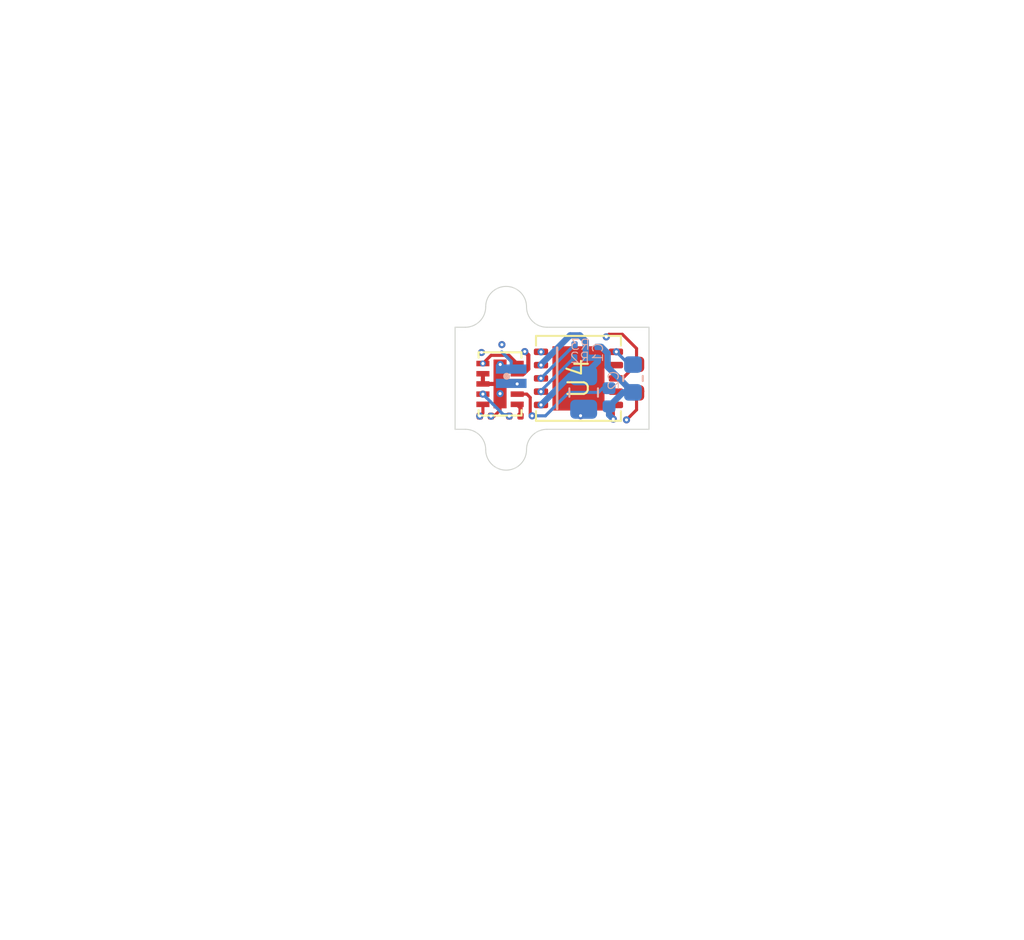
<source format=kicad_pcb>
(kicad_pcb (version 20171130) (host pcbnew "(5.1.5)-3")

  (general
    (thickness 0.8)
    (drawings 35)
    (tracks 945)
    (zones 0)
    (modules 15)
    (nets 48)
  )

  (page A4)
  (layers
    (0 F.Cu signal)
    (1 In1.Cu signal)
    (2 In2.Cu signal)
    (3 In3.Cu signal)
    (4 In4.Cu signal)
    (31 B.Cu signal)
    (32 B.Adhes user)
    (33 F.Adhes user)
    (34 B.Paste user)
    (35 F.Paste user)
    (36 B.SilkS user)
    (37 F.SilkS user)
    (38 B.Mask user)
    (39 F.Mask user)
    (40 Dwgs.User user)
    (41 Cmts.User user)
    (42 Eco1.User user)
    (43 Eco2.User user)
    (44 Edge.Cuts user)
    (45 Margin user)
    (46 B.CrtYd user)
    (47 F.CrtYd user)
    (48 B.Fab user)
    (49 F.Fab user)
  )

  (setup
    (last_trace_width 0.1524)
    (user_trace_width 0.1016)
    (user_trace_width 0.1016)
    (user_trace_width 0.1016)
    (user_trace_width 0.127)
    (user_trace_width 0.127)
    (user_trace_width 0.127)
    (user_trace_width 0.127)
    (user_trace_width 0.1524)
    (user_trace_width 0.1524)
    (user_trace_width 0.1524)
    (user_trace_width 0.1524)
    (user_trace_width 0.2032)
    (user_trace_width 0.2032)
    (user_trace_width 0.2032)
    (user_trace_width 0.2032)
    (user_trace_width 0.254)
    (user_trace_width 0.254)
    (user_trace_width 0.254)
    (user_trace_width 0.254)
    (user_trace_width 0.3048)
    (user_trace_width 0.3048)
    (user_trace_width 0.3048)
    (user_trace_width 0.3048)
    (user_trace_width 0.381)
    (user_trace_width 0.381)
    (user_trace_width 0.381)
    (user_trace_width 0.381)
    (user_trace_width 0.508)
    (user_trace_width 0.1016)
    (user_trace_width 0.1016)
    (user_trace_width 0.1016)
    (user_trace_width 0.127)
    (user_trace_width 0.127)
    (user_trace_width 0.127)
    (user_trace_width 0.127)
    (user_trace_width 0.1524)
    (user_trace_width 0.1524)
    (user_trace_width 0.1524)
    (user_trace_width 0.1524)
    (user_trace_width 0.2032)
    (user_trace_width 0.2032)
    (user_trace_width 0.2032)
    (user_trace_width 0.2032)
    (user_trace_width 0.254)
    (user_trace_width 0.254)
    (user_trace_width 0.254)
    (user_trace_width 0.254)
    (user_trace_width 0.3048)
    (user_trace_width 0.3048)
    (user_trace_width 0.3048)
    (user_trace_width 0.3048)
    (user_trace_width 0.381)
    (user_trace_width 0.381)
    (user_trace_width 0.381)
    (user_trace_width 0.381)
    (user_trace_width 0.508)
    (trace_clearance 0.1016)
    (zone_clearance 0.1524)
    (zone_45_only yes)
    (trace_min 0.1016)
    (via_size 0.35)
    (via_drill 0.15)
    (via_min_size 0.3)
    (via_min_drill 0.15)
    (user_via 0.3 0.15)
    (user_via 0.3 0.15)
    (user_via 0.3 0.15)
    (user_via 0.35 0.15)
    (user_via 0.35 0.15)
    (user_via 0.35 0.15)
    (user_via 0.3 0.15)
    (user_via 0.3 0.15)
    (user_via 0.3 0.15)
    (user_via 0.35 0.15)
    (user_via 0.35 0.15)
    (user_via 0.35 0.15)
    (uvia_size 0.3)
    (uvia_drill 0.1)
    (uvias_allowed no)
    (uvia_min_size 0.2)
    (uvia_min_drill 0.1)
    (edge_width 0.05)
    (segment_width 0.2)
    (pcb_text_width 0.3)
    (pcb_text_size 1.5 1.5)
    (mod_edge_width 0.12)
    (mod_text_size 1 1)
    (mod_text_width 0.15)
    (pad_size 0.7 0.32)
    (pad_drill 0)
    (pad_to_mask_clearance 0.0254)
    (solder_mask_min_width 0.1016)
    (aux_axis_origin 100.25 130.5)
    (visible_elements 7FFFFFFF)
    (pcbplotparams
      (layerselection 0x31cfc_ffffffff)
      (usegerberextensions false)
      (usegerberattributes false)
      (usegerberadvancedattributes false)
      (creategerberjobfile false)
      (excludeedgelayer true)
      (linewidth 0.100000)
      (plotframeref false)
      (viasonmask false)
      (mode 1)
      (useauxorigin false)
      (hpglpennumber 1)
      (hpglpenspeed 20)
      (hpglpendiameter 15.000000)
      (psnegative false)
      (psa4output false)
      (plotreference true)
      (plotvalue true)
      (plotinvisibletext false)
      (padsonsilk false)
      (subtractmaskfromsilk false)
      (outputformat 1)
      (mirror false)
      (drillshape 0)
      (scaleselection 1)
      (outputdirectory "Output/"))
  )

  (net 0 "")
  (net 1 GND)
  (net 2 +1V8)
  (net 3 +1V2)
  (net 4 +BATT)
  (net 5 +3V3)
  (net 6 /LED_ENT)
  (net 7 /SCL)
  (net 8 /SDA)
  (net 9 /SWDIO)
  (net 10 /IR_REV)
  (net 11 /MOSI)
  (net 12 /MISO)
  (net 13 /MONITOR0)
  (net 14 /RESET_N)
  (net 15 /SCK)
  (net 16 /SS_N)
  (net 17 /D0)
  (net 18 /D1)
  (net 19 /PXL_CLK)
  (net 20 /D2)
  (net 21 /D3)
  (net 22 /D5)
  (net 23 /D4)
  (net 24 /D6)
  (net 25 /D7)
  (net 26 /FV)
  (net 27 /LV)
  (net 28 /STATUS_LED)
  (net 29 "Net-(L3-Pad1)")
  (net 30 /SDCLKA)
  (net 31 /SD3)
  (net 32 /SD2)
  (net 33 /SD1)
  (net 34 /SD0)
  (net 35 /TRIGGER0)
  (net 36 /SDA_3V3)
  (net 37 /SCL_3V3)
  (net 38 "Net-(C3-Pad2)")
  (net 39 "Net-(C3-Pad1)")
  (net 40 "Net-(C5-Pad1)")
  (net 41 "Net-(D1-PadA)")
  (net 42 "Net-(D2-PadA)")
  (net 43 "Net-(C2-Pad1)")
  (net 44 /EWL1)
  (net 45 /EWL2)
  (net 46 /I_SET)
  (net 47 "Net-(U4-Pad9)")

  (net_class Default "This is the default net class."
    (clearance 0.1016)
    (trace_width 0.1524)
    (via_dia 0.35)
    (via_drill 0.15)
    (uvia_dia 0.3)
    (uvia_drill 0.1)
    (add_net +1V2)
    (add_net +1V8)
    (add_net +3V3)
    (add_net +BATT)
    (add_net /D0)
    (add_net /D1)
    (add_net /D2)
    (add_net /D3)
    (add_net /D4)
    (add_net /D5)
    (add_net /D6)
    (add_net /D7)
    (add_net /EWL1)
    (add_net /EWL2)
    (add_net /FV)
    (add_net /IR_REV)
    (add_net /I_SET)
    (add_net /LED_ENT)
    (add_net /LV)
    (add_net /MISO)
    (add_net /MONITOR0)
    (add_net /MOSI)
    (add_net /PXL_CLK)
    (add_net /RESET_N)
    (add_net /SCK)
    (add_net /SCL)
    (add_net /SCL_3V3)
    (add_net /SD0)
    (add_net /SD1)
    (add_net /SD2)
    (add_net /SD3)
    (add_net /SDA)
    (add_net /SDA_3V3)
    (add_net /SDCLKA)
    (add_net /SS_N)
    (add_net /STATUS_LED)
    (add_net /SWDIO)
    (add_net /TRIGGER0)
    (add_net GND)
    (add_net "Net-(C2-Pad1)")
    (add_net "Net-(C3-Pad1)")
    (add_net "Net-(C3-Pad2)")
    (add_net "Net-(C5-Pad1)")
    (add_net "Net-(D1-PadA)")
    (add_net "Net-(D2-PadA)")
    (add_net "Net-(L3-Pad1)")
    (add_net "Net-(U4-Pad9)")
  )

  (module .Connector:Conn_1x1_100x100_Pad (layer F.Cu) (tedit 5DFCB3DA) (tstamp 5EC84068)
    (at 150.81594 93.96034 270)
    (fp_text reference HOLE (at 0 1.27 90) (layer F.Fab) hide
      (effects (font (size 1 1) (thickness 0.15)))
    )
    (fp_text value Conn_1x1_250x750_Pad (at 0 -1.27 90) (layer F.Fab) hide
      (effects (font (size 1 1) (thickness 0.15)))
    )
    (pad "" np_thru_hole circle (at 0 0 270) (size 1 1) (drill 1) (layers *.Cu *.Mask))
  )

  (module .Connector:Conn_1x1_100x100_Pad (layer F.Cu) (tedit 5DFCB3DA) (tstamp 5EFE8405)
    (at 150.81594 86.96034 270)
    (fp_text reference HOLE (at 1.53966 -1.18406 90) (layer F.Fab) hide
      (effects (font (size 1 1) (thickness 0.15)))
    )
    (fp_text value Conn_1x1_250x750_Pad (at 0 -1.27 90) (layer F.Fab) hide
      (effects (font (size 1 1) (thickness 0.15)))
    )
    (pad "" np_thru_hole circle (at 0 0 270) (size 1 1) (drill 1) (layers *.Cu *.Mask))
  )

  (module Package_SON:SON11P65_400X400X80L40X30T315X255L (layer F.Cu) (tedit 5EC3A564) (tstamp 5D7E5FB4)
    (at 154.35994 90.46554 270)
    (descr "Small Outline No-Lead (SON with Tab), 0.65 mm pitch; 10 pin, 4.00 mm L X 4.00 mm W X 0.80 mm H body")
    (path /5EB66C4C)
    (attr smd)
    (fp_text reference U4 (at 0 0 90) (layer F.SilkS)
      (effects (font (size 1 1) (thickness 0.1)))
    )
    (fp_text value HV892 (at 0 0 90) (layer F.Fab)
      (effects (font (size 1.2 1.2) (thickness 0.12)))
    )
    (fp_line (start 1.56 2.18) (end 2.18 2.18) (layer F.CrtYd) (width 0.05))
    (fp_line (start 1.56 2.285) (end 1.56 2.18) (layer F.CrtYd) (width 0.05))
    (fp_line (start -1.56 2.285) (end 1.56 2.285) (layer F.CrtYd) (width 0.05))
    (fp_line (start -1.56 2.18) (end -1.56 2.285) (layer F.CrtYd) (width 0.05))
    (fp_line (start -2.18 2.18) (end -1.56 2.18) (layer F.CrtYd) (width 0.05))
    (fp_line (start -2.18 -2.18) (end -2.18 2.18) (layer F.CrtYd) (width 0.05))
    (fp_line (start -1.56 -2.18) (end -2.18 -2.18) (layer F.CrtYd) (width 0.05))
    (fp_line (start -1.56 -2.285) (end -1.56 -2.18) (layer F.CrtYd) (width 0.05))
    (fp_line (start 1.56 -2.285) (end -1.56 -2.285) (layer F.CrtYd) (width 0.05))
    (fp_line (start 1.56 -2.18) (end 1.56 -2.285) (layer F.CrtYd) (width 0.05))
    (fp_line (start 2.18 -2.18) (end 1.56 -2.18) (layer F.CrtYd) (width 0.05))
    (fp_line (start 2.18 2.18) (end 2.18 -2.18) (layer F.CrtYd) (width 0.05))
    (fp_line (start -2.08 -2.08) (end -1.61 -2.08) (layer F.SilkS) (width 0.1))
    (fp_line (start -2.08 2.08) (end -2.08 -2.08) (layer F.SilkS) (width 0.1))
    (fp_line (start -1.61 2.08) (end -2.08 2.08) (layer F.SilkS) (width 0.1))
    (fp_line (start 2.08 -2.08) (end 1.61 -2.08) (layer F.SilkS) (width 0.1))
    (fp_line (start 2.08 2.08) (end 2.08 -2.08) (layer F.SilkS) (width 0.1))
    (fp_line (start 1.61 2.08) (end 2.08 2.08) (layer F.SilkS) (width 0.1))
    (fp_line (start -0.35 0) (end 0.35 0) (layer F.CrtYd) (width 0.05))
    (fp_line (start 0 -0.35) (end 0 0.35) (layer F.CrtYd) (width 0.05))
    (fp_circle (center 0 0) (end 0 0.25) (layer F.CrtYd) (width 0.05))
    (fp_line (start 2.08 2.08) (end -2.08 2.08) (layer F.Fab) (width 0.12))
    (fp_line (start 2.08 -2.08) (end 2.08 2.08) (layer F.Fab) (width 0.12))
    (fp_line (start -2.08 -2.08) (end 2.08 -2.08) (layer F.Fab) (width 0.12))
    (fp_line (start -2.08 2.08) (end -2.08 -2.08) (layer F.Fab) (width 0.12))
    (fp_line (start 2 2) (end -2 2) (layer Dwgs.User) (width 0.025))
    (fp_line (start 2 -2) (end 2 2) (layer Dwgs.User) (width 0.025))
    (fp_line (start -2 -2) (end 2 -2) (layer Dwgs.User) (width 0.025))
    (fp_line (start -2 2) (end -2 -2) (layer Dwgs.User) (width 0.025))
    (fp_line (start 1.575 -1.275) (end 1.575 1.275) (layer Dwgs.User) (width 0.025))
    (fp_line (start -1.575 -1.275) (end 1.575 -1.275) (layer Dwgs.User) (width 0.025))
    (fp_line (start -1.575 1.275) (end -1.575 -1.275) (layer Dwgs.User) (width 0.025))
    (fp_line (start 1.575 1.275) (end -1.575 1.275) (layer Dwgs.User) (width 0.025))
    (fp_line (start -1.15 -2) (end -1.45 -2) (layer Dwgs.User) (width 0.025))
    (fp_line (start -1.15 -1.75) (end -1.15 -2) (layer Dwgs.User) (width 0.025))
    (fp_arc (start -1.3 -1.75) (end -1.15 -1.75) (angle 180) (layer Dwgs.User) (width 0.025))
    (fp_line (start -1.45 -2) (end -1.45 -1.75) (layer Dwgs.User) (width 0.025))
    (fp_line (start -0.5 -2) (end -0.8 -2) (layer Dwgs.User) (width 0.025))
    (fp_line (start -0.5 -1.75) (end -0.5 -2) (layer Dwgs.User) (width 0.025))
    (fp_arc (start -0.65 -1.75) (end -0.5 -1.75) (angle 180) (layer Dwgs.User) (width 0.025))
    (fp_line (start -0.8 -2) (end -0.8 -1.75) (layer Dwgs.User) (width 0.025))
    (fp_line (start 0.15 -2) (end -0.15 -2) (layer Dwgs.User) (width 0.025))
    (fp_line (start 0.15 -1.75) (end 0.15 -2) (layer Dwgs.User) (width 0.025))
    (fp_arc (start 0 -1.75) (end 0.15 -1.75) (angle 180) (layer Dwgs.User) (width 0.025))
    (fp_line (start -0.15 -2) (end -0.15 -1.75) (layer Dwgs.User) (width 0.025))
    (fp_line (start 0.8 -2) (end 0.5 -2) (layer Dwgs.User) (width 0.025))
    (fp_line (start 0.8 -1.75) (end 0.8 -2) (layer Dwgs.User) (width 0.025))
    (fp_arc (start 0.65 -1.75) (end 0.8 -1.75) (angle 180) (layer Dwgs.User) (width 0.025))
    (fp_line (start 0.5 -2) (end 0.5 -1.75) (layer Dwgs.User) (width 0.025))
    (fp_line (start 1.45 -2) (end 1.15 -2) (layer Dwgs.User) (width 0.025))
    (fp_line (start 1.45 -1.75) (end 1.45 -2) (layer Dwgs.User) (width 0.025))
    (fp_arc (start 1.3 -1.75) (end 1.45 -1.75) (angle 180) (layer Dwgs.User) (width 0.025))
    (fp_line (start 1.15 -2) (end 1.15 -1.75) (layer Dwgs.User) (width 0.025))
    (fp_line (start 1.15 2) (end 1.45 2) (layer Dwgs.User) (width 0.025))
    (fp_line (start 1.15 1.75) (end 1.15 2) (layer Dwgs.User) (width 0.025))
    (fp_arc (start 1.3 1.75) (end 1.15 1.75) (angle 180) (layer Dwgs.User) (width 0.025))
    (fp_line (start 1.45 2) (end 1.45 1.75) (layer Dwgs.User) (width 0.025))
    (fp_line (start 0.5 2) (end 0.8 2) (layer Dwgs.User) (width 0.025))
    (fp_line (start 0.5 1.75) (end 0.5 2) (layer Dwgs.User) (width 0.025))
    (fp_arc (start 0.65 1.75) (end 0.5 1.75) (angle 180) (layer Dwgs.User) (width 0.025))
    (fp_line (start 0.8 2) (end 0.8 1.75) (layer Dwgs.User) (width 0.025))
    (fp_line (start -0.15 2) (end 0.15 2) (layer Dwgs.User) (width 0.025))
    (fp_line (start -0.15 1.75) (end -0.15 2) (layer Dwgs.User) (width 0.025))
    (fp_arc (start 0 1.75) (end -0.15 1.75) (angle 180) (layer Dwgs.User) (width 0.025))
    (fp_line (start 0.15 2) (end 0.15 1.75) (layer Dwgs.User) (width 0.025))
    (fp_line (start -0.8 2) (end -0.5 2) (layer Dwgs.User) (width 0.025))
    (fp_line (start -0.8 1.75) (end -0.8 2) (layer Dwgs.User) (width 0.025))
    (fp_arc (start -0.65 1.75) (end -0.8 1.75) (angle 180) (layer Dwgs.User) (width 0.025))
    (fp_line (start -0.5 2) (end -0.5 1.75) (layer Dwgs.User) (width 0.025))
    (fp_line (start -1.45 2) (end -1.15 2) (layer Dwgs.User) (width 0.025))
    (fp_line (start -1.45 1.75) (end -1.45 2) (layer Dwgs.User) (width 0.025))
    (fp_arc (start -1.3 1.75) (end -1.45 1.75) (angle 180) (layer Dwgs.User) (width 0.025))
    (fp_line (start -1.15 2) (end -1.15 1.75) (layer Dwgs.User) (width 0.025))
    (fp_text user %R (at 0 0 90) (layer F.Fab)
      (effects (font (size 2 2) (thickness 0.2)))
    )
    (pad "" smd rect (at -0.785 -0.635) (size 0.9 1.2) (layers F.Paste))
    (pad "" smd rect (at -0.785 0.635) (size 0.9 1.2) (layers F.Paste))
    (pad "" smd rect (at 0.785 -0.635) (size 0.9 1.2) (layers F.Paste))
    (pad "" smd rect (at 0.785 0.635) (size 0.9 1.2) (layers F.Paste))
    (pad 11 smd rect (at 0 0) (size 2.55 3.15) (layers F.Cu F.Mask))
    (pad 10 smd roundrect (at -1.3 -1.835) (size 0.7 0.32) (layers F.Cu F.Paste F.Mask) (roundrect_rratio 0.25)
      (net 43 "Net-(C2-Pad1)"))
    (pad 9 smd roundrect (at -0.65 -1.835) (size 0.7 0.32) (layers F.Cu F.Paste F.Mask) (roundrect_rratio 0.25)
      (net 47 "Net-(U4-Pad9)"))
    (pad 8 smd roundrect (at 0 -1.835) (size 0.7 0.32) (layers F.Cu F.Paste F.Mask) (roundrect_rratio 0.25)
      (net 44 /EWL1))
    (pad 7 smd roundrect (at 0.65 -1.835) (size 0.7 0.32) (layers F.Cu F.Paste F.Mask) (roundrect_rratio 0.25)
      (net 45 /EWL2))
    (pad 6 smd roundrect (at 1.3 -1.835) (size 0.7 0.32) (layers F.Cu F.Paste F.Mask) (roundrect_rratio 0.25)
      (net 1 GND))
    (pad 5 smd roundrect (at 1.3 1.835) (size 0.7 0.32) (layers F.Cu F.Paste F.Mask) (roundrect_rratio 0.25)
      (net 5 +3V3))
    (pad 4 smd roundrect (at 0.65 1.835) (size 0.7 0.32) (layers F.Cu F.Paste F.Mask) (roundrect_rratio 0.25)
      (net 36 /SDA_3V3))
    (pad 3 smd roundrect (at 0 1.835) (size 0.7 0.32) (layers F.Cu F.Paste F.Mask) (roundrect_rratio 0.25)
      (net 37 /SCL_3V3))
    (pad 2 smd roundrect (at -0.65 1.835) (size 0.7 0.32) (layers F.Cu F.Paste F.Mask) (roundrect_rratio 0.25)
      (net 5 +3V3))
    (pad 1 smd roundrect (at -1.3 1.835) (size 0.7 0.32) (layers F.Cu F.Paste F.Mask) (roundrect_rratio 0.25)
      (net 1 GND))
    (model ${KICAD_AHARONI_LAB}/Modules/Package_SON.pretty/SON11P65_400X400X80L40X30T315X255.STEP
      (at (xyz 0 0 0))
      (scale (xyz 1 1 1))
      (rotate (xyz -90 0 0))
    )
  )

  (module .Resistor:R_0201_0603Metric_ERJ_L (layer B.Cu) (tedit 5D79AF55) (tstamp 5EC3EEFF)
    (at 154.44394 88.81834)
    (descr "Resistor, Chip; 0.60 mm L X 0.30 mm W X 0.26 mm H body")
    (path /5D894719)
    (attr smd)
    (fp_text reference R3 (at 0 0) (layer B.Fab)
      (effects (font (size 1 1) (thickness 0.1)) (justify mirror))
    )
    (fp_text value ERJ-1GNF1002C (at 0 0) (layer B.Fab)
      (effects (font (size 1.2 1.2) (thickness 0.12)) (justify mirror))
    )
    (fp_line (start 0 0.135) (end 0 -0.135) (layer B.CrtYd) (width 0.05))
    (fp_line (start 0.135 0) (end -0.135 0) (layer B.CrtYd) (width 0.05))
    (fp_circle (center 0 0) (end 0 -0.1013) (layer B.CrtYd) (width 0.05))
    (fp_line (start 0.53 -0.27) (end -0.53 -0.27) (layer B.CrtYd) (width 0.05))
    (fp_line (start 0.53 0.27) (end 0.53 -0.27) (layer B.CrtYd) (width 0.05))
    (fp_line (start -0.53 0.27) (end 0.53 0.27) (layer B.CrtYd) (width 0.05))
    (fp_line (start -0.53 -0.27) (end -0.53 0.27) (layer B.CrtYd) (width 0.05))
    (fp_line (start 0.32 -0.17) (end -0.32 -0.17) (layer B.Fab) (width 0.12))
    (fp_line (start 0.32 0.17) (end 0.32 -0.17) (layer B.Fab) (width 0.12))
    (fp_line (start -0.32 0.17) (end 0.32 0.17) (layer B.Fab) (width 0.12))
    (fp_line (start -0.32 -0.17) (end -0.32 0.17) (layer B.Fab) (width 0.12))
    (fp_line (start 0.3 -0.15) (end -0.3 -0.15) (layer Dwgs.User) (width 0.025))
    (fp_line (start 0.3 0.15) (end 0.3 -0.15) (layer Dwgs.User) (width 0.025))
    (fp_line (start -0.3 0.15) (end 0.3 0.15) (layer Dwgs.User) (width 0.025))
    (fp_line (start -0.3 -0.15) (end -0.3 0.15) (layer Dwgs.User) (width 0.025))
    (fp_line (start 0.3 -0.15) (end 0.15 -0.15) (layer Dwgs.User) (width 0.025))
    (fp_line (start 0.3 0.15) (end 0.3 -0.15) (layer Dwgs.User) (width 0.025))
    (fp_line (start 0.15 0.15) (end 0.3 0.15) (layer Dwgs.User) (width 0.025))
    (fp_line (start 0.15 -0.15) (end 0.15 0.15) (layer Dwgs.User) (width 0.025))
    (fp_line (start -0.3 0.15) (end -0.15 0.15) (layer Dwgs.User) (width 0.025))
    (fp_line (start -0.3 -0.15) (end -0.3 0.15) (layer Dwgs.User) (width 0.025))
    (fp_line (start -0.15 -0.15) (end -0.3 -0.15) (layer Dwgs.User) (width 0.025))
    (fp_line (start -0.15 0.15) (end -0.15 -0.15) (layer Dwgs.User) (width 0.025))
    (fp_text user %R (at 0 0) (layer B.SilkS)
      (effects (font (size 0.5 0.5) (thickness 0.05)) (justify mirror))
    )
    (pad 2 smd roundrect (at 0.275 0) (size 0.31 0.34) (layers B.Cu B.Paste B.Mask) (roundrect_rratio 0.25)
      (net 5 +3V3))
    (pad 1 smd roundrect (at -0.275 0) (size 0.31 0.34) (layers B.Cu B.Paste B.Mask) (roundrect_rratio 0.25)
      (net 37 /SCL_3V3))
    (model ${KICAD_AHARONI_LAB}/Modules/Resistor.pretty/R_0201_0603Metric_ERJ_L.STEP
      (at (xyz 0 0 0))
      (scale (xyz 1 1 1))
      (rotate (xyz -90 0 0))
    )
  )

  (module .Resistor:R_0201_0603Metric_ERJ_L (layer B.Cu) (tedit 5D79AF55) (tstamp 5EC3EEE1)
    (at 154.42294 89.45334)
    (descr "Resistor, Chip; 0.60 mm L X 0.30 mm W X 0.26 mm H body")
    (path /5D895973)
    (attr smd)
    (fp_text reference R2 (at 0 0) (layer B.Fab)
      (effects (font (size 1 1) (thickness 0.1)) (justify mirror))
    )
    (fp_text value ERJ-1GNF1002C (at 0 0) (layer B.Fab)
      (effects (font (size 1.2 1.2) (thickness 0.12)) (justify mirror))
    )
    (fp_line (start 0 0.135) (end 0 -0.135) (layer B.CrtYd) (width 0.05))
    (fp_line (start 0.135 0) (end -0.135 0) (layer B.CrtYd) (width 0.05))
    (fp_circle (center 0 0) (end 0 -0.1013) (layer B.CrtYd) (width 0.05))
    (fp_line (start 0.53 -0.27) (end -0.53 -0.27) (layer B.CrtYd) (width 0.05))
    (fp_line (start 0.53 0.27) (end 0.53 -0.27) (layer B.CrtYd) (width 0.05))
    (fp_line (start -0.53 0.27) (end 0.53 0.27) (layer B.CrtYd) (width 0.05))
    (fp_line (start -0.53 -0.27) (end -0.53 0.27) (layer B.CrtYd) (width 0.05))
    (fp_line (start 0.32 -0.17) (end -0.32 -0.17) (layer B.Fab) (width 0.12))
    (fp_line (start 0.32 0.17) (end 0.32 -0.17) (layer B.Fab) (width 0.12))
    (fp_line (start -0.32 0.17) (end 0.32 0.17) (layer B.Fab) (width 0.12))
    (fp_line (start -0.32 -0.17) (end -0.32 0.17) (layer B.Fab) (width 0.12))
    (fp_line (start 0.3 -0.15) (end -0.3 -0.15) (layer Dwgs.User) (width 0.025))
    (fp_line (start 0.3 0.15) (end 0.3 -0.15) (layer Dwgs.User) (width 0.025))
    (fp_line (start -0.3 0.15) (end 0.3 0.15) (layer Dwgs.User) (width 0.025))
    (fp_line (start -0.3 -0.15) (end -0.3 0.15) (layer Dwgs.User) (width 0.025))
    (fp_line (start 0.3 -0.15) (end 0.15 -0.15) (layer Dwgs.User) (width 0.025))
    (fp_line (start 0.3 0.15) (end 0.3 -0.15) (layer Dwgs.User) (width 0.025))
    (fp_line (start 0.15 0.15) (end 0.3 0.15) (layer Dwgs.User) (width 0.025))
    (fp_line (start 0.15 -0.15) (end 0.15 0.15) (layer Dwgs.User) (width 0.025))
    (fp_line (start -0.3 0.15) (end -0.15 0.15) (layer Dwgs.User) (width 0.025))
    (fp_line (start -0.3 -0.15) (end -0.3 0.15) (layer Dwgs.User) (width 0.025))
    (fp_line (start -0.15 -0.15) (end -0.3 -0.15) (layer Dwgs.User) (width 0.025))
    (fp_line (start -0.15 0.15) (end -0.15 -0.15) (layer Dwgs.User) (width 0.025))
    (fp_text user %R (at 0 0) (layer B.SilkS)
      (effects (font (size 0.5 0.5) (thickness 0.05)) (justify mirror))
    )
    (pad 2 smd roundrect (at 0.275 0) (size 0.31 0.34) (layers B.Cu B.Paste B.Mask) (roundrect_rratio 0.25)
      (net 5 +3V3))
    (pad 1 smd roundrect (at -0.275 0) (size 0.31 0.34) (layers B.Cu B.Paste B.Mask) (roundrect_rratio 0.25)
      (net 36 /SDA_3V3))
    (model ${KICAD_AHARONI_LAB}/Modules/Resistor.pretty/R_0201_0603Metric_ERJ_L.STEP
      (at (xyz 0 0 0))
      (scale (xyz 1 1 1))
      (rotate (xyz -90 0 0))
    )
  )

  (module .Capacitor:C_0603_1608Metric_L (layer B.Cu) (tedit 5D79AF29) (tstamp 5EC3F3E5)
    (at 157.0314 90.46988 270)
    (descr "Capacitor, Chip; 1.60 mm L X 0.80 mm W X 0.95 mm H body")
    (path /5EB6E913)
    (attr smd)
    (fp_text reference C2 (at 0 0 270) (layer B.Fab)
      (effects (font (size 1 1) (thickness 0.1)) (justify mirror))
    )
    (fp_text value "CL10B472KC8WPJC " (at 0 0 270) (layer B.Fab)
      (effects (font (size 1.2 1.2) (thickness 0.12)) (justify mirror))
    )
    (fp_line (start 0 0.29) (end 0 -0.29) (layer Dwgs.User) (width 0.05))
    (fp_line (start 0.29 0) (end -0.29 0) (layer Dwgs.User) (width 0.05))
    (fp_circle (center 0 0) (end 0.2175 0) (layer Dwgs.User) (width 0.05))
    (fp_line (start 1.19 -0.58) (end -1.19 -0.58) (layer B.CrtYd) (width 0.05))
    (fp_line (start 1.19 0.58) (end 1.19 -0.58) (layer B.CrtYd) (width 0.05))
    (fp_line (start -1.19 0.58) (end 1.19 0.58) (layer B.CrtYd) (width 0.05))
    (fp_line (start -1.19 -0.58) (end -1.19 0.58) (layer B.CrtYd) (width 0.05))
    (fp_line (start -0.125 -0.48) (end 0.125 -0.48) (layer B.SilkS) (width 0.1))
    (fp_line (start -0.125 0.48) (end 0.125 0.48) (layer B.SilkS) (width 0.1))
    (fp_line (start 0.88 -0.48) (end -0.88 -0.48) (layer B.Fab) (width 0.12))
    (fp_line (start 0.88 0.48) (end 0.88 -0.48) (layer B.Fab) (width 0.12))
    (fp_line (start -0.88 0.48) (end 0.88 0.48) (layer B.Fab) (width 0.12))
    (fp_line (start -0.88 -0.48) (end -0.88 0.48) (layer B.Fab) (width 0.12))
    (fp_line (start 0.8 -0.4) (end -0.8 -0.4) (layer Dwgs.User) (width 0.025))
    (fp_line (start 0.8 0.4) (end 0.8 -0.4) (layer Dwgs.User) (width 0.025))
    (fp_line (start -0.8 0.4) (end 0.8 0.4) (layer Dwgs.User) (width 0.025))
    (fp_line (start -0.8 -0.4) (end -0.8 0.4) (layer Dwgs.User) (width 0.025))
    (fp_line (start 0.8 -0.4) (end 0.425 -0.4) (layer Dwgs.User) (width 0.025))
    (fp_line (start 0.8 0.4) (end 0.8 -0.4) (layer Dwgs.User) (width 0.025))
    (fp_line (start 0.425 0.4) (end 0.8 0.4) (layer Dwgs.User) (width 0.025))
    (fp_line (start 0.425 -0.4) (end 0.425 0.4) (layer Dwgs.User) (width 0.025))
    (fp_line (start -0.8 0.4) (end -0.425 0.4) (layer Dwgs.User) (width 0.025))
    (fp_line (start -0.8 -0.4) (end -0.8 0.4) (layer Dwgs.User) (width 0.025))
    (fp_line (start -0.425 -0.4) (end -0.8 -0.4) (layer Dwgs.User) (width 0.025))
    (fp_line (start -0.425 0.4) (end -0.425 -0.4) (layer Dwgs.User) (width 0.025))
    (fp_text user %R (at 0.1 0.95 270) (layer B.SilkS)
      (effects (font (size 0.5 0.5) (thickness 0.05)) (justify mirror))
    )
    (pad 2 smd roundrect (at 0.68 0 270) (size 0.81 0.87) (layers B.Cu B.Paste B.Mask) (roundrect_rratio 0.25)
      (net 1 GND))
    (pad 1 smd roundrect (at -0.68 0 270) (size 0.81 0.87) (layers B.Cu B.Paste B.Mask) (roundrect_rratio 0.25)
      (net 43 "Net-(C2-Pad1)"))
    (model ${KICAD_AHARONI_LAB}/Modules/Capacitor.pretty/C_0603_1608Metric_L.STEP
      (at (xyz 0 0 0))
      (scale (xyz 1 1 1))
      (rotate (xyz -90 0 0))
    )
  )

  (module .Capacitor:C_0201_0603Metric_L (layer B.Cu) (tedit 5CF5D71B) (tstamp 5EC3EDCD)
    (at 155.31194 89.19934 90)
    (descr "Capacitor, Chip; 0.60 mm L X 0.30 mm W X 0.33 mm H body")
    (path /5EBA1BF9)
    (attr smd)
    (fp_text reference C1 (at 0 0 90) (layer B.Fab)
      (effects (font (size 1 1) (thickness 0.1)) (justify mirror))
    )
    (fp_text value GRM033R61A225ME47D (at 0 0 90) (layer B.Fab)
      (effects (font (size 1.2 1.2) (thickness 0.12)) (justify mirror))
    )
    (fp_line (start 0 0.135) (end 0 -0.135) (layer B.CrtYd) (width 0.05))
    (fp_line (start 0.135 0) (end -0.135 0) (layer B.CrtYd) (width 0.05))
    (fp_circle (center 0 0) (end 0 -0.1013) (layer B.CrtYd) (width 0.05))
    (fp_line (start 0.53 -0.27) (end -0.53 -0.27) (layer B.CrtYd) (width 0.05))
    (fp_line (start 0.53 0.27) (end 0.53 -0.27) (layer B.CrtYd) (width 0.05))
    (fp_line (start -0.53 0.27) (end 0.53 0.27) (layer B.CrtYd) (width 0.05))
    (fp_line (start -0.53 -0.27) (end -0.53 0.27) (layer B.CrtYd) (width 0.05))
    (fp_line (start 0.32 -0.17) (end -0.32 -0.17) (layer B.Fab) (width 0.12))
    (fp_line (start 0.32 0.17) (end 0.32 -0.17) (layer B.Fab) (width 0.12))
    (fp_line (start -0.32 0.17) (end 0.32 0.17) (layer B.Fab) (width 0.12))
    (fp_line (start -0.32 -0.17) (end -0.32 0.17) (layer B.Fab) (width 0.12))
    (fp_line (start 0.3 -0.15) (end -0.3 -0.15) (layer Dwgs.User) (width 0.025))
    (fp_line (start 0.3 0.15) (end 0.3 -0.15) (layer Dwgs.User) (width 0.025))
    (fp_line (start -0.3 0.15) (end 0.3 0.15) (layer Dwgs.User) (width 0.025))
    (fp_line (start -0.3 -0.15) (end -0.3 0.15) (layer Dwgs.User) (width 0.025))
    (fp_line (start 0.3 -0.15) (end 0.15 -0.15) (layer Dwgs.User) (width 0.025))
    (fp_line (start 0.3 0.15) (end 0.3 -0.15) (layer Dwgs.User) (width 0.025))
    (fp_line (start 0.15 0.15) (end 0.3 0.15) (layer Dwgs.User) (width 0.025))
    (fp_line (start 0.15 -0.15) (end 0.15 0.15) (layer Dwgs.User) (width 0.025))
    (fp_line (start -0.3 0.15) (end -0.15 0.15) (layer Dwgs.User) (width 0.025))
    (fp_line (start -0.3 -0.15) (end -0.3 0.15) (layer Dwgs.User) (width 0.025))
    (fp_line (start -0.15 -0.15) (end -0.3 -0.15) (layer Dwgs.User) (width 0.025))
    (fp_line (start -0.15 0.15) (end -0.15 -0.15) (layer Dwgs.User) (width 0.025))
    (fp_text user %R (at 0 0 90) (layer B.SilkS)
      (effects (font (size 0.5 0.5) (thickness 0.05)) (justify mirror))
    )
    (pad 2 smd roundrect (at 0.275 0 90) (size 0.31 0.34) (layers B.Cu B.Paste B.Mask) (roundrect_rratio 0.25)
      (net 1 GND))
    (pad 1 smd roundrect (at -0.275 0 90) (size 0.31 0.34) (layers B.Cu B.Paste B.Mask) (roundrect_rratio 0.25)
      (net 5 +3V3))
    (model ${KICAD_AHARONI_LAB}/Modules/Capacitor.pretty/C_0201_0603Metric_L.STEP
      (at (xyz 0 0 0))
      (scale (xyz 1 1 1))
      (rotate (xyz -90 0 0))
    )
  )

  (module .Capacitor:C_0805_2012Metric_L (layer B.Cu) (tedit 5D79AF37) (tstamp 5D7C39BC)
    (at 154.61534 91.15854 270)
    (descr "Capacitor, Chip; 2.00 mm L X 1.25 mm W X 1.40 mm H body")
    (path /5D7EE600)
    (attr smd)
    (fp_text reference C50 (at 0 0 90) (layer B.Fab)
      (effects (font (size 0.1778 0.1778) (thickness 0.0254)) (justify mirror))
    )
    (fp_text value "GRM21BR61A476ME15L " (at 0 0 90) (layer B.Fab) hide
      (effects (font (size 1.2 1.2) (thickness 0.12)) (justify mirror))
    )
    (fp_line (start 0 0.35) (end 0 -0.35) (layer Dwgs.User) (width 0.05))
    (fp_line (start 0.35 0) (end -0.35 0) (layer Dwgs.User) (width 0.05))
    (fp_circle (center 0 0) (end 0.25 0) (layer Dwgs.User) (width 0.05))
    (fp_line (start 1.39 -0.8) (end -1.39 -0.8) (layer B.CrtYd) (width 0.05))
    (fp_line (start 1.39 0.8) (end 1.39 -0.8) (layer B.CrtYd) (width 0.05))
    (fp_line (start -1.39 0.8) (end 1.39 0.8) (layer B.CrtYd) (width 0.05))
    (fp_line (start -1.39 -0.8) (end -1.39 0.8) (layer B.CrtYd) (width 0.05))
    (fp_line (start -0.205 -0.7) (end 0.205 -0.7) (layer B.SilkS) (width 0.1))
    (fp_line (start -0.205 0.7) (end 0.205 0.7) (layer B.SilkS) (width 0.1))
    (fp_line (start 1.08 -0.7) (end -1.08 -0.7) (layer B.Fab) (width 0.12))
    (fp_line (start 1.08 0.7) (end 1.08 -0.7) (layer B.Fab) (width 0.12))
    (fp_line (start -1.08 0.7) (end 1.08 0.7) (layer B.Fab) (width 0.12))
    (fp_line (start -1.08 -0.7) (end -1.08 0.7) (layer B.Fab) (width 0.12))
    (fp_line (start 1 -0.625) (end -1 -0.625) (layer Dwgs.User) (width 0.025))
    (fp_line (start 1 0.625) (end 1 -0.625) (layer Dwgs.User) (width 0.025))
    (fp_line (start -1 0.625) (end 1 0.625) (layer Dwgs.User) (width 0.025))
    (fp_line (start -1 -0.625) (end -1 0.625) (layer Dwgs.User) (width 0.025))
    (fp_line (start 1 -0.625) (end 0.55 -0.625) (layer Dwgs.User) (width 0.025))
    (fp_line (start 1 0.625) (end 1 -0.625) (layer Dwgs.User) (width 0.025))
    (fp_line (start 0.55 0.625) (end 1 0.625) (layer Dwgs.User) (width 0.025))
    (fp_line (start 0.55 -0.625) (end 0.55 0.625) (layer Dwgs.User) (width 0.025))
    (fp_line (start -1 0.625) (end -0.55 0.625) (layer Dwgs.User) (width 0.025))
    (fp_line (start -1 -0.625) (end -1 0.625) (layer Dwgs.User) (width 0.025))
    (fp_line (start -0.55 -0.625) (end -1 -0.625) (layer Dwgs.User) (width 0.025))
    (fp_line (start -0.55 0.625) (end -0.55 -0.625) (layer Dwgs.User) (width 0.025))
    (fp_text user %R (at 0 0 90) (layer B.Fab) hide
      (effects (font (size 0.92 0.92) (thickness 0.09)) (justify mirror))
    )
    (pad 2 smd roundrect (at 0.82 0 270) (size 0.93 1.32) (layers B.Cu B.Paste B.Mask) (roundrect_rratio 0.25)
      (net 1 GND))
    (pad 1 smd roundrect (at -0.82 0 270) (size 0.93 1.32) (layers B.Cu B.Paste B.Mask) (roundrect_rratio 0.25)
      (net 5 +3V3))
    (model ${KICAD_AHARONI_LAB}/Modules/Capacitor.pretty/C_0805_2012Metric_L.STEP
      (at (xyz 0 0 0))
      (scale (xyz 1 1 1))
      (rotate (xyz -90 0 0))
    )
  )

  (module .Package_SON:SON_11_P50_300X200X80L40X25T239X64L (layer F.Cu) (tedit 5C18A41E) (tstamp 5EC44726)
    (at 150.51884 90.7373 90)
    (descr "Small Outline No-Lead (SON with Tab), 0.50 mm pitch; 10 pin, 3.00 mm L X 2.00 mm W X 0.80 mm H body")
    (path /5C18A1DE)
    (attr smd)
    (fp_text reference U2 (at 0 0 90 unlocked) (layer F.Fab)
      (effects (font (size 0.1778 0.1778) (thickness 0.0254)))
    )
    (fp_text value LTC3218 (at 0 0 270) (layer F.Fab) hide
      (effects (font (size 1.2 1.2) (thickness 0.12)))
    )
    (fp_text user %R (at 0 0 90 unlocked) (layer F.Fab) hide
      (effects (font (size 0.1778 0.1778) (thickness 0.0254)))
    )
    (fp_line (start -0.875 1) (end -0.875 0.725) (layer Dwgs.User) (width 0.025))
    (fp_arc (start -1 0.725) (end -1.125 0.725) (angle 180) (layer Dwgs.User) (width 0.025))
    (fp_line (start -1.125 0.725) (end -1.125 1) (layer Dwgs.User) (width 0.025))
    (fp_line (start -1.125 1) (end -0.875 1) (layer Dwgs.User) (width 0.025))
    (fp_line (start -0.375 1) (end -0.375 0.725) (layer Dwgs.User) (width 0.025))
    (fp_arc (start -0.5 0.725) (end -0.625 0.725) (angle 180) (layer Dwgs.User) (width 0.025))
    (fp_line (start -0.625 0.725) (end -0.625 1) (layer Dwgs.User) (width 0.025))
    (fp_line (start -0.625 1) (end -0.375 1) (layer Dwgs.User) (width 0.025))
    (fp_line (start 0.125 1) (end 0.125 0.725) (layer Dwgs.User) (width 0.025))
    (fp_arc (start 0 0.725) (end -0.125 0.725) (angle 180) (layer Dwgs.User) (width 0.025))
    (fp_line (start -0.125 0.725) (end -0.125 1) (layer Dwgs.User) (width 0.025))
    (fp_line (start -0.125 1) (end 0.125 1) (layer Dwgs.User) (width 0.025))
    (fp_line (start 0.625 1) (end 0.625 0.725) (layer Dwgs.User) (width 0.025))
    (fp_arc (start 0.5 0.725) (end 0.375 0.725) (angle 180) (layer Dwgs.User) (width 0.025))
    (fp_line (start 0.375 0.725) (end 0.375 1) (layer Dwgs.User) (width 0.025))
    (fp_line (start 0.375 1) (end 0.625 1) (layer Dwgs.User) (width 0.025))
    (fp_line (start 1.125 1) (end 1.125 0.725) (layer Dwgs.User) (width 0.025))
    (fp_arc (start 1 0.725) (end 0.875 0.725) (angle 180) (layer Dwgs.User) (width 0.025))
    (fp_line (start 0.875 0.725) (end 0.875 1) (layer Dwgs.User) (width 0.025))
    (fp_line (start 0.875 1) (end 1.125 1) (layer Dwgs.User) (width 0.025))
    (fp_line (start 0.875 -1) (end 0.875 -0.725) (layer Dwgs.User) (width 0.025))
    (fp_arc (start 1 -0.725) (end 1.125 -0.725) (angle 180) (layer Dwgs.User) (width 0.025))
    (fp_line (start 1.125 -0.725) (end 1.125 -1) (layer Dwgs.User) (width 0.025))
    (fp_line (start 1.125 -1) (end 0.875 -1) (layer Dwgs.User) (width 0.025))
    (fp_line (start 0.375 -1) (end 0.375 -0.725) (layer Dwgs.User) (width 0.025))
    (fp_arc (start 0.5 -0.725) (end 0.625 -0.725) (angle 180) (layer Dwgs.User) (width 0.025))
    (fp_line (start 0.625 -0.725) (end 0.625 -1) (layer Dwgs.User) (width 0.025))
    (fp_line (start 0.625 -1) (end 0.375 -1) (layer Dwgs.User) (width 0.025))
    (fp_line (start -0.125 -1) (end -0.125 -0.725) (layer Dwgs.User) (width 0.025))
    (fp_arc (start 0 -0.725) (end 0.125 -0.725) (angle 180) (layer Dwgs.User) (width 0.025))
    (fp_line (start 0.125 -0.725) (end 0.125 -1) (layer Dwgs.User) (width 0.025))
    (fp_line (start 0.125 -1) (end -0.125 -1) (layer Dwgs.User) (width 0.025))
    (fp_line (start -0.625 -1) (end -0.625 -0.725) (layer Dwgs.User) (width 0.025))
    (fp_arc (start -0.5 -0.725) (end -0.375 -0.725) (angle 180) (layer Dwgs.User) (width 0.025))
    (fp_line (start -0.375 -0.725) (end -0.375 -1) (layer Dwgs.User) (width 0.025))
    (fp_line (start -0.375 -1) (end -0.625 -1) (layer Dwgs.User) (width 0.025))
    (fp_line (start -1.125 -1) (end -1.125 -0.725) (layer Dwgs.User) (width 0.025))
    (fp_arc (start -1 -0.725) (end -0.875 -0.725) (angle 180) (layer Dwgs.User) (width 0.025))
    (fp_line (start -0.875 -0.725) (end -0.875 -1) (layer Dwgs.User) (width 0.025))
    (fp_line (start -0.875 -1) (end -1.125 -1) (layer Dwgs.User) (width 0.025))
    (fp_line (start -0.945 0.32) (end 1.145 0.32) (layer Dwgs.User) (width 0.025))
    (fp_arc (start 1.145 0.27) (end 1.195 0.27) (angle 90) (layer Dwgs.User) (width 0.025))
    (fp_line (start 1.195 0.27) (end 1.195 -0.27) (layer Dwgs.User) (width 0.025))
    (fp_arc (start 1.145 -0.27) (end 1.145 -0.32) (angle 90) (layer Dwgs.User) (width 0.025))
    (fp_line (start 1.145 -0.32) (end -1.145 -0.32) (layer Dwgs.User) (width 0.025))
    (fp_arc (start -1.145 -0.27) (end -1.195 -0.27) (angle 90) (layer Dwgs.User) (width 0.025))
    (fp_line (start -1.195 -0.27) (end -1.195 0.07) (layer Dwgs.User) (width 0.025))
    (fp_line (start -1.195 0.07) (end -0.945 0.32) (layer Dwgs.User) (width 0.025))
    (fp_line (start -1.5 1) (end -1.5 -1) (layer Dwgs.User) (width 0.025))
    (fp_line (start -1.5 -1) (end 1.5 -1) (layer Dwgs.User) (width 0.025))
    (fp_line (start 1.5 -1) (end 1.5 1) (layer Dwgs.User) (width 0.025))
    (fp_line (start 1.5 1) (end -1.5 1) (layer Dwgs.User) (width 0.025))
    (fp_line (start -1.55 1.05) (end -1.55 -1.05) (layer F.Fab) (width 0.12))
    (fp_line (start -1.55 -1.05) (end 1.55 -1.05) (layer F.Fab) (width 0.12))
    (fp_line (start 1.55 -1.05) (end 1.55 1.05) (layer F.Fab) (width 0.12))
    (fp_line (start 1.55 1.05) (end -1.55 1.05) (layer F.Fab) (width 0.12))
    (fp_circle (center 0 0) (end 0 0.25) (layer F.CrtYd) (width 0.05))
    (fp_line (start 0 -0.35) (end 0 0.35) (layer F.CrtYd) (width 0.05))
    (fp_line (start -0.35 0) (end 0.35 0) (layer F.CrtYd) (width 0.05))
    (fp_line (start 1.285 1.05) (end 1.55 1.05) (layer F.SilkS) (width 0.1))
    (fp_line (start 1.55 1.05) (end 1.55 -1.05) (layer F.SilkS) (width 0.1))
    (fp_line (start 1.55 -1.05) (end 1.285 -1.05) (layer F.SilkS) (width 0.1))
    (fp_line (start -1.285 1.05) (end -1.55 1.05) (layer F.SilkS) (width 0.1))
    (fp_line (start -1.55 1.05) (end -1.55 -1.05) (layer F.SilkS) (width 0.1))
    (fp_line (start -1.55 -1.05) (end -1.285 -1.05) (layer F.SilkS) (width 0.1))
    (fp_line (start 1.65 1.15) (end 1.65 -1.15) (layer F.CrtYd) (width 0.05))
    (fp_line (start 1.65 -1.15) (end 1.235 -1.15) (layer F.CrtYd) (width 0.05))
    (fp_line (start 1.235 -1.15) (end 1.235 -1.26) (layer F.CrtYd) (width 0.05))
    (fp_line (start 1.235 -1.26) (end -1.235 -1.26) (layer F.CrtYd) (width 0.05))
    (fp_line (start -1.235 -1.26) (end -1.235 -1.15) (layer F.CrtYd) (width 0.05))
    (fp_line (start -1.235 -1.15) (end -1.65 -1.15) (layer F.CrtYd) (width 0.05))
    (fp_line (start -1.65 -1.15) (end -1.65 1.15) (layer F.CrtYd) (width 0.05))
    (fp_line (start -1.65 1.15) (end -1.235 1.15) (layer F.CrtYd) (width 0.05))
    (fp_line (start -1.235 1.15) (end -1.235 1.26) (layer F.CrtYd) (width 0.05))
    (fp_line (start -1.235 1.26) (end 1.235 1.26) (layer F.CrtYd) (width 0.05))
    (fp_line (start 1.235 1.26) (end 1.235 1.15) (layer F.CrtYd) (width 0.05))
    (fp_line (start 1.235 1.15) (end 1.65 1.15) (layer F.CrtYd) (width 0.05))
    (pad 1 smd rect (at -1 0.84 180) (size 0.64 0.27) (layers F.Cu F.Paste F.Mask)
      (net 38 "Net-(C3-Pad2)"))
    (pad 2 smd rect (at -0.5 0.84 180) (size 0.64 0.27) (layers F.Cu F.Paste F.Mask)
      (net 40 "Net-(C5-Pad1)"))
    (pad 3 smd rect (at 0 0.84 180) (size 0.64 0.27) (layers F.Cu F.Paste F.Mask)
      (net 41 "Net-(D1-PadA)"))
    (pad 4 smd rect (at 0.5 0.84 180) (size 0.64 0.27) (layers F.Cu F.Paste F.Mask)
      (net 6 /LED_ENT))
    (pad 5 smd rect (at 1 0.84 180) (size 0.64 0.27) (layers F.Cu F.Paste F.Mask)
      (net 46 /I_SET))
    (pad 6 smd rect (at 1 -0.84 180) (size 0.64 0.27) (layers F.Cu F.Paste F.Mask)
      (net 46 /I_SET))
    (pad 7 smd rect (at 0.5 -0.84 180) (size 0.64 0.27) (layers F.Cu F.Paste F.Mask)
      (net 1 GND))
    (pad 8 smd rect (at 0 -0.84 180) (size 0.64 0.27) (layers F.Cu F.Paste F.Mask)
      (net 1 GND))
    (pad 9 smd rect (at -0.5 -0.84 180) (size 0.64 0.27) (layers F.Cu F.Paste F.Mask)
      (net 39 "Net-(C3-Pad1)"))
    (pad 10 smd rect (at -1 -0.84 180) (size 0.64 0.27) (layers F.Cu F.Paste F.Mask)
      (net 5 +3V3))
    (pad 11 smd rect (at 0 0 180) (size 0.64 2.39) (layers F.Cu F.Paste F.Mask)
      (net 1 GND))
    (model ${KICAD_AHARONI_LAB}/Modules/Package_SON.pretty/SON_11_P50_300X200X80L40X25T239X64L.STEP
      (at (xyz 0 0 0))
      (scale (xyz 1 1 1))
      (rotate (xyz -90 0 0))
    )
  )

  (module .Capacitor:C_0201_0603Metric_L (layer F.Cu) (tedit 5D79AF0E) (tstamp 5D7DC4B3)
    (at 149.79914 92.31466)
    (descr "Capacitor, Chip; 0.60 mm L X 0.30 mm W X 0.33 mm H body")
    (path /5C195649)
    (attr smd)
    (fp_text reference C4 (at 0 0 unlocked) (layer F.Fab)
      (effects (font (size 0.1778 0.1778) (thickness 0.0254)))
    )
    (fp_text value GRM033R61A225ME47D (at 0 0) (layer F.Fab) hide
      (effects (font (size 1.2 1.2) (thickness 0.12)))
    )
    (fp_text user %R (at 0 0 unlocked) (layer F.Fab) hide
      (effects (font (size 0.1778 0.1778) (thickness 0.0254)))
    )
    (fp_line (start -0.15 -0.15) (end -0.15 0.15) (layer Dwgs.User) (width 0.025))
    (fp_line (start -0.15 0.15) (end -0.3 0.15) (layer Dwgs.User) (width 0.025))
    (fp_line (start -0.3 0.15) (end -0.3 -0.15) (layer Dwgs.User) (width 0.025))
    (fp_line (start -0.3 -0.15) (end -0.15 -0.15) (layer Dwgs.User) (width 0.025))
    (fp_line (start 0.15 0.15) (end 0.15 -0.15) (layer Dwgs.User) (width 0.025))
    (fp_line (start 0.15 -0.15) (end 0.3 -0.15) (layer Dwgs.User) (width 0.025))
    (fp_line (start 0.3 -0.15) (end 0.3 0.15) (layer Dwgs.User) (width 0.025))
    (fp_line (start 0.3 0.15) (end 0.15 0.15) (layer Dwgs.User) (width 0.025))
    (fp_line (start -0.3 0.15) (end -0.3 -0.15) (layer Dwgs.User) (width 0.025))
    (fp_line (start -0.3 -0.15) (end 0.3 -0.15) (layer Dwgs.User) (width 0.025))
    (fp_line (start 0.3 -0.15) (end 0.3 0.15) (layer Dwgs.User) (width 0.025))
    (fp_line (start 0.3 0.15) (end -0.3 0.15) (layer Dwgs.User) (width 0.025))
    (fp_line (start -0.32 0.17) (end -0.32 -0.17) (layer F.Fab) (width 0.12))
    (fp_line (start -0.32 -0.17) (end 0.32 -0.17) (layer F.Fab) (width 0.12))
    (fp_line (start 0.32 -0.17) (end 0.32 0.17) (layer F.Fab) (width 0.12))
    (fp_line (start 0.32 0.17) (end -0.32 0.17) (layer F.Fab) (width 0.12))
    (fp_line (start -0.53 0.27) (end -0.53 -0.27) (layer F.CrtYd) (width 0.05))
    (fp_line (start -0.53 -0.27) (end 0.53 -0.27) (layer F.CrtYd) (width 0.05))
    (fp_line (start 0.53 -0.27) (end 0.53 0.27) (layer F.CrtYd) (width 0.05))
    (fp_line (start 0.53 0.27) (end -0.53 0.27) (layer F.CrtYd) (width 0.05))
    (fp_circle (center 0 0) (end 0 0.1013) (layer F.CrtYd) (width 0.05))
    (fp_line (start 0.135 0) (end -0.135 0) (layer F.CrtYd) (width 0.05))
    (fp_line (start 0 -0.135) (end 0 0.135) (layer F.CrtYd) (width 0.05))
    (pad 1 smd roundrect (at -0.275 0) (size 0.31 0.34) (layers F.Cu F.Paste F.Mask) (roundrect_rratio 0.25)
      (net 5 +3V3))
    (pad 2 smd roundrect (at 0.275 0) (size 0.31 0.34) (layers F.Cu F.Paste F.Mask) (roundrect_rratio 0.25)
      (net 1 GND))
    (model ${KICAD_AHARONI_LAB}/Modules/Capacitor.pretty/C_0201_0603Metric_L.STEP
      (at (xyz 0 0 0))
      (scale (xyz 1 1 1))
      (rotate (xyz -90 0 0))
    )
  )

  (module .Connector:Conn_1x1_250x750_Pad (layer F.Cu) (tedit 5E1CAD74) (tstamp 5D796157)
    (at 157.20614 91.17674 90)
    (path /5C1BE5C6)
    (fp_text reference J12 (at 0 0.5 90 unlocked) (layer F.Fab) hide
      (effects (font (size 0.1778 0.1778) (thickness 0.0254)))
    )
    (fp_text value DNL (at 0 -0.5 270) (layer F.Fab) hide
      (effects (font (size 1 1) (thickness 0.15)))
    )
    (pad 1 smd roundrect (at 0 0 90) (size 0.75 0.75) (layers F.Cu F.Paste F.Mask) (roundrect_rratio 0.25)
      (net 45 /EWL2) (solder_mask_margin -0.0508) (solder_paste_margin -2.54))
  )

  (module .Capacitor:C_0201_0603Metric_L (layer F.Cu) (tedit 5D79AF0E) (tstamp 5D7DC59C)
    (at 151.24694 92.31466)
    (descr "Capacitor, Chip; 0.60 mm L X 0.30 mm W X 0.33 mm H body")
    (path /5C1956D5)
    (attr smd)
    (fp_text reference C3 (at 0 0 unlocked) (layer F.Fab)
      (effects (font (size 0.1778 0.1778) (thickness 0.0254)))
    )
    (fp_text value GRM033R61A225ME47D (at 0 0) (layer F.Fab) hide
      (effects (font (size 1.2 1.2) (thickness 0.12)))
    )
    (fp_text user %R (at 0 0 unlocked) (layer F.Fab) hide
      (effects (font (size 0.1778 0.1778) (thickness 0.0254)))
    )
    (fp_line (start -0.15 -0.15) (end -0.15 0.15) (layer Dwgs.User) (width 0.025))
    (fp_line (start -0.15 0.15) (end -0.3 0.15) (layer Dwgs.User) (width 0.025))
    (fp_line (start -0.3 0.15) (end -0.3 -0.15) (layer Dwgs.User) (width 0.025))
    (fp_line (start -0.3 -0.15) (end -0.15 -0.15) (layer Dwgs.User) (width 0.025))
    (fp_line (start 0.15 0.15) (end 0.15 -0.15) (layer Dwgs.User) (width 0.025))
    (fp_line (start 0.15 -0.15) (end 0.3 -0.15) (layer Dwgs.User) (width 0.025))
    (fp_line (start 0.3 -0.15) (end 0.3 0.15) (layer Dwgs.User) (width 0.025))
    (fp_line (start 0.3 0.15) (end 0.15 0.15) (layer Dwgs.User) (width 0.025))
    (fp_line (start -0.3 0.15) (end -0.3 -0.15) (layer Dwgs.User) (width 0.025))
    (fp_line (start -0.3 -0.15) (end 0.3 -0.15) (layer Dwgs.User) (width 0.025))
    (fp_line (start 0.3 -0.15) (end 0.3 0.15) (layer Dwgs.User) (width 0.025))
    (fp_line (start 0.3 0.15) (end -0.3 0.15) (layer Dwgs.User) (width 0.025))
    (fp_line (start -0.32 0.17) (end -0.32 -0.17) (layer F.Fab) (width 0.12))
    (fp_line (start -0.32 -0.17) (end 0.32 -0.17) (layer F.Fab) (width 0.12))
    (fp_line (start 0.32 -0.17) (end 0.32 0.17) (layer F.Fab) (width 0.12))
    (fp_line (start 0.32 0.17) (end -0.32 0.17) (layer F.Fab) (width 0.12))
    (fp_line (start -0.53 0.27) (end -0.53 -0.27) (layer F.CrtYd) (width 0.05))
    (fp_line (start -0.53 -0.27) (end 0.53 -0.27) (layer F.CrtYd) (width 0.05))
    (fp_line (start 0.53 -0.27) (end 0.53 0.27) (layer F.CrtYd) (width 0.05))
    (fp_line (start 0.53 0.27) (end -0.53 0.27) (layer F.CrtYd) (width 0.05))
    (fp_circle (center 0 0) (end 0 0.1013) (layer F.CrtYd) (width 0.05))
    (fp_line (start 0.135 0) (end -0.135 0) (layer F.CrtYd) (width 0.05))
    (fp_line (start 0 -0.135) (end 0 0.135) (layer F.CrtYd) (width 0.05))
    (pad 1 smd roundrect (at -0.275 0) (size 0.31 0.34) (layers F.Cu F.Paste F.Mask) (roundrect_rratio 0.25)
      (net 39 "Net-(C3-Pad1)"))
    (pad 2 smd roundrect (at 0.275 0) (size 0.31 0.34) (layers F.Cu F.Paste F.Mask) (roundrect_rratio 0.25)
      (net 38 "Net-(C3-Pad2)"))
    (model ${KICAD_AHARONI_LAB}/Modules/Capacitor.pretty/C_0201_0603Metric_L.STEP
      (at (xyz 0 0 0))
      (scale (xyz 1 1 1))
      (rotate (xyz -90 0 0))
    )
  )

  (module .LED:LED_LXZ1_PR01_L (layer B.Cu) (tedit 5D7D5145) (tstamp 5EC47711)
    (at 151.06594 90.36034 270)
    (descr "LED, Chip; 1.30 mm L X 1.70 mm W X 0.76 mm H body")
    (path /5C198A03)
    (attr smd)
    (fp_text reference D1 (at 0 0 90) (layer B.Fab)
      (effects (font (size 0.1778 0.1778) (thickness 0.0254)) (justify mirror))
    )
    (fp_text value LXZ1-PR01 (at 0 0 90) (layer B.Fab) hide
      (effects (font (size 1.2 1.2) (thickness 0.12)) (justify mirror))
    )
    (fp_circle (center 0 0.225) (end 0.02 0.225) (layer B.SilkS) (width 0.15))
    (fp_line (start 0 0.35) (end 0 -0.35) (layer B.CrtYd) (width 0.05))
    (fp_line (start 0.35 0) (end -0.35 0) (layer B.CrtYd) (width 0.05))
    (fp_circle (center 0 0) (end 0 -0.25) (layer B.CrtYd) (width 0.05))
    (fp_line (start 0.79 -0.99) (end -0.79 -0.99) (layer B.CrtYd) (width 0.05))
    (fp_line (start 0.79 0.99) (end 0.79 -0.99) (layer B.CrtYd) (width 0.05))
    (fp_line (start -0.79 0.99) (end 0.79 0.99) (layer B.CrtYd) (width 0.05))
    (fp_line (start -0.79 -0.99) (end -0.79 0.99) (layer B.CrtYd) (width 0.05))
    (fp_line (start 0.69 -0.89) (end -0.69 -0.89) (layer B.Fab) (width 0.12))
    (fp_line (start 0.69 0.89) (end 0.69 -0.89) (layer B.Fab) (width 0.12))
    (fp_line (start -0.69 0.89) (end 0.69 0.89) (layer B.Fab) (width 0.12))
    (fp_line (start -0.69 -0.89) (end -0.69 0.89) (layer B.Fab) (width 0.12))
    (fp_line (start 0.65 -0.85) (end -0.65 -0.85) (layer Dwgs.User) (width 0.025))
    (fp_line (start 0.65 0.85) (end 0.65 -0.85) (layer Dwgs.User) (width 0.025))
    (fp_line (start -0.65 0.85) (end 0.65 0.85) (layer Dwgs.User) (width 0.025))
    (fp_line (start -0.65 -0.85) (end -0.65 0.85) (layer Dwgs.User) (width 0.025))
    (fp_line (start 0.65 -0.85) (end 0.35 -0.85) (layer Dwgs.User) (width 0.025))
    (fp_line (start 0.65 0.85) (end 0.65 -0.85) (layer Dwgs.User) (width 0.025))
    (fp_line (start 0.35 0.85) (end 0.65 0.85) (layer Dwgs.User) (width 0.025))
    (fp_line (start 0.35 -0.85) (end 0.35 0.85) (layer Dwgs.User) (width 0.025))
    (fp_line (start -0.65 0.85) (end -0.35 0.85) (layer Dwgs.User) (width 0.025))
    (fp_line (start -0.65 -0.85) (end -0.65 0.85) (layer Dwgs.User) (width 0.025))
    (fp_line (start -0.35 -0.85) (end -0.65 -0.85) (layer Dwgs.User) (width 0.025))
    (fp_line (start -0.35 0.85) (end -0.35 -0.85) (layer Dwgs.User) (width 0.025))
    (fp_text user %R (at 0 1.27 90) (layer B.Fab) hide
      (effects (font (size 0.89 0.89) (thickness 0.09)) (justify mirror))
    )
    (pad A smd rect (at 0.35 0 270) (size 0.45 1.5) (layers B.Cu B.Paste B.Mask)
      (net 41 "Net-(D1-PadA)"))
    (pad C smd rect (at -0.35 0 270) (size 0.45 1.5) (layers B.Cu B.Paste B.Mask)
      (net 1 GND))
    (model ${KICAD_AHARONI_LAB}/Modules/LED.pretty/LED_LXZ1_PR01_L.STEP
      (at (xyz 0 0 0))
      (scale (xyz 1 1 1))
      (rotate (xyz -90 0 0))
    )
  )

  (module .Capacitor:C_0402_1005Metric_L (layer B.Cu) (tedit 5D79AF1C) (tstamp 5D796014)
    (at 155.85792 91.39212 270)
    (descr "Capacitor, Chip; 1.00 mm L X 0.50 mm W X 0.65 mm H body")
    (path /5C1958AD)
    (attr smd)
    (fp_text reference C5 (at 0 0 270 unlocked) (layer B.Fab)
      (effects (font (size 0.1778 0.1778) (thickness 0.0254)) (justify mirror))
    )
    (fp_text value GRM155R60J475ME47D (at 0 0 270) (layer B.Fab) hide
      (effects (font (size 1.2 1.2) (thickness 0.12)) (justify mirror))
    )
    (fp_text user %R (at 0 0 270 unlocked) (layer B.Fab) hide
      (effects (font (size 0.1778 0.1778) (thickness 0.0254)) (justify mirror))
    )
    (fp_line (start -0.25 0.25) (end -0.25 -0.25) (layer Dwgs.User) (width 0.025))
    (fp_line (start -0.25 -0.25) (end -0.5 -0.25) (layer Dwgs.User) (width 0.025))
    (fp_line (start -0.5 -0.25) (end -0.5 0.25) (layer Dwgs.User) (width 0.025))
    (fp_line (start -0.5 0.25) (end -0.25 0.25) (layer Dwgs.User) (width 0.025))
    (fp_line (start 0.25 -0.25) (end 0.25 0.25) (layer Dwgs.User) (width 0.025))
    (fp_line (start 0.25 0.25) (end 0.5 0.25) (layer Dwgs.User) (width 0.025))
    (fp_line (start 0.5 0.25) (end 0.5 -0.25) (layer Dwgs.User) (width 0.025))
    (fp_line (start 0.5 -0.25) (end 0.25 -0.25) (layer Dwgs.User) (width 0.025))
    (fp_line (start -0.5 -0.25) (end -0.5 0.25) (layer Dwgs.User) (width 0.025))
    (fp_line (start -0.5 0.25) (end 0.5 0.25) (layer Dwgs.User) (width 0.025))
    (fp_line (start 0.5 0.25) (end 0.5 -0.25) (layer Dwgs.User) (width 0.025))
    (fp_line (start 0.5 -0.25) (end -0.5 -0.25) (layer Dwgs.User) (width 0.025))
    (fp_line (start -0.58 -0.33) (end -0.58 0.33) (layer B.Fab) (width 0.12))
    (fp_line (start -0.58 0.33) (end 0.58 0.33) (layer B.Fab) (width 0.12))
    (fp_line (start 0.58 0.33) (end 0.58 -0.33) (layer B.Fab) (width 0.12))
    (fp_line (start 0.58 -0.33) (end -0.58 -0.33) (layer B.Fab) (width 0.12))
    (fp_line (start -0.84 -0.43) (end -0.84 0.43) (layer B.CrtYd) (width 0.05))
    (fp_line (start -0.84 0.43) (end 0.84 0.43) (layer B.CrtYd) (width 0.05))
    (fp_line (start 0.84 0.43) (end 0.84 -0.43) (layer B.CrtYd) (width 0.05))
    (fp_line (start 0.84 -0.43) (end -0.84 -0.43) (layer B.CrtYd) (width 0.05))
    (fp_circle (center 0 0) (end 0.1612 0) (layer Dwgs.User) (width 0.05))
    (fp_line (start 0.215 0) (end -0.215 0) (layer Dwgs.User) (width 0.05))
    (fp_line (start 0 0.215) (end 0 -0.215) (layer Dwgs.User) (width 0.05))
    (pad 1 smd roundrect (at -0.445 0 270) (size 0.58 0.63) (layers B.Cu B.Paste B.Mask) (roundrect_rratio 0.25)
      (net 40 "Net-(C5-Pad1)"))
    (pad 2 smd roundrect (at 0.445 0 270) (size 0.58 0.63) (layers B.Cu B.Paste B.Mask) (roundrect_rratio 0.25)
      (net 1 GND))
    (model ${KICAD_AHARONI_LAB}/Modules/Capacitor.pretty/C_0402_1005Metric_L.STEP
      (at (xyz 0 0 0))
      (scale (xyz 1 1 1))
      (rotate (xyz -90 0 0))
    )
  )

  (module .Connector:Conn_1x1_250x750_Pad (layer F.Cu) (tedit 5E1CADB7) (tstamp 5DFD1A6B)
    (at 157.20614 89.77974 90)
    (path /5C1BE586)
    (fp_text reference J11 (at 0 0.5 90 unlocked) (layer F.Fab) hide
      (effects (font (size 0.1778 0.1778) (thickness 0.0254)))
    )
    (fp_text value DNL (at 0 -0.5 270) (layer F.Fab) hide
      (effects (font (size 1 1) (thickness 0.15)))
    )
    (pad 1 smd roundrect (at 0 0 90) (size 0.75 0.75) (layers F.Cu F.Paste F.Mask) (roundrect_rratio 0.25)
      (net 44 /EWL1) (solder_mask_margin -0.0508) (solder_paste_margin -2.54))
  )

  (gr_arc (start 152.81594 93.96034) (end 152.81594 92.96034) (angle -90) (layer Edge.Cuts) (width 0.05) (tstamp 5EFE848E))
  (gr_arc (start 148.81594 93.96034) (end 149.81594 93.96034) (angle -90) (layer Edge.Cuts) (width 0.05) (tstamp 5EFE848E))
  (gr_arc (start 152.81594 86.96034) (end 151.81594 86.96034) (angle -90) (layer Edge.Cuts) (width 0.05) (tstamp 5EFE848E))
  (gr_arc (start 148.81594 86.96034) (end 148.81594 87.96034) (angle -90) (layer Edge.Cuts) (width 0.05))
  (gr_line (start 157.81594 87.96034) (end 157.81594 92.96034) (layer Edge.Cuts) (width 0.05) (tstamp 5EFE83F3))
  (gr_line (start 148.31594 92.96034) (end 148.31594 87.96034) (layer Edge.Cuts) (width 0.05) (tstamp 5EFE83EF))
  (gr_line (start 167.92114 90.84654) (end 169.31594 90.86034) (layer In3.Cu) (width 0.3048) (tstamp 5DFCB654))
  (gr_line (start 167.87034 90.05914) (end 169.81594 90.06034) (layer In3.Cu) (width 0.3048) (tstamp 5DFCB64D))
  (gr_arc (start 172.81594 90.46034) (end 169.81594 90.06034) (angle 282.4) (layer In3.Cu) (width 0.7) (tstamp 5DFCB656))
  (gr_line (start 170.324956 92.951324) (end 168.21594 94.96034) (layer In3.Cu) (width 0.3048) (tstamp 5DFCB663))
  (gr_arc (start 172.81594 90.46034) (end 169.31594 90.86034) (angle -38.5) (layer In3.Cu) (width 0.3048) (tstamp 5DFCB65E))
  (gr_circle (center 165.81594 97.46034) (end 165.81594 100.86034) (layer In3.Cu) (width 0.3) (tstamp 5DFCB650))
  (gr_line (start 161.92114 90.84654) (end 163.31594 90.86034) (layer In3.Cu) (width 0.3048) (tstamp 5DFCB654))
  (gr_line (start 161.87034 90.05914) (end 163.81594 90.06034) (layer In3.Cu) (width 0.3048) (tstamp 5DFCB64D))
  (gr_arc (start 166.81594 90.46034) (end 163.81594 90.06034) (angle 282.4) (layer In3.Cu) (width 0.7) (tstamp 5DFCB656))
  (gr_line (start 164.324956 92.951324) (end 162.21594 94.96034) (layer In3.Cu) (width 0.3048) (tstamp 5DFCB663))
  (gr_arc (start 166.81594 90.46034) (end 163.31594 90.86034) (angle -38.5) (layer In3.Cu) (width 0.3048) (tstamp 5DFCB65E))
  (gr_text "1mm longer than theoretical length. \n0.5mm shorter than previous" (at 173.88962 86.36344 270) (layer Cmts.User)
    (effects (font (size 1 1) (thickness 0.15)))
  )
  (gr_circle (center 159.81594 97.46034) (end 159.81594 100.86034) (layer In3.Cu) (width 0.3) (tstamp 5DFCB650))
  (gr_text "Make sure arcs on flex \nare not covered by mask" (at 167.28148 108.32122 270) (layer Cmts.User)
    (effects (font (size 1 1) (thickness 0.15)))
  )
  (gr_arc (start 150.81594 86.96034) (end 151.81594 86.96034) (angle -180) (layer Eco1.User) (width 0.15) (tstamp 5EFE840E))
  (gr_arc (start 150.81594 93.96034) (end 149.81594 93.96034) (angle -180) (layer Eco1.User) (width 0.15))
  (gr_line (start 148.31594 92.96034) (end 148.81594 92.96034) (layer Eco1.User) (width 0.15))
  (gr_line (start 148.31594 87.96034) (end 148.81594 87.96034) (layer Eco1.User) (width 0.15))
  (gr_line (start 148.81594 87.96034) (end 148.31594 87.96034) (layer Edge.Cuts) (width 0.05) (tstamp 5DFD110B))
  (gr_arc (start 150.81594 86.96034) (end 151.81594 86.96034) (angle -180) (layer Edge.Cuts) (width 0.05) (tstamp 5EFE8411))
  (gr_line (start 148.81594 92.96034) (end 148.31594 92.96034) (layer Edge.Cuts) (width 0.05) (tstamp 5DFCB5BC))
  (gr_arc (start 150.81594 93.96034) (end 149.81594 93.96034) (angle -180) (layer Edge.Cuts) (width 0.05))
  (gr_line (start 148.31594 87.96034) (end 148.31594 92.96034) (layer Eco1.User) (width 0.15) (tstamp 5EFBD214))
  (gr_line (start 157.81594 87.96034) (end 152.81594 87.96034) (layer Eco1.User) (width 0.15))
  (gr_line (start 157.81594 92.96034) (end 157.81594 87.96034) (layer Eco1.User) (width 0.15))
  (gr_line (start 152.81594 87.96034) (end 157.81594 87.96034) (layer Edge.Cuts) (width 0.05))
  (gr_line (start 157.81594 92.96034) (end 152.81594 92.96034) (layer Edge.Cuts) (width 0.05) (tstamp 5D7DA6F8))
  (gr_line (start 153.31594 88.96034) (end 153.31594 91.96034) (layer B.SilkS) (width 0.12) (tstamp 5D7DC0FE))
  (gr_line (start 152.81594 92.96034) (end 157.81594 92.96034) (layer Eco1.User) (width 0.15))

  (segment (start 166.81594 89.96034) (end 165.81594 90.96034) (width 0.2032) (layer In2.Cu) (net 1))
  (segment (start 168.81594 89.96034) (end 167.81594 90.96034) (width 0.2032) (layer In2.Cu) (net 1))
  (segment (start 167.81594 90.96034) (end 166.81594 89.96034) (width 0.2032) (layer In2.Cu) (net 1))
  (segment (start 164.81594 89.96034) (end 163.81594 90.96034) (width 0.2032) (layer In2.Cu) (net 1))
  (segment (start 165.81594 90.96034) (end 164.81594 89.96034) (width 0.2032) (layer In2.Cu) (net 1))
  (segment (start 166.81594 90.96034) (end 165.81594 89.96034) (width 0.2032) (layer In2.Cu) (net 1))
  (segment (start 165.81594 89.96034) (end 164.81594 90.96034) (width 0.2032) (layer In2.Cu) (net 1))
  (segment (start 164.81594 90.96034) (end 163.81594 89.96034) (width 0.2032) (layer In2.Cu) (net 1))
  (segment (start 163.81594 90.96034) (end 168.81594 90.96034) (width 0.2032) (layer In2.Cu) (net 1))
  (segment (start 168.81594 89.96034) (end 163.81594 89.96034) (width 0.2032) (layer In2.Cu) (net 1))
  (segment (start 163.81594 90.96034) (end 162.81594 89.96034) (width 0.2032) (layer In2.Cu) (net 1))
  (segment (start 162.81594 89.96034) (end 163.81594 89.96034) (width 0.2032) (layer In2.Cu) (net 1))
  (segment (start 163.81594 89.96034) (end 162.81594 90.96034) (width 0.2032) (layer In2.Cu) (net 1))
  (segment (start 162.81594 90.96034) (end 162.81594 89.96034) (width 0.2032) (layer In2.Cu) (net 1))
  (segment (start 163.81594 90.96034) (end 162.81594 90.96034) (width 0.2032) (layer In2.Cu) (net 1))
  (segment (start 167.81594 89.96034) (end 166.81594 90.96034) (width 0.2032) (layer In2.Cu) (net 1))
  (segment (start 168.81594 89.96034) (end 168.81594 90.96034) (width 0.2032) (layer In2.Cu) (net 1))
  (segment (start 168.81594 90.96034) (end 167.81594 89.96034) (width 0.2032) (layer In2.Cu) (net 1))
  (segment (start 162.81594 91.462853) (end 162.81594 90.96034) (width 0.2032) (layer In2.Cu) (net 1))
  (segment (start 162.06594 92.212853) (end 162.81594 91.462853) (width 0.2032) (layer In2.Cu) (net 1))
  (segment (start 162.06594 92.46034) (end 162.06594 92.212853) (width 0.2032) (layer In2.Cu) (net 1))
  (segment (start 137.03822 94.09468) (end 137.03822 101.11778) (width 0.3048) (layer In3.Cu) (net 1))
  (segment (start 135.557396 93.55366) (end 136.4972 93.55366) (width 0.3048) (layer In3.Cu) (net 1))
  (segment (start 135.74028 102.41572) (end 135.74028 103.36568) (width 0.3048) (layer In3.Cu) (net 1))
  (segment (start 137.03822 101.11778) (end 135.74028 102.41572) (width 0.3048) (layer In3.Cu) (net 1))
  (segment (start 136.4972 93.55366) (end 137.03822 94.09468) (width 0.3048) (layer In3.Cu) (net 1))
  (segment (start 156.07414 92.067199) (end 156.07414 92.314686) (width 0.3048) (layer In2.Cu) (net 1))
  (segment (start 147.12186 91.13812) (end 154.731936 91.13812) (width 0.3048) (layer In2.Cu) (net 1))
  (segment (start 155.861341 91.8544) (end 156.07414 92.067199) (width 0.3048) (layer In2.Cu) (net 1))
  (segment (start 146.42592 90.44218) (end 147.12186 91.13812) (width 0.3048) (layer In2.Cu) (net 1))
  (segment (start 154.731936 91.13812) (end 155.448216 91.8544) (width 0.3048) (layer In2.Cu) (net 1))
  (segment (start 155.448216 91.8544) (end 155.861341 91.8544) (width 0.3048) (layer In2.Cu) (net 1))
  (segment (start 154.69827 90.92507) (end 154.99401 90.92507) (width 0.1524) (layer F.Cu) (net 1))
  (segment (start 151.06594 90.01034) (end 151.06594 89.63394) (width 0.1524) (layer B.Cu) (net 1))
  (segment (start 151.06594 89.63394) (end 150.60214 89.17014) (width 0.1524) (layer B.Cu) (net 1))
  (segment (start 154.48834 90.71514) (end 154.69827 90.92507) (width 0.1524) (layer F.Cu) (net 1))
  (via (at 150.52646 89.7848) (size 0.35) (drill 0.15) (layers F.Cu B.Cu) (net 1))
  (segment (start 160.81594 89.96034) (end 159.81594 90.96034) (width 0.2032) (layer In2.Cu) (net 1))
  (segment (start 162.81594 89.96034) (end 161.81594 90.96034) (width 0.2032) (layer In2.Cu) (net 1))
  (segment (start 161.81594 90.96034) (end 160.81594 89.96034) (width 0.2032) (layer In2.Cu) (net 1))
  (segment (start 158.81594 89.96034) (end 157.81594 90.96034) (width 0.2032) (layer In2.Cu) (net 1))
  (segment (start 159.81594 90.96034) (end 158.81594 89.96034) (width 0.2032) (layer In2.Cu) (net 1))
  (segment (start 160.81594 90.96034) (end 159.81594 89.96034) (width 0.2032) (layer In2.Cu) (net 1))
  (segment (start 159.81594 89.96034) (end 158.81594 90.96034) (width 0.2032) (layer In2.Cu) (net 1))
  (segment (start 158.81594 90.96034) (end 157.81594 89.96034) (width 0.2032) (layer In2.Cu) (net 1))
  (segment (start 157.81594 90.96034) (end 162.81594 90.96034) (width 0.2032) (layer In2.Cu) (net 1))
  (segment (start 162.81594 89.96034) (end 157.81594 89.96034) (width 0.2032) (layer In2.Cu) (net 1))
  (segment (start 157.81594 90.96034) (end 156.81594 89.96034) (width 0.2032) (layer In2.Cu) (net 1))
  (segment (start 156.81594 89.96034) (end 157.81594 89.96034) (width 0.2032) (layer In2.Cu) (net 1))
  (segment (start 157.81594 89.96034) (end 156.81594 90.96034) (width 0.2032) (layer In2.Cu) (net 1))
  (segment (start 156.81594 90.96034) (end 156.81594 89.96034) (width 0.2032) (layer In2.Cu) (net 1))
  (segment (start 157.81594 90.96034) (end 156.81594 90.96034) (width 0.2032) (layer In2.Cu) (net 1))
  (segment (start 154.99401 91.76327) (end 154.637764 92.119516) (width 0.1524) (layer F.Cu) (net 1))
  (segment (start 154.637764 92.119516) (end 154.462765 92.294515) (width 0.1524) (layer F.Cu) (net 1))
  (segment (start 154.99401 90.92507) (end 154.99401 91.76327) (width 0.1524) (layer F.Cu) (net 1))
  (via (at 154.462765 92.294515) (size 0.35) (drill 0.15) (layers F.Cu B.Cu) (net 1))
  (segment (start 161.81594 89.96034) (end 160.81594 90.96034) (width 0.2032) (layer In2.Cu) (net 1))
  (segment (start 162.81594 89.96034) (end 162.81594 90.96034) (width 0.2032) (layer In2.Cu) (net 1))
  (segment (start 162.81594 90.96034) (end 161.81594 89.96034) (width 0.2032) (layer In2.Cu) (net 1))
  (segment (start 150.72514 90.49246) (end 150.72514 90.09246) (width 0.1524) (layer F.Cu) (net 1))
  (via (at 156.06594 92.46034) (size 0.35) (drill 0.15) (layers F.Cu B.Cu) (net 1))
  (segment (start 156.06594 92.212853) (end 156.06594 92.46034) (width 0.1524) (layer F.Cu) (net 1))
  (segment (start 156.06594 91.87474) (end 156.06594 92.212853) (width 0.1524) (layer F.Cu) (net 1))
  (segment (start 156.07394 92.45234) (end 156.06594 92.46034) (width 0.1524) (layer B.Cu) (net 1))
  (via (at 152.52798 89.16758) (size 0.35) (drill 0.15) (layers F.Cu B.Cu) (net 1))
  (segment (start 152.52494 89.16554) (end 152.52594 89.16554) (width 0.3048) (layer F.Cu) (net 1))
  (segment (start 152.52594 89.16554) (end 152.52798 89.16758) (width 0.3048) (layer F.Cu) (net 1))
  (segment (start 150.51884 90.7373) (end 149.67884 90.7373) (width 0.2032) (layer F.Cu) (net 1))
  (segment (start 149.67884 90.7373) (end 149.67884 90.2373) (width 0.2032) (layer F.Cu) (net 1))
  (segment (start 156.54516 91.14988) (end 155.85792 91.83712) (width 0.3048) (layer B.Cu) (net 1))
  (segment (start 157.0314 91.14988) (end 156.54516 91.14988) (width 0.3048) (layer B.Cu) (net 1))
  (segment (start 155.85792 92.25232) (end 156.06594 92.46034) (width 0.3048) (layer B.Cu) (net 1))
  (segment (start 155.85792 91.83712) (end 155.85792 92.25232) (width 0.3048) (layer B.Cu) (net 1))
  (segment (start 155.79188 89.23428) (end 155.79188 89.91036) (width 0.3048) (layer B.Cu) (net 1))
  (segment (start 155.79188 89.91036) (end 157.0314 91.14988) (width 0.3048) (layer B.Cu) (net 1))
  (segment (start 155.31194 88.92434) (end 155.48194 88.92434) (width 0.3048) (layer B.Cu) (net 1))
  (segment (start 155.48194 88.92434) (end 155.79188 89.23428) (width 0.3048) (layer B.Cu) (net 1))
  (segment (start 156.81594 91.462853) (end 156.81594 90.96034) (width 0.2032) (layer In2.Cu) (net 1))
  (segment (start 156.06594 92.212853) (end 156.81594 91.462853) (width 0.2032) (layer In2.Cu) (net 1))
  (segment (start 156.06594 92.46034) (end 156.06594 92.212853) (width 0.2032) (layer In2.Cu) (net 1))
  (segment (start 131.03822 94.09468) (end 131.03822 101.11778) (width 0.3048) (layer In3.Cu) (net 1))
  (segment (start 129.557396 93.55366) (end 130.4972 93.55366) (width 0.3048) (layer In3.Cu) (net 1))
  (segment (start 129.74028 102.41572) (end 129.74028 103.36568) (width 0.3048) (layer In3.Cu) (net 1))
  (segment (start 131.03822 101.11778) (end 129.74028 102.41572) (width 0.3048) (layer In3.Cu) (net 1))
  (segment (start 130.4972 93.55366) (end 131.03822 94.09468) (width 0.3048) (layer In3.Cu) (net 1))
  (via (at 150.07414 92.314686) (size 0.35) (drill 0.15) (layers F.Cu B.Cu) (net 1))
  (segment (start 150.51884 92.02496) (end 150.51884 91.459769) (width 0.1524) (layer F.Cu) (net 1))
  (segment (start 150.51884 91.459769) (end 150.51884 91.212282) (width 0.1524) (layer F.Cu) (net 1))
  (segment (start 150.07414 92.31466) (end 150.22914 92.31466) (width 0.1524) (layer F.Cu) (net 1))
  (segment (start 150.22914 92.31466) (end 150.51884 92.02496) (width 0.1524) (layer F.Cu) (net 1))
  (via (at 150.51884 91.212282) (size 0.35) (drill 0.15) (layers F.Cu B.Cu) (net 1))
  (segment (start 150.07414 92.067199) (end 150.07414 92.314686) (width 0.3048) (layer In2.Cu) (net 1))
  (segment (start 141.12186 91.13812) (end 148.731936 91.13812) (width 0.3048) (layer In2.Cu) (net 1))
  (segment (start 149.861341 91.8544) (end 150.07414 92.067199) (width 0.3048) (layer In2.Cu) (net 1))
  (segment (start 140.42592 90.44218) (end 141.12186 91.13812) (width 0.3048) (layer In2.Cu) (net 1))
  (segment (start 148.731936 91.13812) (end 149.448216 91.8544) (width 0.3048) (layer In2.Cu) (net 1))
  (segment (start 149.448216 91.8544) (end 149.861341 91.8544) (width 0.3048) (layer In2.Cu) (net 1))
  (segment (start 136.4342 91.40102) (end 136.4342 91.40178) (width 0.2032) (layer In2.Cu) (net 2))
  (segment (start 136.4342 91.40178) (end 136.4337 91.40228) (width 0.2032) (layer In2.Cu) (net 2))
  (segment (start 137.48512 92.55487) (end 137.48512 92.60102) (width 0.254) (layer In2.Cu) (net 2))
  (segment (start 136.4337 91.40228) (end 136.4337 91.50345) (width 0.254) (layer In2.Cu) (net 2))
  (segment (start 136.4337 91.50345) (end 137.48512 92.55487) (width 0.254) (layer In2.Cu) (net 2))
  (segment (start 140.90612 92.72818) (end 140.90612 93.21078) (width 0.3048) (layer In4.Cu) (net 2))
  (segment (start 143.379243 93.96618) (end 143.62673 93.96618) (width 0.3048) (layer In4.Cu) (net 2))
  (segment (start 141.43312 92.44678) (end 141.18752 92.44678) (width 0.3048) (layer In4.Cu) (net 2))
  (segment (start 140.90612 93.21078) (end 141.66152 93.96618) (width 0.3048) (layer In4.Cu) (net 2))
  (segment (start 141.18752 92.44678) (end 140.90612 92.72818) (width 0.3048) (layer In4.Cu) (net 2))
  (segment (start 141.66152 93.96618) (end 143.379243 93.96618) (width 0.3048) (layer In4.Cu) (net 2))
  (segment (start 138.27266 94.12008) (end 138.27266 101.29558) (width 0.3048) (layer In2.Cu) (net 2))
  (segment (start 137.66306 93.51048) (end 138.27266 94.12008) (width 0.3048) (layer In2.Cu) (net 2))
  (segment (start 137.48512 92.60102) (end 137.66306 92.77896) (width 0.3048) (layer In2.Cu) (net 2))
  (segment (start 138.27266 101.29558) (end 137.45732 102.11092) (width 0.3048) (layer In2.Cu) (net 2))
  (segment (start 137.66306 92.77896) (end 137.66306 93.51048) (width 0.3048) (layer In2.Cu) (net 2))
  (segment (start 136.4337 91.23718) (end 136.4337 91.40228) (width 0.3048) (layer In2.Cu) (net 2))
  (segment (start 136.7639 90.90698) (end 136.4337 91.23718) (width 0.3048) (layer In2.Cu) (net 2))
  (segment (start 140.893918 86.835382) (end 140.13702 87.59228) (width 0.3048) (layer In2.Cu) (net 2))
  (segment (start 141.41412 86.835382) (end 140.893918 86.835382) (width 0.3048) (layer In2.Cu) (net 2))
  (segment (start 140.13702 87.59228) (end 140.13702 89.14168) (width 0.3048) (layer In2.Cu) (net 2))
  (segment (start 140.13702 89.14168) (end 138.37172 90.90698) (width 0.3048) (layer In2.Cu) (net 2))
  (segment (start 138.37172 90.90698) (end 136.7639 90.90698) (width 0.3048) (layer In2.Cu) (net 2))
  (segment (start 130.4342 91.40102) (end 130.4342 91.40178) (width 0.2032) (layer In2.Cu) (net 2))
  (segment (start 130.4342 91.40178) (end 130.4337 91.40228) (width 0.2032) (layer In2.Cu) (net 2))
  (segment (start 131.48512 92.55487) (end 131.48512 92.60102) (width 0.254) (layer In2.Cu) (net 2))
  (segment (start 130.4337 91.40228) (end 130.4337 91.50345) (width 0.254) (layer In2.Cu) (net 2))
  (segment (start 130.4337 91.50345) (end 131.48512 92.55487) (width 0.254) (layer In2.Cu) (net 2))
  (segment (start 134.90612 92.72818) (end 134.90612 93.21078) (width 0.3048) (layer In4.Cu) (net 2))
  (segment (start 137.379243 93.96618) (end 137.62673 93.96618) (width 0.3048) (layer In4.Cu) (net 2))
  (segment (start 135.43312 92.44678) (end 135.18752 92.44678) (width 0.3048) (layer In4.Cu) (net 2))
  (segment (start 134.90612 93.21078) (end 135.66152 93.96618) (width 0.3048) (layer In4.Cu) (net 2))
  (segment (start 135.18752 92.44678) (end 134.90612 92.72818) (width 0.3048) (layer In4.Cu) (net 2))
  (segment (start 135.66152 93.96618) (end 137.379243 93.96618) (width 0.3048) (layer In4.Cu) (net 2))
  (segment (start 132.27266 94.12008) (end 132.27266 101.29558) (width 0.3048) (layer In2.Cu) (net 2))
  (segment (start 131.66306 93.51048) (end 132.27266 94.12008) (width 0.3048) (layer In2.Cu) (net 2))
  (segment (start 131.48512 92.60102) (end 131.66306 92.77896) (width 0.3048) (layer In2.Cu) (net 2))
  (segment (start 132.27266 101.29558) (end 131.45732 102.11092) (width 0.3048) (layer In2.Cu) (net 2))
  (segment (start 131.66306 92.77896) (end 131.66306 93.51048) (width 0.3048) (layer In2.Cu) (net 2))
  (segment (start 130.4337 91.23718) (end 130.4337 91.40228) (width 0.3048) (layer In2.Cu) (net 2))
  (segment (start 130.7639 90.90698) (end 130.4337 91.23718) (width 0.3048) (layer In2.Cu) (net 2))
  (segment (start 134.893918 86.835382) (end 134.13702 87.59228) (width 0.3048) (layer In2.Cu) (net 2))
  (segment (start 135.41412 86.835382) (end 134.893918 86.835382) (width 0.3048) (layer In2.Cu) (net 2))
  (segment (start 134.13702 87.59228) (end 134.13702 89.14168) (width 0.3048) (layer In2.Cu) (net 2))
  (segment (start 134.13702 89.14168) (end 132.37172 90.90698) (width 0.3048) (layer In2.Cu) (net 2))
  (segment (start 132.37172 90.90698) (end 130.7639 90.90698) (width 0.3048) (layer In2.Cu) (net 2))
  (segment (start 141.54276 111.479311) (end 141.389211 111.479311) (width 0.508) (layer In4.Cu) (net 3))
  (segment (start 141.389211 111.479311) (end 140.9065 110.9966) (width 0.508) (layer In4.Cu) (net 3))
  (segment (start 144.07514 105.8456) (end 141.73454 108.1862) (width 0.508) (layer In4.Cu) (net 3))
  (segment (start 144.07514 109.04346) (end 144.07514 108.24336) (width 0.508) (layer In4.Cu) (net 3))
  (segment (start 147.424293 108.50498) (end 147.67178 108.50498) (width 0.508) (layer In4.Cu) (net 3))
  (segment (start 144.88426 108.24336) (end 145.542 108.9011) (width 0.508) (layer In4.Cu) (net 3))
  (segment (start 144.07514 108.24336) (end 144.88426 108.24336) (width 0.508) (layer In4.Cu) (net 3))
  (segment (start 146.34972 108.9011) (end 146.74584 108.50498) (width 0.508) (layer In4.Cu) (net 3))
  (segment (start 145.542 108.9011) (end 146.34972 108.9011) (width 0.508) (layer In4.Cu) (net 3))
  (segment (start 146.74584 108.50498) (end 147.424293 108.50498) (width 0.508) (layer In4.Cu) (net 3))
  (segment (start 144.07478 109.04382) (end 144.07514 109.04346) (width 0.508) (layer In4.Cu) (net 3))
  (segment (start 143.224679 111.479311) (end 144.07478 110.62921) (width 0.508) (layer In4.Cu) (net 3))
  (segment (start 141.54276 111.479311) (end 143.224679 111.479311) (width 0.508) (layer In4.Cu) (net 3))
  (segment (start 144.07478 110.62921) (end 144.07478 109.04382) (width 0.508) (layer In4.Cu) (net 3))
  (segment (start 140.9065 109.81296) (end 141.28242 109.43704) (width 0.508) (layer In4.Cu) (net 3))
  (segment (start 140.9065 110.9966) (end 140.9065 109.81296) (width 0.508) (layer In4.Cu) (net 3))
  (segment (start 141.28242 108.63832) (end 141.73454 108.1862) (width 0.508) (layer In4.Cu) (net 3))
  (segment (start 141.28242 109.43704) (end 141.28242 108.63832) (width 0.508) (layer In4.Cu) (net 3))
  (segment (start 135.54276 111.479311) (end 135.389211 111.479311) (width 0.508) (layer In4.Cu) (net 3))
  (segment (start 135.389211 111.479311) (end 134.9065 110.9966) (width 0.508) (layer In4.Cu) (net 3))
  (segment (start 138.07514 105.8456) (end 135.73454 108.1862) (width 0.508) (layer In4.Cu) (net 3))
  (segment (start 138.07514 109.04346) (end 138.07514 108.24336) (width 0.508) (layer In4.Cu) (net 3))
  (segment (start 141.424293 108.50498) (end 141.67178 108.50498) (width 0.508) (layer In4.Cu) (net 3))
  (segment (start 138.88426 108.24336) (end 139.542 108.9011) (width 0.508) (layer In4.Cu) (net 3))
  (segment (start 138.07514 108.24336) (end 138.88426 108.24336) (width 0.508) (layer In4.Cu) (net 3))
  (segment (start 140.34972 108.9011) (end 140.74584 108.50498) (width 0.508) (layer In4.Cu) (net 3))
  (segment (start 139.542 108.9011) (end 140.34972 108.9011) (width 0.508) (layer In4.Cu) (net 3))
  (segment (start 140.74584 108.50498) (end 141.424293 108.50498) (width 0.508) (layer In4.Cu) (net 3))
  (segment (start 138.07478 109.04382) (end 138.07514 109.04346) (width 0.508) (layer In4.Cu) (net 3))
  (segment (start 137.224679 111.479311) (end 138.07478 110.62921) (width 0.508) (layer In4.Cu) (net 3))
  (segment (start 135.54276 111.479311) (end 137.224679 111.479311) (width 0.508) (layer In4.Cu) (net 3))
  (segment (start 138.07478 110.62921) (end 138.07478 109.04382) (width 0.508) (layer In4.Cu) (net 3))
  (segment (start 134.9065 109.81296) (end 135.28242 109.43704) (width 0.508) (layer In4.Cu) (net 3))
  (segment (start 134.9065 110.9966) (end 134.9065 109.81296) (width 0.508) (layer In4.Cu) (net 3))
  (segment (start 135.28242 108.63832) (end 135.73454 108.1862) (width 0.508) (layer In4.Cu) (net 3))
  (segment (start 135.28242 109.43704) (end 135.28242 108.63832) (width 0.508) (layer In4.Cu) (net 3))
  (segment (start 136.60134 101.564042) (end 136.1924 101.972982) (width 0.254) (layer In2.Cu) (net 4))
  (segment (start 135.56248 92.79674) (end 136.60134 93.8356) (width 0.254) (layer In2.Cu) (net 4))
  (segment (start 136.1924 101.972982) (end 136.1924 102.7764) (width 0.254) (layer In2.Cu) (net 4))
  (segment (start 136.60134 93.8356) (end 136.60134 101.564042) (width 0.254) (layer In2.Cu) (net 4))
  (segment (start 130.60134 101.564042) (end 130.1924 101.972982) (width 0.254) (layer In2.Cu) (net 4) (status 1000000))
  (segment (start 129.56248 92.79674) (end 130.60134 93.8356) (width 0.254) (layer In2.Cu) (net 4) (status 1000000))
  (segment (start 130.1924 101.972982) (end 130.1924 102.7764) (width 0.254) (layer In2.Cu) (net 4) (status 1000000))
  (segment (start 130.60134 93.8356) (end 130.60134 101.564042) (width 0.254) (layer In2.Cu) (net 4) (status 1000000))
  (segment (start 133.354068 107.185072) (end 134.295141 106.243999) (width 0.508) (layer In4.Cu) (net 5))
  (segment (start 133.354068 111.046388) (end 133.354068 107.185072) (width 0.508) (layer In4.Cu) (net 5))
  (segment (start 134.295141 106.243999) (end 134.47014 106.069) (width 0.508) (layer In4.Cu) (net 5))
  (segment (start 134.058512 111.750832) (end 133.354068 111.046388) (width 0.508) (layer In4.Cu) (net 5))
  (segment (start 135.754368 111.750832) (end 134.058512 111.750832) (width 0.508) (layer In4.Cu) (net 5))
  (segment (start 136.15288 111.35232) (end 135.754368 111.750832) (width 0.508) (layer In4.Cu) (net 5))
  (segment (start 138.80352 105.7736) (end 139.8373 104.73982) (width 0.508) (layer In4.Cu) (net 5))
  (segment (start 139.8373 104.73982) (end 139.8373 104.43502) (width 0.508) (layer In4.Cu) (net 5))
  (segment (start 134.47014 106.069) (end 134.76554 105.7736) (width 0.508) (layer In4.Cu) (net 5))
  (segment (start 134.76554 105.7736) (end 138.80352 105.7736) (width 0.508) (layer In4.Cu) (net 5))
  (segment (start 139.8373 103.050642) (end 140.512681 102.375261) (width 0.3048) (layer In2.Cu) (net 5))
  (segment (start 140.512681 102.375261) (end 140.512681 93.804861) (width 0.3048) (layer In2.Cu) (net 5))
  (segment (start 139.8373 104.43502) (end 139.8373 103.050642) (width 0.3048) (layer In2.Cu) (net 5))
  (segment (start 140.512681 93.804861) (end 140.296779 93.588959) (width 0.3048) (layer In2.Cu) (net 5))
  (segment (start 140.296779 93.588959) (end 140.12178 93.41396) (width 0.3048) (layer In2.Cu) (net 5))
  (segment (start 157.20836 88.732818) (end 157.20836 89.271142) (width 0.3048) (layer In2.Cu) (net 5))
  (segment (start 156.858021 88.382479) (end 157.20836 88.732818) (width 0.3048) (layer In2.Cu) (net 5))
  (segment (start 157.20836 89.271142) (end 157.752758 89.81554) (width 0.3048) (layer In2.Cu) (net 5))
  (segment (start 155.544401 88.382479) (end 156.858021 88.382479) (width 0.3048) (layer In2.Cu) (net 5))
  (segment (start 157.752758 89.81554) (end 158.17494 89.81554) (width 0.3048) (layer In2.Cu) (net 5))
  (segment (start 147.01861 89.42108) (end 154.87918 89.42108) (width 0.3048) (layer In2.Cu) (net 5))
  (segment (start 146.54771 88.95018) (end 147.01861 89.42108) (width 0.3048) (layer In2.Cu) (net 5))
  (segment (start 154.87918 89.42108) (end 155.0646 89.23566) (width 0.3048) (layer In2.Cu) (net 5))
  (segment (start 155.0646 89.23566) (end 155.0646 88.86228) (width 0.3048) (layer In2.Cu) (net 5))
  (segment (start 158.17494 89.81554) (end 158.52494 89.81554) (width 0.3048) (layer In2.Cu) (net 5))
  (segment (start 155.0646 88.86228) (end 155.544401 88.382479) (width 0.3048) (layer In2.Cu) (net 5))
  (via (at 152.52494 89.81554) (size 0.35) (drill 0.15) (layers F.Cu B.Cu) (net 5))
  (via (at 152.52494 91.76554) (size 0.35) (drill 0.15) (layers F.Cu B.Cu) (net 5))
  (segment (start 154.71894 89.43234) (end 154.69794 89.45334) (width 0.3048) (layer B.Cu) (net 5))
  (segment (start 154.71894 88.81834) (end 154.71894 89.43234) (width 0.3048) (layer B.Cu) (net 5))
  (segment (start 155.29094 89.45334) (end 155.31194 89.47434) (width 0.3048) (layer B.Cu) (net 5))
  (segment (start 154.69794 89.45334) (end 155.29094 89.45334) (width 0.3048) (layer B.Cu) (net 5))
  (segment (start 155.31194 89.64194) (end 154.61534 90.33854) (width 0.3048) (layer B.Cu) (net 5))
  (segment (start 155.31194 89.47434) (end 155.31194 89.64194) (width 0.3048) (layer B.Cu) (net 5))
  (segment (start 154.71894 88.64834) (end 154.71894 88.81834) (width 0.3048) (layer B.Cu) (net 5))
  (segment (start 154.42792 88.35732) (end 154.71894 88.64834) (width 0.3048) (layer B.Cu) (net 5))
  (segment (start 153.95153 88.35732) (end 154.42792 88.35732) (width 0.3048) (layer B.Cu) (net 5))
  (segment (start 152.52494 89.81554) (end 152.52494 89.78391) (width 0.3048) (layer B.Cu) (net 5))
  (segment (start 152.52494 89.78391) (end 153.95153 88.35732) (width 0.3048) (layer B.Cu) (net 5))
  (segment (start 153.95194 90.33854) (end 152.52494 91.76554) (width 0.3048) (layer B.Cu) (net 5))
  (segment (start 154.61534 90.33854) (end 153.95194 90.33854) (width 0.3048) (layer B.Cu) (net 5))
  (segment (start 127.354068 107.185072) (end 128.295141 106.243999) (width 0.508) (layer In4.Cu) (net 5))
  (segment (start 127.354068 111.046388) (end 127.354068 107.185072) (width 0.508) (layer In4.Cu) (net 5))
  (segment (start 128.295141 106.243999) (end 128.47014 106.069) (width 0.508) (layer In4.Cu) (net 5))
  (segment (start 128.058512 111.750832) (end 127.354068 111.046388) (width 0.508) (layer In4.Cu) (net 5))
  (segment (start 129.754368 111.750832) (end 128.058512 111.750832) (width 0.508) (layer In4.Cu) (net 5))
  (segment (start 130.15288 111.35232) (end 129.754368 111.750832) (width 0.508) (layer In4.Cu) (net 5))
  (segment (start 132.80352 105.7736) (end 133.8373 104.73982) (width 0.508) (layer In4.Cu) (net 5))
  (segment (start 133.8373 104.73982) (end 133.8373 104.43502) (width 0.508) (layer In4.Cu) (net 5))
  (segment (start 128.47014 106.069) (end 128.76554 105.7736) (width 0.508) (layer In4.Cu) (net 5))
  (segment (start 128.76554 105.7736) (end 132.80352 105.7736) (width 0.508) (layer In4.Cu) (net 5))
  (segment (start 133.8373 103.050642) (end 134.512681 102.375261) (width 0.3048) (layer In2.Cu) (net 5))
  (segment (start 134.512681 102.375261) (end 134.512681 93.804861) (width 0.3048) (layer In2.Cu) (net 5))
  (segment (start 133.8373 104.43502) (end 133.8373 103.050642) (width 0.3048) (layer In2.Cu) (net 5))
  (segment (start 134.512681 93.804861) (end 134.296779 93.588959) (width 0.3048) (layer In2.Cu) (net 5))
  (segment (start 134.296779 93.588959) (end 134.12178 93.41396) (width 0.3048) (layer In2.Cu) (net 5))
  (segment (start 149.67884 91.7373) (end 149.67884 92.15997) (width 0.1524) (layer F.Cu) (net 5))
  (segment (start 149.67884 92.15997) (end 149.52414 92.31467) (width 0.1524) (layer F.Cu) (net 5))
  (via (at 149.52414 92.31467) (size 0.35) (drill 0.15) (layers F.Cu B.Cu) (net 5))
  (segment (start 151.20836 88.732818) (end 151.20836 89.271142) (width 0.3048) (layer In2.Cu) (net 5))
  (segment (start 150.858021 88.382479) (end 151.20836 88.732818) (width 0.3048) (layer In2.Cu) (net 5))
  (segment (start 151.20836 89.271142) (end 151.752758 89.81554) (width 0.3048) (layer In2.Cu) (net 5))
  (segment (start 149.544401 88.382479) (end 150.858021 88.382479) (width 0.3048) (layer In2.Cu) (net 5))
  (segment (start 151.752758 89.81554) (end 152.17494 89.81554) (width 0.3048) (layer In2.Cu) (net 5))
  (segment (start 141.01861 89.42108) (end 148.87918 89.42108) (width 0.3048) (layer In2.Cu) (net 5))
  (segment (start 140.54771 88.95018) (end 141.01861 89.42108) (width 0.3048) (layer In2.Cu) (net 5))
  (segment (start 148.87918 89.42108) (end 149.0646 89.23566) (width 0.3048) (layer In2.Cu) (net 5))
  (segment (start 149.0646 89.23566) (end 149.0646 88.86228) (width 0.3048) (layer In2.Cu) (net 5))
  (segment (start 152.17494 89.81554) (end 152.52494 89.81554) (width 0.3048) (layer In2.Cu) (net 5))
  (segment (start 149.0646 88.86228) (end 149.544401 88.382479) (width 0.3048) (layer In2.Cu) (net 5))
  (segment (start 148.045922 91.40738) (end 148.048721 91.410179) (width 0.2032) (layer In3.Cu) (net 6))
  (segment (start 147.64524 91.40738) (end 148.045922 91.40738) (width 0.2032) (layer In3.Cu) (net 6))
  (segment (start 145.59548 101.57498) (end 145.28814 101.26764) (width 0.2032) (layer In3.Cu) (net 6))
  (segment (start 147.37602 91.6766) (end 147.64524 91.40738) (width 0.2032) (layer In3.Cu) (net 6))
  (segment (start 146.2635 101.57498) (end 145.59548 101.57498) (width 0.2032) (layer In3.Cu) (net 6))
  (segment (start 148.5622 103.87368) (end 146.2635 101.57498) (width 0.2032) (layer In3.Cu) (net 6))
  (segment (start 148.07564 106.6457) (end 148.5622 106.15914) (width 0.2032) (layer In3.Cu) (net 6))
  (segment (start 145.5777 94.37662) (end 147.1017 94.37662) (width 0.2032) (layer In3.Cu) (net 6))
  (segment (start 145.28814 101.26764) (end 145.28814 94.66618) (width 0.2032) (layer In3.Cu) (net 6))
  (segment (start 145.28814 94.66618) (end 145.5777 94.37662) (width 0.2032) (layer In3.Cu) (net 6))
  (segment (start 147.1017 94.37662) (end 147.37602 94.1023) (width 0.2032) (layer In3.Cu) (net 6))
  (segment (start 148.5622 106.15914) (end 148.5622 103.87368) (width 0.2032) (layer In3.Cu) (net 6))
  (segment (start 147.37602 94.1023) (end 147.37602 91.6766) (width 0.2032) (layer In3.Cu) (net 6))
  (segment (start 157.904059 90.750019) (end 157.904059 89.326839) (width 0.2032) (layer In3.Cu) (net 6))
  (segment (start 148.216082 91.57754) (end 154.97316 91.57754) (width 0.2032) (layer In3.Cu) (net 6))
  (segment (start 148.045922 91.40738) (end 148.216082 91.57754) (width 0.2032) (layer In3.Cu) (net 6))
  (segment (start 154.97316 91.57754) (end 155.17636 91.78074) (width 0.2032) (layer In3.Cu) (net 6))
  (segment (start 155.17636 91.78074) (end 156.873338 91.78074) (width 0.2032) (layer In3.Cu) (net 6))
  (segment (start 157.904059 89.326839) (end 157.72906 89.15184) (width 0.2032) (layer In3.Cu) (net 6))
  (segment (start 156.873338 91.78074) (end 157.904059 90.750019) (width 0.2032) (layer In3.Cu) (net 6))
  (segment (start 142.045922 91.40738) (end 142.048721 91.410179) (width 0.2032) (layer In3.Cu) (net 6))
  (segment (start 141.64524 91.40738) (end 142.045922 91.40738) (width 0.2032) (layer In3.Cu) (net 6))
  (segment (start 139.59548 101.57498) (end 139.28814 101.26764) (width 0.2032) (layer In3.Cu) (net 6))
  (segment (start 141.37602 91.6766) (end 141.64524 91.40738) (width 0.2032) (layer In3.Cu) (net 6))
  (segment (start 140.2635 101.57498) (end 139.59548 101.57498) (width 0.2032) (layer In3.Cu) (net 6))
  (segment (start 142.5622 103.87368) (end 140.2635 101.57498) (width 0.2032) (layer In3.Cu) (net 6))
  (segment (start 142.07564 106.6457) (end 142.5622 106.15914) (width 0.2032) (layer In3.Cu) (net 6))
  (segment (start 139.5777 94.37662) (end 141.1017 94.37662) (width 0.2032) (layer In3.Cu) (net 6))
  (segment (start 139.28814 101.26764) (end 139.28814 94.66618) (width 0.2032) (layer In3.Cu) (net 6))
  (segment (start 139.28814 94.66618) (end 139.5777 94.37662) (width 0.2032) (layer In3.Cu) (net 6))
  (segment (start 141.1017 94.37662) (end 141.37602 94.1023) (width 0.2032) (layer In3.Cu) (net 6))
  (segment (start 142.5622 106.15914) (end 142.5622 103.87368) (width 0.2032) (layer In3.Cu) (net 6))
  (segment (start 141.37602 94.1023) (end 141.37602 91.6766) (width 0.2032) (layer In3.Cu) (net 6))
  (via (at 151.72906 89.15184) (size 0.35) (drill 0.15) (layers F.Cu B.Cu) (net 6))
  (segment (start 151.904059 89.326839) (end 151.72906 89.15184) (width 0.2032) (layer F.Cu) (net 6))
  (segment (start 151.904059 90.005541) (end 151.904059 89.326839) (width 0.2032) (layer F.Cu) (net 6))
  (segment (start 151.35884 90.2373) (end 151.6723 90.2373) (width 0.2032) (layer F.Cu) (net 6))
  (segment (start 151.6723 90.2373) (end 151.904059 90.005541) (width 0.2032) (layer F.Cu) (net 6))
  (segment (start 151.904059 90.750019) (end 151.904059 89.326839) (width 0.2032) (layer In3.Cu) (net 6))
  (segment (start 142.216082 91.57754) (end 148.97316 91.57754) (width 0.2032) (layer In3.Cu) (net 6))
  (segment (start 142.045922 91.40738) (end 142.216082 91.57754) (width 0.2032) (layer In3.Cu) (net 6))
  (segment (start 148.97316 91.57754) (end 149.17636 91.78074) (width 0.2032) (layer In3.Cu) (net 6))
  (segment (start 149.17636 91.78074) (end 150.873338 91.78074) (width 0.2032) (layer In3.Cu) (net 6))
  (segment (start 151.904059 89.326839) (end 151.72906 89.15184) (width 0.2032) (layer In3.Cu) (net 6))
  (segment (start 150.873338 91.78074) (end 151.904059 90.750019) (width 0.2032) (layer In3.Cu) (net 6))
  (segment (start 139.1515 107.48302) (end 139.1515 94.28772) (width 0.2032) (layer In2.Cu) (net 7))
  (segment (start 140.71194 109.04346) (end 139.1515 107.48302) (width 0.2032) (layer In2.Cu) (net 7))
  (segment (start 138.396859 93.533079) (end 138.22186 93.35808) (width 0.2032) (layer In2.Cu) (net 7))
  (segment (start 142.47494 109.04346) (end 140.71194 109.04346) (width 0.2032) (layer In2.Cu) (net 7))
  (segment (start 139.1515 94.28772) (end 138.396859 93.533079) (width 0.2032) (layer In2.Cu) (net 7))
  (segment (start 133.1515 107.48302) (end 133.1515 94.28772) (width 0.2032) (layer In2.Cu) (net 7))
  (segment (start 134.71194 109.04346) (end 133.1515 107.48302) (width 0.2032) (layer In2.Cu) (net 7))
  (segment (start 132.396859 93.533079) (end 132.22186 93.35808) (width 0.2032) (layer In2.Cu) (net 7))
  (segment (start 136.47494 109.04346) (end 134.71194 109.04346) (width 0.2032) (layer In2.Cu) (net 7))
  (segment (start 133.1515 94.28772) (end 132.396859 93.533079) (width 0.2032) (layer In2.Cu) (net 7))
  (segment (start 136.93408 93.5181) (end 136.93408 92.60116) (width 0.2032) (layer In2.Cu) (net 8))
  (segment (start 137.45986 94.04388) (end 136.93408 93.5181) (width 0.2032) (layer In2.Cu) (net 8))
  (segment (start 138.48856 107.585982) (end 138.009678 107.1071) (width 0.2032) (layer In2.Cu) (net 8))
  (segment (start 138.48856 108.7708) (end 138.48856 107.585982) (width 0.2032) (layer In2.Cu) (net 8))
  (segment (start 141.67484 109.84356) (end 139.56132 109.84356) (width 0.2032) (layer In2.Cu) (net 8))
  (segment (start 138.009678 107.1071) (end 136.98996 107.1071) (width 0.2032) (layer In2.Cu) (net 8))
  (segment (start 136.14414 106.26128) (end 136.14414 104.27754) (width 0.2032) (layer In2.Cu) (net 8))
  (segment (start 139.56132 109.84356) (end 138.48856 108.7708) (width 0.2032) (layer In2.Cu) (net 8))
  (segment (start 136.14414 104.27754) (end 137.02806 103.39362) (width 0.2032) (layer In2.Cu) (net 8))
  (segment (start 136.98996 107.1071) (end 136.14414 106.26128) (width 0.2032) (layer In2.Cu) (net 8))
  (segment (start 137.02806 103.39362) (end 137.02806 101.87724) (width 0.2032) (layer In2.Cu) (net 8))
  (segment (start 137.02806 101.87724) (end 137.45986 101.44544) (width 0.2032) (layer In2.Cu) (net 8))
  (segment (start 137.45986 101.44544) (end 137.45986 94.04388) (width 0.2032) (layer In2.Cu) (net 8))
  (segment (start 130.93408 93.5181) (end 130.93408 92.60116) (width 0.2032) (layer In2.Cu) (net 8))
  (segment (start 131.45986 94.04388) (end 130.93408 93.5181) (width 0.2032) (layer In2.Cu) (net 8))
  (segment (start 132.48856 107.585982) (end 132.009678 107.1071) (width 0.2032) (layer In2.Cu) (net 8))
  (segment (start 132.48856 108.7708) (end 132.48856 107.585982) (width 0.2032) (layer In2.Cu) (net 8))
  (segment (start 135.67484 109.84356) (end 133.56132 109.84356) (width 0.2032) (layer In2.Cu) (net 8))
  (segment (start 132.009678 107.1071) (end 130.98996 107.1071) (width 0.2032) (layer In2.Cu) (net 8))
  (segment (start 130.14414 106.26128) (end 130.14414 104.27754) (width 0.2032) (layer In2.Cu) (net 8))
  (segment (start 133.56132 109.84356) (end 132.48856 108.7708) (width 0.2032) (layer In2.Cu) (net 8))
  (segment (start 130.14414 104.27754) (end 131.02806 103.39362) (width 0.2032) (layer In2.Cu) (net 8))
  (segment (start 130.98996 107.1071) (end 130.14414 106.26128) (width 0.2032) (layer In2.Cu) (net 8))
  (segment (start 131.02806 103.39362) (end 131.02806 101.87724) (width 0.2032) (layer In2.Cu) (net 8))
  (segment (start 131.02806 101.87724) (end 131.45986 101.44544) (width 0.2032) (layer In2.Cu) (net 8))
  (segment (start 131.45986 101.44544) (end 131.45986 94.04388) (width 0.2032) (layer In2.Cu) (net 8))
  (segment (start 144.47522 106.24096) (end 142.87006 106.24096) (width 0.1524) (layer In2.Cu) (net 9))
  (segment (start 148.498949 103.225731) (end 148.498949 105.145971) (width 0.1524) (layer In2.Cu) (net 9))
  (segment (start 149.02702 102.69766) (end 148.498949 103.225731) (width 0.1524) (layer In2.Cu) (net 9))
  (segment (start 147.40408 106.24084) (end 144.47534 106.24084) (width 0.1524) (layer In2.Cu) (net 9))
  (segment (start 148.498949 105.145971) (end 147.40408 106.24084) (width 0.1524) (layer In2.Cu) (net 9))
  (segment (start 144.47534 106.24084) (end 144.47522 106.24096) (width 0.1524) (layer In2.Cu) (net 9))
  (segment (start 138.47522 106.24096) (end 136.87006 106.24096) (width 0.1524) (layer In2.Cu) (net 9))
  (segment (start 142.498949 103.225731) (end 142.498949 105.145971) (width 0.1524) (layer In2.Cu) (net 9))
  (segment (start 143.02702 102.69766) (end 142.498949 103.225731) (width 0.1524) (layer In2.Cu) (net 9))
  (segment (start 141.40408 106.24084) (end 138.47534 106.24084) (width 0.1524) (layer In2.Cu) (net 9))
  (segment (start 142.498949 105.145971) (end 141.40408 106.24084) (width 0.1524) (layer In2.Cu) (net 9))
  (segment (start 138.47534 106.24084) (end 138.47522 106.24096) (width 0.1524) (layer In2.Cu) (net 9))
  (segment (start 139.45376 93.70098) (end 139.11086 93.35808) (width 0.2032) (layer In3.Cu) (net 10))
  (segment (start 138.77329 102.04488) (end 139.45376 101.36441) (width 0.2032) (layer In3.Cu) (net 10))
  (segment (start 139.45376 101.36441) (end 139.45376 93.70098) (width 0.2032) (layer In3.Cu) (net 10))
  (segment (start 133.45376 93.70098) (end 133.11086 93.35808) (width 0.2032) (layer In3.Cu) (net 10))
  (segment (start 132.77329 102.04488) (end 133.45376 101.36441) (width 0.2032) (layer In3.Cu) (net 10))
  (segment (start 133.45376 101.36441) (end 133.45376 93.70098) (width 0.2032) (layer In3.Cu) (net 10))
  (segment (start 145.04938 104.86984) (end 144.87524 105.04398) (width 0.2032) (layer In2.Cu) (net 11))
  (segment (start 145.01612 89.94678) (end 145.31132 90.24198) (width 0.2032) (layer In2.Cu) (net 11))
  (segment (start 144.87524 105.04398) (end 144.87524 105.0455) (width 0.2032) (layer In2.Cu) (net 11))
  (segment (start 143.63206 101.24986) (end 145.04938 102.66718) (width 0.2032) (layer In2.Cu) (net 11))
  (segment (start 144.43312 89.94678) (end 145.01612 89.94678) (width 0.2032) (layer In2.Cu) (net 11))
  (segment (start 145.31132 90.24198) (end 145.31132 92.82436) (width 0.2032) (layer In2.Cu) (net 11))
  (segment (start 145.31132 92.82436) (end 143.63206 94.50362) (width 0.2032) (layer In2.Cu) (net 11))
  (segment (start 145.04938 102.66718) (end 145.04938 104.86984) (width 0.2032) (layer In2.Cu) (net 11))
  (segment (start 143.63206 94.50362) (end 143.63206 101.24986) (width 0.2032) (layer In2.Cu) (net 11))
  (segment (start 139.04938 104.86984) (end 138.87524 105.04398) (width 0.2032) (layer In2.Cu) (net 11))
  (segment (start 139.01612 89.94678) (end 139.31132 90.24198) (width 0.2032) (layer In2.Cu) (net 11))
  (segment (start 138.87524 105.04398) (end 138.87524 105.0455) (width 0.2032) (layer In2.Cu) (net 11))
  (segment (start 137.63206 101.24986) (end 139.04938 102.66718) (width 0.2032) (layer In2.Cu) (net 11))
  (segment (start 138.43312 89.94678) (end 139.01612 89.94678) (width 0.2032) (layer In2.Cu) (net 11))
  (segment (start 139.31132 90.24198) (end 139.31132 92.82436) (width 0.2032) (layer In2.Cu) (net 11))
  (segment (start 139.31132 92.82436) (end 137.63206 94.50362) (width 0.2032) (layer In2.Cu) (net 11))
  (segment (start 139.04938 102.66718) (end 139.04938 104.86984) (width 0.2032) (layer In2.Cu) (net 11))
  (segment (start 137.63206 94.50362) (end 137.63206 101.24986) (width 0.2032) (layer In2.Cu) (net 11))
  (segment (start 144.3331 101.30296) (end 146.300441 103.270301) (width 0.2032) (layer In2.Cu) (net 12))
  (segment (start 145.15112 89.44678) (end 145.616131 89.911791) (width 0.2032) (layer In2.Cu) (net 12))
  (segment (start 146.300441 103.270301) (end 146.47544 103.4453) (width 0.2032) (layer In2.Cu) (net 12))
  (segment (start 144.43312 89.44678) (end 145.15112 89.44678) (width 0.2032) (layer In2.Cu) (net 12))
  (segment (start 145.616131 89.911791) (end 145.616131 93.108829) (width 0.2032) (layer In2.Cu) (net 12))
  (segment (start 145.616131 93.108829) (end 144.3331 94.39186) (width 0.2032) (layer In2.Cu) (net 12))
  (segment (start 144.3331 94.39186) (end 144.3331 101.30296) (width 0.2032) (layer In2.Cu) (net 12) (tstamp 5ED07F4C))
  (segment (start 138.3331 101.30296) (end 140.300441 103.270301) (width 0.2032) (layer In2.Cu) (net 12))
  (segment (start 139.15112 89.44678) (end 139.616131 89.911791) (width 0.2032) (layer In2.Cu) (net 12))
  (segment (start 140.300441 103.270301) (end 140.47544 103.4453) (width 0.2032) (layer In2.Cu) (net 12))
  (segment (start 138.43312 89.44678) (end 139.15112 89.44678) (width 0.2032) (layer In2.Cu) (net 12))
  (segment (start 139.616131 89.911791) (end 139.616131 93.108829) (width 0.2032) (layer In2.Cu) (net 12))
  (segment (start 139.616131 93.108829) (end 138.3331 94.39186) (width 0.2032) (layer In2.Cu) (net 12))
  (segment (start 138.3331 94.39186) (end 138.3331 101.30296) (width 0.2032) (layer In2.Cu) (net 12) (tstamp 5ED07F4C))
  (segment (start 142.97152 87.616267) (end 142.97152 87.36878) (width 0.2032) (layer In3.Cu) (net 13))
  (segment (start 144.825601 104.117261) (end 144.825601 102.804081) (width 0.2032) (layer In3.Cu) (net 13))
  (segment (start 146.7842 104.6433) (end 145.35164 104.6433) (width 0.2032) (layer In3.Cu) (net 13))
  (segment (start 145.35164 104.6433) (end 144.825601 104.117261) (width 0.2032) (layer In3.Cu) (net 13))
  (segment (start 147.27554 105.8456) (end 147.27554 105.13464) (width 0.2032) (layer In3.Cu) (net 13))
  (segment (start 147.27554 105.13464) (end 146.7842 104.6433) (width 0.2032) (layer In3.Cu) (net 13))
  (segment (start 143.5203 89.06294) (end 142.97152 88.51416) (width 0.2032) (layer In3.Cu) (net 13))
  (segment (start 144.825601 102.804081) (end 143.23582 101.2143) (width 0.2032) (layer In3.Cu) (net 13))
  (segment (start 143.23582 101.2143) (end 143.23582 93.61208) (width 0.2032) (layer In3.Cu) (net 13))
  (segment (start 143.23582 93.61208) (end 143.5203 93.3276) (width 0.2032) (layer In3.Cu) (net 13))
  (segment (start 143.5203 93.3276) (end 143.5203 89.06294) (width 0.2032) (layer In3.Cu) (net 13))
  (segment (start 142.97152 88.51416) (end 142.97152 87.616267) (width 0.2032) (layer In3.Cu) (net 13))
  (segment (start 136.97152 87.616267) (end 136.97152 87.36878) (width 0.2032) (layer In3.Cu) (net 13))
  (segment (start 138.825601 104.117261) (end 138.825601 102.804081) (width 0.2032) (layer In3.Cu) (net 13))
  (segment (start 140.7842 104.6433) (end 139.35164 104.6433) (width 0.2032) (layer In3.Cu) (net 13))
  (segment (start 139.35164 104.6433) (end 138.825601 104.117261) (width 0.2032) (layer In3.Cu) (net 13))
  (segment (start 141.27554 105.8456) (end 141.27554 105.13464) (width 0.2032) (layer In3.Cu) (net 13))
  (segment (start 141.27554 105.13464) (end 140.7842 104.6433) (width 0.2032) (layer In3.Cu) (net 13))
  (segment (start 137.5203 89.06294) (end 136.97152 88.51416) (width 0.2032) (layer In3.Cu) (net 13))
  (segment (start 138.825601 102.804081) (end 137.23582 101.2143) (width 0.2032) (layer In3.Cu) (net 13))
  (segment (start 137.23582 101.2143) (end 137.23582 93.61208) (width 0.2032) (layer In3.Cu) (net 13))
  (segment (start 137.23582 93.61208) (end 137.5203 93.3276) (width 0.2032) (layer In3.Cu) (net 13))
  (segment (start 137.5203 93.3276) (end 137.5203 89.06294) (width 0.2032) (layer In3.Cu) (net 13))
  (segment (start 136.97152 88.51416) (end 136.97152 87.616267) (width 0.2032) (layer In3.Cu) (net 13))
  (segment (start 148.28534 107.04106) (end 148.930761 106.395639) (width 0.2032) (layer In3.Cu) (net 14))
  (segment (start 146.311062 107.04106) (end 148.28534 107.04106) (width 0.2032) (layer In3.Cu) (net 14))
  (segment (start 142.910678 92.908522) (end 142.12076 93.69844) (width 0.2032) (layer In3.Cu) (net 14))
  (segment (start 142.43312 89.44678) (end 142.910678 89.924338) (width 0.2032) (layer In3.Cu) (net 14))
  (segment (start 142.12076 101.4048) (end 143.33742 102.62146) (width 0.2032) (layer In3.Cu) (net 14))
  (segment (start 142.12076 93.69844) (end 142.12076 101.4048) (width 0.2032) (layer In3.Cu) (net 14))
  (segment (start 142.910678 89.924338) (end 142.910678 92.908522) (width 0.2032) (layer In3.Cu) (net 14))
  (segment (start 143.33742 102.62146) (end 143.33742 104.498484) (width 0.2032) (layer In3.Cu) (net 14))
  (segment (start 143.33742 104.498484) (end 144.736996 105.89806) (width 0.2032) (layer In3.Cu) (net 14))
  (segment (start 144.736996 105.89806) (end 145.92568 105.89806) (width 0.2032) (layer In3.Cu) (net 14))
  (segment (start 148.930761 106.395639) (end 149.10576 106.22064) (width 0.2032) (layer In3.Cu) (net 14))
  (segment (start 145.92568 105.89806) (end 146.07046 106.04284) (width 0.2032) (layer In3.Cu) (net 14))
  (segment (start 146.07046 106.04284) (end 146.07046 106.800458) (width 0.2032) (layer In3.Cu) (net 14))
  (segment (start 146.07046 106.800458) (end 146.311062 107.04106) (width 0.2032) (layer In3.Cu) (net 14))
  (segment (start 142.28534 107.04106) (end 142.930761 106.395639) (width 0.2032) (layer In3.Cu) (net 14))
  (segment (start 140.311062 107.04106) (end 142.28534 107.04106) (width 0.2032) (layer In3.Cu) (net 14))
  (segment (start 136.910678 92.908522) (end 136.12076 93.69844) (width 0.2032) (layer In3.Cu) (net 14))
  (segment (start 136.43312 89.44678) (end 136.910678 89.924338) (width 0.2032) (layer In3.Cu) (net 14))
  (segment (start 136.12076 101.4048) (end 137.33742 102.62146) (width 0.2032) (layer In3.Cu) (net 14))
  (segment (start 136.12076 93.69844) (end 136.12076 101.4048) (width 0.2032) (layer In3.Cu) (net 14))
  (segment (start 136.910678 89.924338) (end 136.910678 92.908522) (width 0.2032) (layer In3.Cu) (net 14))
  (segment (start 137.33742 102.62146) (end 137.33742 104.498484) (width 0.2032) (layer In3.Cu) (net 14))
  (segment (start 137.33742 104.498484) (end 138.736996 105.89806) (width 0.2032) (layer In3.Cu) (net 14))
  (segment (start 138.736996 105.89806) (end 139.92568 105.89806) (width 0.2032) (layer In3.Cu) (net 14))
  (segment (start 142.930761 106.395639) (end 143.10576 106.22064) (width 0.2032) (layer In3.Cu) (net 14))
  (segment (start 139.92568 105.89806) (end 140.07046 106.04284) (width 0.2032) (layer In3.Cu) (net 14))
  (segment (start 140.07046 106.04284) (end 140.07046 106.800458) (width 0.2032) (layer In3.Cu) (net 14))
  (segment (start 140.07046 106.800458) (end 140.311062 107.04106) (width 0.2032) (layer In3.Cu) (net 14))
  (segment (start 140.40612 87.64818) (end 141.04112 87.01318) (width 0.1524) (layer In3.Cu) (net 15))
  (segment (start 145.57973 89.29119) (end 145.57973 92.65997) (width 0.1524) (layer In3.Cu) (net 15))
  (segment (start 140.40612 88.71498) (end 140.40612 87.64818) (width 0.1524) (layer In3.Cu) (net 15))
  (segment (start 141.93312 89.44678) (end 141.13792 89.44678) (width 0.1524) (layer In3.Cu) (net 15))
  (segment (start 141.04112 87.01318) (end 141.04112 86.63218) (width 0.1524) (layer In3.Cu) (net 15))
  (segment (start 141.13792 89.44678) (end 140.40612 88.71498) (width 0.1524) (layer In3.Cu) (net 15))
  (segment (start 141.04112 86.63218) (end 141.19352 86.47978) (width 0.1524) (layer In3.Cu) (net 15))
  (segment (start 141.19352 86.47978) (end 142.76832 86.47978) (width 0.1524) (layer In3.Cu) (net 15))
  (segment (start 142.76832 86.47978) (end 145.57973 89.29119) (width 0.1524) (layer In3.Cu) (net 15))
  (segment (start 145.27544 103.8455) (end 145.67534 104.2454) (width 0.2032) (layer In3.Cu) (net 15))
  (segment (start 145.57973 92.65997) (end 145.57973 92.85313) (width 0.2032) (layer In3.Cu) (net 15))
  (segment (start 145.57973 92.85313) (end 144.0283 94.40456) (width 0.2032) (layer In3.Cu) (net 15))
  (segment (start 144.0283 101.32606) (end 145.27544 102.5732) (width 0.2032) (layer In3.Cu) (net 15) (tstamp 5ED07F68))
  (segment (start 144.0283 94.40456) (end 144.0283 101.32606) (width 0.2032) (layer In3.Cu) (net 15))
  (segment (start 145.27544 102.5732) (end 145.27544 103.8455) (width 0.2032) (layer In3.Cu) (net 15))
  (segment (start 134.40612 87.64818) (end 135.04112 87.01318) (width 0.1524) (layer In3.Cu) (net 15))
  (segment (start 139.57973 89.29119) (end 139.57973 92.65997) (width 0.1524) (layer In3.Cu) (net 15))
  (segment (start 134.40612 88.71498) (end 134.40612 87.64818) (width 0.1524) (layer In3.Cu) (net 15))
  (segment (start 135.93312 89.44678) (end 135.13792 89.44678) (width 0.1524) (layer In3.Cu) (net 15))
  (segment (start 135.04112 87.01318) (end 135.04112 86.63218) (width 0.1524) (layer In3.Cu) (net 15))
  (segment (start 135.13792 89.44678) (end 134.40612 88.71498) (width 0.1524) (layer In3.Cu) (net 15))
  (segment (start 135.04112 86.63218) (end 135.19352 86.47978) (width 0.1524) (layer In3.Cu) (net 15))
  (segment (start 135.19352 86.47978) (end 136.76832 86.47978) (width 0.1524) (layer In3.Cu) (net 15))
  (segment (start 136.76832 86.47978) (end 139.57973 89.29119) (width 0.1524) (layer In3.Cu) (net 15))
  (segment (start 139.27544 103.8455) (end 139.67534 104.2454) (width 0.2032) (layer In3.Cu) (net 15))
  (segment (start 139.57973 92.65997) (end 139.57973 92.85313) (width 0.2032) (layer In3.Cu) (net 15))
  (segment (start 139.57973 92.85313) (end 138.0283 94.40456) (width 0.2032) (layer In3.Cu) (net 15))
  (segment (start 138.0283 101.32606) (end 139.27544 102.5732) (width 0.2032) (layer In3.Cu) (net 15) (tstamp 5ED07F68))
  (segment (start 138.0283 94.40456) (end 138.0283 101.32606) (width 0.2032) (layer In3.Cu) (net 15))
  (segment (start 139.27544 102.5732) (end 139.27544 103.8455) (width 0.2032) (layer In3.Cu) (net 15))
  (segment (start 141.25208 94.23037) (end 141.094005 94.072295) (width 0.2032) (layer In2.Cu) (net 16))
  (segment (start 142.119468 103.05072) (end 141.25208 102.183332) (width 0.2032) (layer In2.Cu) (net 16))
  (segment (start 141.25208 102.183332) (end 141.25208 94.23037) (width 0.2032) (layer In2.Cu) (net 16))
  (segment (start 146.07754 105.4434) (end 144.713402 105.4434) (width 0.2032) (layer In2.Cu) (net 16))
  (segment (start 144.4728 104.811638) (end 142.711882 103.05072) (width 0.2032) (layer In2.Cu) (net 16))
  (segment (start 146.47544 105.0455) (end 146.07754 105.4434) (width 0.2032) (layer In2.Cu) (net 16))
  (segment (start 144.713402 105.4434) (end 144.4728 105.202798) (width 0.2032) (layer In2.Cu) (net 16))
  (segment (start 142.711882 103.05072) (end 142.119468 103.05072) (width 0.2032) (layer In2.Cu) (net 16))
  (segment (start 144.4728 105.202798) (end 144.4728 104.811638) (width 0.2032) (layer In2.Cu) (net 16))
  (segment (start 135.25208 94.23037) (end 135.094005 94.072295) (width 0.2032) (layer In2.Cu) (net 16))
  (segment (start 136.119468 103.05072) (end 135.25208 102.183332) (width 0.2032) (layer In2.Cu) (net 16))
  (segment (start 135.25208 102.183332) (end 135.25208 94.23037) (width 0.2032) (layer In2.Cu) (net 16))
  (segment (start 140.07754 105.4434) (end 138.713402 105.4434) (width 0.2032) (layer In2.Cu) (net 16))
  (segment (start 138.4728 104.811638) (end 136.711882 103.05072) (width 0.2032) (layer In2.Cu) (net 16))
  (segment (start 140.47544 105.0455) (end 140.07754 105.4434) (width 0.2032) (layer In2.Cu) (net 16))
  (segment (start 138.713402 105.4434) (end 138.4728 105.202798) (width 0.2032) (layer In2.Cu) (net 16))
  (segment (start 136.711882 103.05072) (end 136.119468 103.05072) (width 0.2032) (layer In2.Cu) (net 16))
  (segment (start 138.4728 105.202798) (end 138.4728 104.811638) (width 0.2032) (layer In2.Cu) (net 16))
  (segment (start 140.57136 92.748802) (end 141.373382 91.94678) (width 0.2032) (layer In3.Cu) (net 17))
  (segment (start 140.91934 94.4325) (end 140.57136 94.08452) (width 0.2032) (layer In3.Cu) (net 17))
  (segment (start 139.42074 103.50538) (end 140.91934 102.00678) (width 0.2032) (layer In3.Cu) (net 17))
  (segment (start 138.74256 106.45432) (end 138.74256 105.60596) (width 0.2032) (layer In3.Cu) (net 17))
  (segment (start 141.756344 91.94678) (end 141.93312 91.94678) (width 0.2032) (layer In3.Cu) (net 17))
  (segment (start 140.57136 94.08452) (end 140.57136 92.748802) (width 0.2032) (layer In3.Cu) (net 17))
  (segment (start 138.74256 105.60596) (end 139.42074 104.92778) (width 0.2032) (layer In3.Cu) (net 17))
  (segment (start 139.42074 104.92778) (end 139.42074 103.50538) (width 0.2032) (layer In3.Cu) (net 17))
  (segment (start 141.373382 91.94678) (end 141.756344 91.94678) (width 0.2032) (layer In3.Cu) (net 17))
  (segment (start 140.91934 102.00678) (end 140.91934 94.4325) (width 0.2032) (layer In3.Cu) (net 17))
  (segment (start 134.57136 92.748802) (end 135.373382 91.94678) (width 0.2032) (layer In3.Cu) (net 17))
  (segment (start 134.91934 94.4325) (end 134.57136 94.08452) (width 0.2032) (layer In3.Cu) (net 17))
  (segment (start 133.42074 103.50538) (end 134.91934 102.00678) (width 0.2032) (layer In3.Cu) (net 17))
  (segment (start 132.74256 106.45432) (end 132.74256 105.60596) (width 0.2032) (layer In3.Cu) (net 17))
  (segment (start 135.756344 91.94678) (end 135.93312 91.94678) (width 0.2032) (layer In3.Cu) (net 17))
  (segment (start 134.57136 94.08452) (end 134.57136 92.748802) (width 0.2032) (layer In3.Cu) (net 17))
  (segment (start 132.74256 105.60596) (end 133.42074 104.92778) (width 0.2032) (layer In3.Cu) (net 17))
  (segment (start 133.42074 104.92778) (end 133.42074 103.50538) (width 0.2032) (layer In3.Cu) (net 17))
  (segment (start 135.373382 91.94678) (end 135.756344 91.94678) (width 0.2032) (layer In3.Cu) (net 17))
  (segment (start 134.91934 102.00678) (end 134.91934 94.4325) (width 0.2032) (layer In3.Cu) (net 17))
  (segment (start 141.5518 93.62986) (end 141.5518 101.3794) (width 0.2032) (layer In3.Cu) (net 18))
  (segment (start 141.5518 101.3794) (end 142.2503 102.0779) (width 0.2032) (layer In3.Cu) (net 18))
  (segment (start 142.41551 91.94678) (end 142.41551 92.76615) (width 0.2032) (layer In3.Cu) (net 18))
  (segment (start 142.41551 92.76615) (end 141.5518 93.62986) (width 0.2032) (layer In3.Cu) (net 18))
  (segment (start 135.5518 93.62986) (end 135.5518 101.3794) (width 0.2032) (layer In3.Cu) (net 18))
  (segment (start 135.5518 101.3794) (end 136.2503 102.0779) (width 0.2032) (layer In3.Cu) (net 18))
  (segment (start 136.41551 91.94678) (end 136.41551 92.76615) (width 0.2032) (layer In3.Cu) (net 18))
  (segment (start 136.41551 92.76615) (end 135.5518 93.62986) (width 0.2032) (layer In3.Cu) (net 18))
  (segment (start 146.8731 103.84774) (end 146.650439 104.070401) (width 0.2032) (layer In2.Cu) (net 19))
  (segment (start 146.19238 92.9085) (end 146.19238 93.31639) (width 0.2032) (layer In2.Cu) (net 19))
  (segment (start 146.650439 104.070401) (end 146.47544 104.2454) (width 0.2032) (layer In2.Cu) (net 19))
  (segment (start 144.96556 94.54321) (end 144.96556 101.28796) (width 0.2032) (layer In2.Cu) (net 19) (tstamp 5ED07F47))
  (segment (start 146.19238 93.31639) (end 144.96556 94.54321) (width 0.2032) (layer In2.Cu) (net 19))
  (segment (start 144.96556 101.28796) (end 146.8731 103.1955) (width 0.2032) (layer In2.Cu) (net 19))
  (segment (start 146.8731 103.1955) (end 146.8731 103.84774) (width 0.2032) (layer In2.Cu) (net 19))
  (segment (start 140.8731 103.84774) (end 140.650439 104.070401) (width 0.2032) (layer In2.Cu) (net 19))
  (segment (start 140.19238 92.9085) (end 140.19238 93.31639) (width 0.2032) (layer In2.Cu) (net 19))
  (segment (start 140.650439 104.070401) (end 140.47544 104.2454) (width 0.2032) (layer In2.Cu) (net 19))
  (segment (start 138.96556 94.54321) (end 138.96556 101.28796) (width 0.2032) (layer In2.Cu) (net 19) (tstamp 5ED07F47))
  (segment (start 140.19238 93.31639) (end 138.96556 94.54321) (width 0.2032) (layer In2.Cu) (net 19))
  (segment (start 138.96556 101.28796) (end 140.8731 103.1955) (width 0.2032) (layer In2.Cu) (net 19))
  (segment (start 140.8731 103.1955) (end 140.8731 103.84774) (width 0.2032) (layer In2.Cu) (net 19))
  (segment (start 140.406521 92.313879) (end 140.58152 92.13888) (width 0.2032) (layer In3.Cu) (net 20))
  (segment (start 139.743579 92.976821) (end 140.406521 92.313879) (width 0.2032) (layer In3.Cu) (net 20))
  (segment (start 138.561023 106.832521) (end 138.151001 106.422499) (width 0.2032) (layer In3.Cu) (net 20))
  (segment (start 139.743579 93.595497) (end 139.743579 92.976821) (width 0.2032) (layer In3.Cu) (net 20))
  (segment (start 140.08368 101.348186) (end 140.08368 93.935598) (width 0.2032) (layer In3.Cu) (net 20))
  (segment (start 139.36486 106.391758) (end 138.924097 106.832521) (width 0.2032) (layer In3.Cu) (net 20))
  (segment (start 141.27494 103.84574) (end 139.36486 105.75582) (width 0.2032) (layer In3.Cu) (net 20))
  (segment (start 139.36486 105.75582) (end 139.36486 106.391758) (width 0.2032) (layer In3.Cu) (net 20))
  (segment (start 138.924097 106.832521) (end 138.561023 106.832521) (width 0.2032) (layer In3.Cu) (net 20))
  (segment (start 138.151001 104.778595) (end 138.90766 104.021936) (width 0.2032) (layer In3.Cu) (net 20))
  (segment (start 138.90766 102.524206) (end 140.08368 101.348186) (width 0.2032) (layer In3.Cu) (net 20))
  (segment (start 138.90766 104.021936) (end 138.90766 102.524206) (width 0.2032) (layer In3.Cu) (net 20))
  (segment (start 138.151001 106.422499) (end 138.151001 104.778595) (width 0.2032) (layer In3.Cu) (net 20))
  (segment (start 140.08368 93.935598) (end 139.743579 93.595497) (width 0.2032) (layer In3.Cu) (net 20))
  (segment (start 134.406521 92.313879) (end 134.58152 92.13888) (width 0.2032) (layer In3.Cu) (net 20))
  (segment (start 133.743579 92.976821) (end 134.406521 92.313879) (width 0.2032) (layer In3.Cu) (net 20))
  (segment (start 132.561023 106.832521) (end 132.151001 106.422499) (width 0.2032) (layer In3.Cu) (net 20))
  (segment (start 133.743579 93.595497) (end 133.743579 92.976821) (width 0.2032) (layer In3.Cu) (net 20))
  (segment (start 134.08368 101.348186) (end 134.08368 93.935598) (width 0.2032) (layer In3.Cu) (net 20))
  (segment (start 133.36486 106.391758) (end 132.924097 106.832521) (width 0.2032) (layer In3.Cu) (net 20))
  (segment (start 135.27494 103.84574) (end 133.36486 105.75582) (width 0.2032) (layer In3.Cu) (net 20))
  (segment (start 133.36486 105.75582) (end 133.36486 106.391758) (width 0.2032) (layer In3.Cu) (net 20))
  (segment (start 132.924097 106.832521) (end 132.561023 106.832521) (width 0.2032) (layer In3.Cu) (net 20))
  (segment (start 132.151001 104.778595) (end 132.90766 104.021936) (width 0.2032) (layer In3.Cu) (net 20))
  (segment (start 132.90766 102.524206) (end 134.08368 101.348186) (width 0.2032) (layer In3.Cu) (net 20))
  (segment (start 132.90766 104.021936) (end 132.90766 102.524206) (width 0.2032) (layer In3.Cu) (net 20))
  (segment (start 132.151001 106.422499) (end 132.151001 104.778595) (width 0.2032) (layer In3.Cu) (net 20))
  (segment (start 134.08368 93.935598) (end 133.743579 93.595497) (width 0.2032) (layer In3.Cu) (net 20))
  (segment (start 142.82434 101.79596) (end 142.82434 102.68496) (width 0.2032) (layer In2.Cu) (net 21))
  (segment (start 142.42048 101.3921) (end 142.82434 101.79596) (width 0.2032) (layer In2.Cu) (net 21))
  (segment (start 142.609896 91.44678) (end 142.793711 91.630595) (width 0.2032) (layer In2.Cu) (net 21))
  (segment (start 142.43312 91.44678) (end 142.609896 91.44678) (width 0.2032) (layer In2.Cu) (net 21))
  (segment (start 142.793711 91.630595) (end 142.793711 93.751929) (width 0.2032) (layer In2.Cu) (net 21))
  (segment (start 142.793711 93.751929) (end 142.42048 94.12516) (width 0.2032) (layer In2.Cu) (net 21))
  (segment (start 142.42048 94.12516) (end 142.42048 101.3921) (width 0.2032) (layer In2.Cu) (net 21))
  (segment (start 136.82434 101.79596) (end 136.82434 102.68496) (width 0.2032) (layer In2.Cu) (net 21))
  (segment (start 136.42048 101.3921) (end 136.82434 101.79596) (width 0.2032) (layer In2.Cu) (net 21))
  (segment (start 136.609896 91.44678) (end 136.793711 91.630595) (width 0.2032) (layer In2.Cu) (net 21))
  (segment (start 136.43312 91.44678) (end 136.609896 91.44678) (width 0.2032) (layer In2.Cu) (net 21))
  (segment (start 136.793711 91.630595) (end 136.793711 93.751929) (width 0.2032) (layer In2.Cu) (net 21))
  (segment (start 136.793711 93.751929) (end 136.42048 94.12516) (width 0.2032) (layer In2.Cu) (net 21))
  (segment (start 136.42048 94.12516) (end 136.42048 101.3921) (width 0.2032) (layer In2.Cu) (net 21))
  (segment (start 143.09852 91.66138) (end 143.098531 91.661391) (width 0.1524) (layer In2.Cu) (net 22))
  (segment (start 142.96404 101.2778) (end 144.373738 102.687498) (width 0.2032) (layer In2.Cu) (net 22))
  (segment (start 142.609896 90.94678) (end 143.13168 91.468564) (width 0.2032) (layer In2.Cu) (net 22))
  (segment (start 143.13168 93.90418) (end 142.96404 94.07182) (width 0.2032) (layer In2.Cu) (net 22))
  (segment (start 142.96404 94.07182) (end 142.96404 101.2778) (width 0.2032) (layer In2.Cu) (net 22))
  (segment (start 142.43312 90.94678) (end 142.609896 90.94678) (width 0.2032) (layer In2.Cu) (net 22))
  (segment (start 144.373738 102.687498) (end 144.373738 102.9288) (width 0.2032) (layer In2.Cu) (net 22))
  (segment (start 143.13168 91.468564) (end 143.13168 93.90418) (width 0.2032) (layer In2.Cu) (net 22))
  (segment (start 137.09852 91.66138) (end 137.098531 91.661391) (width 0.1524) (layer In2.Cu) (net 22))
  (segment (start 136.96404 101.2778) (end 138.373738 102.687498) (width 0.2032) (layer In2.Cu) (net 22))
  (segment (start 136.609896 90.94678) (end 137.13168 91.468564) (width 0.2032) (layer In2.Cu) (net 22))
  (segment (start 137.13168 93.90418) (end 136.96404 94.07182) (width 0.2032) (layer In2.Cu) (net 22))
  (segment (start 136.96404 94.07182) (end 136.96404 101.2778) (width 0.2032) (layer In2.Cu) (net 22))
  (segment (start 136.43312 90.94678) (end 136.609896 90.94678) (width 0.2032) (layer In2.Cu) (net 22))
  (segment (start 138.373738 102.687498) (end 138.373738 102.9288) (width 0.2032) (layer In2.Cu) (net 22))
  (segment (start 137.13168 91.468564) (end 137.13168 93.90418) (width 0.2032) (layer In2.Cu) (net 22))
  (segment (start 141.756344 91.44678) (end 141.93312 91.44678) (width 0.2032) (layer In2.Cu) (net 23))
  (segment (start 141.8312 93.904598) (end 141.054919 93.128317) (width 0.2032) (layer In2.Cu) (net 23))
  (segment (start 141.054919 92.148205) (end 141.756344 91.44678) (width 0.2032) (layer In2.Cu) (net 23))
  (segment (start 141.8312 102.22669) (end 141.8312 93.904598) (width 0.2032) (layer In2.Cu) (net 23))
  (segment (start 142.203595 102.599085) (end 141.8312 102.22669) (width 0.2032) (layer In2.Cu) (net 23))
  (segment (start 141.054919 93.128317) (end 141.054919 92.148205) (width 0.2032) (layer In2.Cu) (net 23))
  (segment (start 135.756344 91.44678) (end 135.93312 91.44678) (width 0.2032) (layer In2.Cu) (net 23))
  (segment (start 135.8312 93.904598) (end 135.054919 93.128317) (width 0.2032) (layer In2.Cu) (net 23))
  (segment (start 135.054919 92.148205) (end 135.756344 91.44678) (width 0.2032) (layer In2.Cu) (net 23))
  (segment (start 135.8312 102.22669) (end 135.8312 93.904598) (width 0.2032) (layer In2.Cu) (net 23))
  (segment (start 136.203595 102.599085) (end 135.8312 102.22669) (width 0.2032) (layer In2.Cu) (net 23))
  (segment (start 135.054919 93.128317) (end 135.054919 92.148205) (width 0.2032) (layer In2.Cu) (net 23))
  (segment (start 138.336419 103.683441) (end 138.511418 103.85844) (width 0.2032) (layer In3.Cu) (net 24))
  (segment (start 138.75526 101.503172) (end 137.9958 102.262632) (width 0.2032) (layer In3.Cu) (net 24))
  (segment (start 138.66636 93.8229) (end 138.75526 93.9118) (width 0.2032) (layer In3.Cu) (net 24))
  (segment (start 141.756344 90.94678) (end 141.260204 91.44292) (width 0.2032) (layer In3.Cu) (net 24))
  (segment (start 137.9958 103.342822) (end 138.336419 103.683441) (width 0.2032) (layer In3.Cu) (net 24))
  (segment (start 138.75526 93.9118) (end 138.75526 101.503172) (width 0.2032) (layer In3.Cu) (net 24))
  (segment (start 141.93312 90.94678) (end 141.756344 90.94678) (width 0.2032) (layer In3.Cu) (net 24))
  (segment (start 141.260204 91.44292) (end 140.128212 91.44292) (width 0.2032) (layer In3.Cu) (net 24))
  (segment (start 140.128212 91.44292) (end 138.66636 92.904772) (width 0.2032) (layer In3.Cu) (net 24))
  (segment (start 137.9958 102.262632) (end 137.9958 103.342822) (width 0.2032) (layer In3.Cu) (net 24))
  (segment (start 138.66636 92.904772) (end 138.66636 93.8229) (width 0.2032) (layer In3.Cu) (net 24))
  (segment (start 132.336419 103.683441) (end 132.511418 103.85844) (width 0.2032) (layer In3.Cu) (net 24))
  (segment (start 132.75526 101.503172) (end 131.9958 102.262632) (width 0.2032) (layer In3.Cu) (net 24))
  (segment (start 132.66636 93.8229) (end 132.75526 93.9118) (width 0.2032) (layer In3.Cu) (net 24))
  (segment (start 135.756344 90.94678) (end 135.260204 91.44292) (width 0.2032) (layer In3.Cu) (net 24))
  (segment (start 131.9958 103.342822) (end 132.336419 103.683441) (width 0.2032) (layer In3.Cu) (net 24))
  (segment (start 132.75526 93.9118) (end 132.75526 101.503172) (width 0.2032) (layer In3.Cu) (net 24))
  (segment (start 135.93312 90.94678) (end 135.756344 90.94678) (width 0.2032) (layer In3.Cu) (net 24))
  (segment (start 135.260204 91.44292) (end 134.128212 91.44292) (width 0.2032) (layer In3.Cu) (net 24))
  (segment (start 134.128212 91.44292) (end 132.66636 92.904772) (width 0.2032) (layer In3.Cu) (net 24))
  (segment (start 131.9958 102.262632) (end 131.9958 103.342822) (width 0.2032) (layer In3.Cu) (net 24))
  (segment (start 132.66636 92.904772) (end 132.66636 93.8229) (width 0.2032) (layer In3.Cu) (net 24))
  (segment (start 136.785664 102.145036) (end 136.617676 102.145036) (width 0.2032) (layer In3.Cu) (net 25))
  (segment (start 137.84086 101.08984) (end 136.785664 102.145036) (width 0.2032) (layer In3.Cu) (net 25))
  (segment (start 137.84086 93.05328) (end 137.84086 101.08984) (width 0.2032) (layer In3.Cu) (net 25))
  (segment (start 140.98232 90.975572) (end 139.918568 90.975572) (width 0.2032) (layer In3.Cu) (net 25))
  (segment (start 139.918568 90.975572) (end 137.84086 93.05328) (width 0.2032) (layer In3.Cu) (net 25))
  (segment (start 130.785664 102.145036) (end 130.617676 102.145036) (width 0.2032) (layer In3.Cu) (net 25))
  (segment (start 131.84086 101.08984) (end 130.785664 102.145036) (width 0.2032) (layer In3.Cu) (net 25))
  (segment (start 131.84086 93.05328) (end 131.84086 101.08984) (width 0.2032) (layer In3.Cu) (net 25))
  (segment (start 134.98232 90.975572) (end 133.918568 90.975572) (width 0.2032) (layer In3.Cu) (net 25))
  (segment (start 133.918568 90.975572) (end 131.84086 93.05328) (width 0.2032) (layer In3.Cu) (net 25))
  (segment (start 139.901061 101.966401) (end 140.07606 102.1414) (width 0.2032) (layer In2.Cu) (net 26))
  (segment (start 139.73062 101.79596) (end 139.901061 101.966401) (width 0.2032) (layer In2.Cu) (net 26))
  (segment (start 140.31482 90.44724) (end 139.73062 91.03144) (width 0.2032) (layer In2.Cu) (net 26))
  (segment (start 139.73062 91.03144) (end 139.73062 101.79596) (width 0.2032) (layer In2.Cu) (net 26))
  (segment (start 133.901061 101.966401) (end 134.07606 102.1414) (width 0.2032) (layer In2.Cu) (net 26))
  (segment (start 133.73062 101.79596) (end 133.901061 101.966401) (width 0.2032) (layer In2.Cu) (net 26))
  (segment (start 134.31482 90.44724) (end 133.73062 91.03144) (width 0.2032) (layer In2.Cu) (net 26))
  (segment (start 133.73062 91.03144) (end 133.73062 101.79596) (width 0.2032) (layer In2.Cu) (net 26))
  (segment (start 141.93312 89.94678) (end 141.92532 89.94678) (width 0.1524) (layer In2.Cu) (net 27))
  (segment (start 148.07564 103.997913) (end 148.07564 104.2454) (width 0.2032) (layer In2.Cu) (net 27))
  (segment (start 148.07564 103.73764) (end 148.07564 103.997913) (width 0.2032) (layer In2.Cu) (net 27))
  (segment (start 145.60056 101.26256) (end 148.07564 103.73764) (width 0.2032) (layer In2.Cu) (net 27))
  (segment (start 145.74788 94.51124) (end 145.60056 94.65856) (width 0.2032) (layer In2.Cu) (net 27))
  (segment (start 145.60056 94.65856) (end 145.60056 101.26256) (width 0.2032) (layer In2.Cu) (net 27))
  (segment (start 146.62112 93.12565) (end 146.880321 93.384851) (width 0.2032) (layer In2.Cu) (net 27))
  (segment (start 146.63688 94.51124) (end 145.74788 94.51124) (width 0.2032) (layer In2.Cu) (net 27))
  (segment (start 146.62112 93.112595) (end 146.62112 93.12565) (width 0.2032) (layer In2.Cu) (net 27))
  (segment (start 146.880321 94.267799) (end 146.63688 94.51124) (width 0.2032) (layer In2.Cu) (net 27))
  (segment (start 146.880321 93.384851) (end 146.880321 94.267799) (width 0.2032) (layer In2.Cu) (net 27))
  (segment (start 140.11932 89.94678) (end 139.3547 90.7114) (width 0.1524) (layer In2.Cu) (net 27))
  (segment (start 141.93312 89.94678) (end 140.11932 89.94678) (width 0.1524) (layer In2.Cu) (net 27))
  (segment (start 135.93312 89.94678) (end 135.92532 89.94678) (width 0.1524) (layer In2.Cu) (net 27))
  (segment (start 142.07564 103.997913) (end 142.07564 104.2454) (width 0.2032) (layer In2.Cu) (net 27))
  (segment (start 142.07564 103.73764) (end 142.07564 103.997913) (width 0.2032) (layer In2.Cu) (net 27))
  (segment (start 139.60056 101.26256) (end 142.07564 103.73764) (width 0.2032) (layer In2.Cu) (net 27))
  (segment (start 139.74788 94.51124) (end 139.60056 94.65856) (width 0.2032) (layer In2.Cu) (net 27))
  (segment (start 139.60056 94.65856) (end 139.60056 101.26256) (width 0.2032) (layer In2.Cu) (net 27))
  (segment (start 140.62112 93.12565) (end 140.880321 93.384851) (width 0.2032) (layer In2.Cu) (net 27))
  (segment (start 140.63688 94.51124) (end 139.74788 94.51124) (width 0.2032) (layer In2.Cu) (net 27))
  (segment (start 140.62112 93.112595) (end 140.62112 93.12565) (width 0.2032) (layer In2.Cu) (net 27))
  (segment (start 140.880321 94.267799) (end 140.63688 94.51124) (width 0.2032) (layer In2.Cu) (net 27))
  (segment (start 140.880321 93.384851) (end 140.880321 94.267799) (width 0.2032) (layer In2.Cu) (net 27))
  (segment (start 134.11932 89.94678) (end 133.3547 90.7114) (width 0.1524) (layer In2.Cu) (net 27))
  (segment (start 135.93312 89.94678) (end 134.11932 89.94678) (width 0.1524) (layer In2.Cu) (net 27))
  (segment (start 146.289988 94.02341) (end 146.50212 94.02341) (width 0.2032) (layer In3.Cu) (net 28))
  (segment (start 145.67534 102.32794) (end 144.6633 101.3159) (width 0.2032) (layer In3.Cu) (net 28))
  (segment (start 144.6633 94.5162) (end 145.15609 94.02341) (width 0.2032) (layer In3.Cu) (net 28))
  (segment (start 145.67534 103.4453) (end 145.67534 102.32794) (width 0.2032) (layer In3.Cu) (net 28))
  (segment (start 144.6633 101.3159) (end 144.6633 94.5162) (width 0.2032) (layer In3.Cu) (net 28))
  (segment (start 145.15609 94.02341) (end 146.289988 94.02341) (width 0.2032) (layer In3.Cu) (net 28))
  (segment (start 140.289988 94.02341) (end 140.50212 94.02341) (width 0.2032) (layer In3.Cu) (net 28))
  (segment (start 139.67534 102.32794) (end 138.6633 101.3159) (width 0.2032) (layer In3.Cu) (net 28))
  (segment (start 138.6633 94.5162) (end 139.15609 94.02341) (width 0.2032) (layer In3.Cu) (net 28))
  (segment (start 139.67534 103.4453) (end 139.67534 102.32794) (width 0.2032) (layer In3.Cu) (net 28))
  (segment (start 138.6633 101.3159) (end 138.6633 94.5162) (width 0.2032) (layer In3.Cu) (net 28))
  (segment (start 139.15609 94.02341) (end 140.289988 94.02341) (width 0.2032) (layer In3.Cu) (net 28))
  (segment (start 137.16776 104.21658) (end 138.39966 102.98468) (width 0.508) (layer In2.Cu) (net 29))
  (segment (start 137.16776 106.43654) (end 137.16776 104.21658) (width 0.508) (layer In2.Cu) (net 29))
  (segment (start 131.16776 104.21658) (end 132.39966 102.98468) (width 0.508) (layer In2.Cu) (net 29))
  (segment (start 131.16776 106.43654) (end 131.16776 104.21658) (width 0.508) (layer In2.Cu) (net 29))
  (segment (start 141.2851 110.24146) (end 140.99466 110.5319) (width 0.1524) (layer In3.Cu) (net 30))
  (segment (start 142.87768 109.63186) (end 142.26808 110.24146) (width 0.1524) (layer In3.Cu) (net 30))
  (segment (start 142.87768 108.824176) (end 142.87768 109.63186) (width 0.1524) (layer In3.Cu) (net 30))
  (segment (start 143.060596 108.64126) (end 142.87768 108.824176) (width 0.1524) (layer In3.Cu) (net 30))
  (segment (start 142.26808 110.24146) (end 141.2851 110.24146) (width 0.1524) (layer In3.Cu) (net 30))
  (segment (start 143.67016 108.370386) (end 143.399286 108.64126) (width 0.1524) (layer In3.Cu) (net 30))
  (segment (start 140.99466 110.5319) (end 138.92402 110.5319) (width 0.1524) (layer In3.Cu) (net 30))
  (segment (start 143.27392 105.292107) (end 143.67016 105.688347) (width 0.1524) (layer In3.Cu) (net 30))
  (segment (start 143.27392 105.04462) (end 143.27392 105.292107) (width 0.1524) (layer In3.Cu) (net 30))
  (segment (start 143.67016 105.688347) (end 143.67016 108.370386) (width 0.1524) (layer In3.Cu) (net 30))
  (segment (start 143.399286 108.64126) (end 143.060596 108.64126) (width 0.1524) (layer In3.Cu) (net 30))
  (segment (start 135.2851 110.24146) (end 134.99466 110.5319) (width 0.1524) (layer In3.Cu) (net 30))
  (segment (start 136.87768 109.63186) (end 136.26808 110.24146) (width 0.1524) (layer In3.Cu) (net 30))
  (segment (start 136.87768 108.824176) (end 136.87768 109.63186) (width 0.1524) (layer In3.Cu) (net 30))
  (segment (start 137.060596 108.64126) (end 136.87768 108.824176) (width 0.1524) (layer In3.Cu) (net 30))
  (segment (start 136.26808 110.24146) (end 135.2851 110.24146) (width 0.1524) (layer In3.Cu) (net 30))
  (segment (start 137.67016 108.370386) (end 137.399286 108.64126) (width 0.1524) (layer In3.Cu) (net 30))
  (segment (start 134.99466 110.5319) (end 132.92402 110.5319) (width 0.1524) (layer In3.Cu) (net 30))
  (segment (start 137.27392 105.292107) (end 137.67016 105.688347) (width 0.1524) (layer In3.Cu) (net 30))
  (segment (start 137.27392 105.04462) (end 137.27392 105.292107) (width 0.1524) (layer In3.Cu) (net 30))
  (segment (start 137.67016 105.688347) (end 137.67016 108.370386) (width 0.1524) (layer In3.Cu) (net 30))
  (segment (start 137.399286 108.64126) (end 137.060596 108.64126) (width 0.1524) (layer In3.Cu) (net 30))
  (segment (start 142.06488 104.85412) (end 142.06488 104.628059) (width 0.1524) (layer In3.Cu) (net 31))
  (segment (start 138.9229 108.58284) (end 138.9229 107.9961) (width 0.1524) (layer In3.Cu) (net 31))
  (segment (start 138.9229 107.9961) (end 142.06488 104.85412) (width 0.1524) (layer In3.Cu) (net 31))
  (segment (start 136.06488 104.85412) (end 136.06488 104.628059) (width 0.1524) (layer In3.Cu) (net 31))
  (segment (start 132.9229 108.58284) (end 132.9229 107.9961) (width 0.1524) (layer In3.Cu) (net 31))
  (segment (start 132.9229 107.9961) (end 136.06488 104.85412) (width 0.1524) (layer In3.Cu) (net 31))
  (segment (start 137.92308 108.5819) (end 135.33402 108.5819) (width 0.1524) (layer In3.Cu) (net 32))
  (segment (start 141.4756 105.02938) (end 137.92308 108.5819) (width 0.1524) (layer In3.Cu) (net 32))
  (segment (start 142.47382 103.44442) (end 141.4756 104.44264) (width 0.1524) (layer In3.Cu) (net 32))
  (segment (start 141.4756 104.44264) (end 141.4756 105.02938) (width 0.1524) (layer In3.Cu) (net 32))
  (segment (start 131.92308 108.5819) (end 129.33402 108.5819) (width 0.1524) (layer In3.Cu) (net 32))
  (segment (start 135.4756 105.02938) (end 131.92308 108.5819) (width 0.1524) (layer In3.Cu) (net 32))
  (segment (start 136.47382 103.44442) (end 135.4756 104.44264) (width 0.1524) (layer In3.Cu) (net 32))
  (segment (start 135.4756 104.44264) (end 135.4756 105.02938) (width 0.1524) (layer In3.Cu) (net 32))
  (segment (start 143.27504 110.64366) (end 142.922239 110.996461) (width 0.1524) (layer In3.Cu) (net 33))
  (segment (start 142.922239 110.996461) (end 137.100041 110.996461) (width 0.1524) (layer In3.Cu) (net 33))
  (segment (start 135.509999 109.406419) (end 135.335 109.23142) (width 0.1524) (layer In3.Cu) (net 33))
  (segment (start 137.100041 110.996461) (end 135.509999 109.406419) (width 0.1524) (layer In3.Cu) (net 33))
  (segment (start 137.27504 110.64366) (end 136.922239 110.996461) (width 0.1524) (layer In3.Cu) (net 33))
  (segment (start 136.922239 110.996461) (end 131.100041 110.996461) (width 0.1524) (layer In3.Cu) (net 33))
  (segment (start 129.509999 109.406419) (end 129.335 109.23142) (width 0.1524) (layer In3.Cu) (net 33))
  (segment (start 131.100041 110.996461) (end 129.509999 109.406419) (width 0.1524) (layer In3.Cu) (net 33))
  (segment (start 135.560801 110.757701) (end 135.509999 110.706899) (width 0.1524) (layer In3.Cu) (net 34))
  (segment (start 135.560801 111.263591) (end 135.560801 110.757701) (width 0.1524) (layer In3.Cu) (net 34))
  (segment (start 135.509999 110.706899) (end 135.335 110.5319) (width 0.1524) (layer In3.Cu) (net 34))
  (segment (start 144.019001 109.787421) (end 144.019001 110.578419) (width 0.1524) (layer In3.Cu) (net 34))
  (segment (start 144.019001 110.578419) (end 142.765299 111.832121) (width 0.1524) (layer In3.Cu) (net 34))
  (segment (start 143.27504 109.04346) (end 144.019001 109.787421) (width 0.1524) (layer In3.Cu) (net 34))
  (segment (start 142.765299 111.832121) (end 136.129331 111.832121) (width 0.1524) (layer In3.Cu) (net 34))
  (segment (start 136.129331 111.832121) (end 135.560801 111.263591) (width 0.1524) (layer In3.Cu) (net 34))
  (segment (start 129.560801 110.757701) (end 129.509999 110.706899) (width 0.1524) (layer In3.Cu) (net 34))
  (segment (start 129.560801 111.263591) (end 129.560801 110.757701) (width 0.1524) (layer In3.Cu) (net 34))
  (segment (start 129.509999 110.706899) (end 129.335 110.5319) (width 0.1524) (layer In3.Cu) (net 34))
  (segment (start 138.019001 109.787421) (end 138.019001 110.578419) (width 0.1524) (layer In3.Cu) (net 34))
  (segment (start 138.019001 110.578419) (end 136.765299 111.832121) (width 0.1524) (layer In3.Cu) (net 34))
  (segment (start 137.27504 109.04346) (end 138.019001 109.787421) (width 0.1524) (layer In3.Cu) (net 34))
  (segment (start 136.765299 111.832121) (end 130.129331 111.832121) (width 0.1524) (layer In3.Cu) (net 34))
  (segment (start 130.129331 111.832121) (end 129.560801 111.263591) (width 0.1524) (layer In3.Cu) (net 34))
  (segment (start 148.07564 105.292987) (end 148.07564 105.0455) (width 0.2032) (layer In3.Cu) (net 35))
  (segment (start 148.07564 105.84614) (end 148.07564 105.292987) (width 0.2032) (layer In3.Cu) (net 35))
  (segment (start 147.01026 106.2435) (end 147.67828 106.2435) (width 0.2032) (layer In3.Cu) (net 35))
  (segment (start 143.215489 93.099011) (end 142.68718 93.62732) (width 0.2032) (layer In3.Cu) (net 35))
  (segment (start 147.67828 106.2435) (end 148.07564 105.84614) (width 0.2032) (layer In3.Cu) (net 35))
  (segment (start 143.215489 89.552373) (end 143.215489 93.099011) (width 0.2032) (layer In3.Cu) (net 35))
  (segment (start 142.43312 88.94678) (end 142.609896 88.94678) (width 0.2032) (layer In3.Cu) (net 35))
  (segment (start 142.68718 93.62732) (end 142.68718 101.34384) (width 0.2032) (layer In3.Cu) (net 35))
  (segment (start 142.609896 88.94678) (end 143.215489 89.552373) (width 0.2032) (layer In3.Cu) (net 35))
  (segment (start 144.47026 105.200258) (end 144.713402 105.4434) (width 0.2032) (layer In3.Cu) (net 35))
  (segment (start 142.68718 101.34384) (end 143.67524 102.3319) (width 0.2032) (layer In3.Cu) (net 35))
  (segment (start 143.67524 102.3319) (end 143.67524 103.648836) (width 0.2032) (layer In3.Cu) (net 35))
  (segment (start 143.67524 103.648836) (end 144.47026 104.443856) (width 0.2032) (layer In3.Cu) (net 35))
  (segment (start 146.21016 105.4434) (end 147.01026 106.2435) (width 0.2032) (layer In3.Cu) (net 35))
  (segment (start 144.713402 105.4434) (end 146.21016 105.4434) (width 0.2032) (layer In3.Cu) (net 35))
  (segment (start 144.47026 104.443856) (end 144.47026 105.200258) (width 0.2032) (layer In3.Cu) (net 35))
  (segment (start 142.07564 105.292987) (end 142.07564 105.0455) (width 0.2032) (layer In3.Cu) (net 35))
  (segment (start 142.07564 105.84614) (end 142.07564 105.292987) (width 0.2032) (layer In3.Cu) (net 35))
  (segment (start 141.01026 106.2435) (end 141.67828 106.2435) (width 0.2032) (layer In3.Cu) (net 35))
  (segment (start 137.215489 93.099011) (end 136.68718 93.62732) (width 0.2032) (layer In3.Cu) (net 35))
  (segment (start 141.67828 106.2435) (end 142.07564 105.84614) (width 0.2032) (layer In3.Cu) (net 35))
  (segment (start 137.215489 89.552373) (end 137.215489 93.099011) (width 0.2032) (layer In3.Cu) (net 35))
  (segment (start 136.43312 88.94678) (end 136.609896 88.94678) (width 0.2032) (layer In3.Cu) (net 35))
  (segment (start 136.68718 93.62732) (end 136.68718 101.34384) (width 0.2032) (layer In3.Cu) (net 35))
  (segment (start 136.609896 88.94678) (end 137.215489 89.552373) (width 0.2032) (layer In3.Cu) (net 35))
  (segment (start 138.47026 105.200258) (end 138.713402 105.4434) (width 0.2032) (layer In3.Cu) (net 35))
  (segment (start 136.68718 101.34384) (end 137.67524 102.3319) (width 0.2032) (layer In3.Cu) (net 35))
  (segment (start 137.67524 102.3319) (end 137.67524 103.648836) (width 0.2032) (layer In3.Cu) (net 35))
  (segment (start 137.67524 103.648836) (end 138.47026 104.443856) (width 0.2032) (layer In3.Cu) (net 35))
  (segment (start 140.21016 105.4434) (end 141.01026 106.2435) (width 0.2032) (layer In3.Cu) (net 35))
  (segment (start 138.713402 105.4434) (end 140.21016 105.4434) (width 0.2032) (layer In3.Cu) (net 35))
  (segment (start 138.47026 104.443856) (end 138.47026 105.200258) (width 0.2032) (layer In3.Cu) (net 35))
  (segment (start 156.173659 89.760519) (end 155.6107 89.19756) (width 0.1524) (layer In2.Cu) (net 36))
  (segment (start 156.173659 90.238039) (end 156.173659 89.760519) (width 0.1524) (layer In2.Cu) (net 36))
  (segment (start 158.52544 91.11576) (end 157.05138 91.11576) (width 0.1524) (layer In2.Cu) (net 36))
  (segment (start 157.05138 91.11576) (end 156.173659 90.238039) (width 0.1524) (layer In2.Cu) (net 36))
  (segment (start 136.546772 88.519097) (end 136.33464 88.519097) (width 0.2032) (layer In3.Cu) (net 36))
  (segment (start 137.733341 89.596803) (end 136.655635 88.519097) (width 0.2032) (layer In3.Cu) (net 36))
  (segment (start 136.655635 88.519097) (end 136.546772 88.519097) (width 0.2032) (layer In3.Cu) (net 36))
  (segment (start 137.733341 91.103399) (end 137.733341 89.596803) (width 0.2032) (layer In3.Cu) (net 36))
  (segment (start 137.43446 91.40228) (end 137.733341 91.103399) (width 0.2032) (layer In3.Cu) (net 36))
  (segment (start 156.148259 89.478579) (end 155.86724 89.19756) (width 0.2032) (layer In3.Cu) (net 36))
  (segment (start 155.76818 90.68854) (end 156.148259 90.308461) (width 0.2032) (layer In3.Cu) (net 36))
  (segment (start 142.92071 86.20037) (end 147.40888 90.68854) (width 0.2032) (layer In3.Cu) (net 36))
  (segment (start 141.00823 86.20037) (end 142.92071 86.20037) (width 0.2032) (layer In3.Cu) (net 36))
  (segment (start 156.148259 90.308461) (end 156.148259 89.478579) (width 0.2032) (layer In3.Cu) (net 36))
  (segment (start 147.40888 90.68854) (end 155.76818 90.68854) (width 0.2032) (layer In3.Cu) (net 36))
  (segment (start 136.33464 88.519097) (end 136.33464 88.199102) (width 0.2032) (layer In3.Cu) (net 36))
  (segment (start 155.86724 89.19756) (end 155.6107 89.19756) (width 0.2032) (layer In3.Cu) (net 36))
  (segment (start 136.33464 88.199102) (end 136.810603 87.723139) (width 0.2032) (layer In3.Cu) (net 36))
  (segment (start 136.810603 87.723139) (end 139.485461 87.723139) (width 0.2032) (layer In3.Cu) (net 36))
  (segment (start 139.485461 87.723139) (end 141.00823 86.20037) (width 0.2032) (layer In3.Cu) (net 36))
  (via (at 152.52544 91.11576) (size 0.35) (drill 0.15) (layers F.Cu B.Cu) (net 36))
  (segment (start 152.52494 91.11554) (end 152.52522 91.11554) (width 0.3048) (layer F.Cu) (net 36))
  (segment (start 152.52522 91.11554) (end 152.52544 91.11576) (width 0.3048) (layer F.Cu) (net 36))
  (segment (start 152.52544 91.07584) (end 154.14794 89.45334) (width 0.1524) (layer B.Cu) (net 36))
  (segment (start 152.52544 91.11576) (end 152.52544 91.07584) (width 0.1524) (layer B.Cu) (net 36))
  (via (at 149.6107 89.19756) (size 0.35) (drill 0.15) (layers F.Cu B.Cu) (net 36))
  (segment (start 150.173659 89.760519) (end 149.6107 89.19756) (width 0.1524) (layer In2.Cu) (net 36))
  (segment (start 150.173659 90.238039) (end 150.173659 89.760519) (width 0.1524) (layer In2.Cu) (net 36))
  (segment (start 152.52544 91.11576) (end 151.05138 91.11576) (width 0.1524) (layer In2.Cu) (net 36))
  (segment (start 151.05138 91.11576) (end 150.173659 90.238039) (width 0.1524) (layer In2.Cu) (net 36))
  (segment (start 130.546772 88.519097) (end 130.33464 88.519097) (width 0.2032) (layer In3.Cu) (net 36))
  (segment (start 131.733341 89.596803) (end 130.655635 88.519097) (width 0.2032) (layer In3.Cu) (net 36))
  (segment (start 130.655635 88.519097) (end 130.546772 88.519097) (width 0.2032) (layer In3.Cu) (net 36))
  (segment (start 131.733341 91.103399) (end 131.733341 89.596803) (width 0.2032) (layer In3.Cu) (net 36))
  (segment (start 131.43446 91.40228) (end 131.733341 91.103399) (width 0.2032) (layer In3.Cu) (net 36))
  (segment (start 150.148259 89.478579) (end 149.86724 89.19756) (width 0.2032) (layer In3.Cu) (net 36))
  (segment (start 149.76818 90.68854) (end 150.148259 90.308461) (width 0.2032) (layer In3.Cu) (net 36))
  (segment (start 136.92071 86.20037) (end 141.40888 90.68854) (width 0.2032) (layer In3.Cu) (net 36))
  (segment (start 135.00823 86.20037) (end 136.92071 86.20037) (width 0.2032) (layer In3.Cu) (net 36))
  (segment (start 150.148259 90.308461) (end 150.148259 89.478579) (width 0.2032) (layer In3.Cu) (net 36))
  (segment (start 141.40888 90.68854) (end 149.76818 90.68854) (width 0.2032) (layer In3.Cu) (net 36))
  (segment (start 130.33464 88.519097) (end 130.33464 88.199102) (width 0.2032) (layer In3.Cu) (net 36))
  (segment (start 149.86724 89.19756) (end 149.6107 89.19756) (width 0.2032) (layer In3.Cu) (net 36))
  (segment (start 130.33464 88.199102) (end 130.810603 87.723139) (width 0.2032) (layer In3.Cu) (net 36))
  (segment (start 130.810603 87.723139) (end 133.485461 87.723139) (width 0.2032) (layer In3.Cu) (net 36))
  (segment (start 133.485461 87.723139) (end 135.00823 86.20037) (width 0.2032) (layer In3.Cu) (net 36))
  (segment (start 158.5229 90.46298) (end 157.93321 90.46298) (width 0.1524) (layer In2.Cu) (net 37))
  (segment (start 157.93321 90.46298) (end 156.60892 89.13869) (width 0.1524) (layer In2.Cu) (net 37))
  (segment (start 156.60892 89.13869) (end 156.60892 89.058967) (width 0.1524) (layer In2.Cu) (net 37))
  (segment (start 156.60892 89.058967) (end 156.60892 88.81148) (width 0.1524) (layer In2.Cu) (net 37))
  (segment (start 136.811901 89.397961) (end 136.484639 89.070699) (width 0.2032) (layer In3.Cu) (net 37))
  (segment (start 136.484639 89.070699) (end 136.33464 88.9207) (width 0.2032) (layer In3.Cu) (net 37))
  (segment (start 136.811901 91.302961) (end 136.811901 89.397961) (width 0.2032) (layer In3.Cu) (net 37))
  (segment (start 136.9111 91.40216) (end 136.811901 91.302961) (width 0.2032) (layer In3.Cu) (net 37))
  (segment (start 136.9342 91.40216) (end 136.9111 91.40216) (width 0.2032) (layer In3.Cu) (net 37))
  (segment (start 155.11032 89.0604) (end 155.35924 88.81148) (width 0.2032) (layer In3.Cu) (net 37))
  (segment (start 154.92998 89.88082) (end 155.11032 89.70048) (width 0.2032) (layer In3.Cu) (net 37))
  (segment (start 155.11032 89.70048) (end 155.11032 89.0604) (width 0.2032) (layer In3.Cu) (net 37))
  (segment (start 136.754236 87.34844) (end 139.33184 87.34844) (width 0.2032) (layer In3.Cu) (net 37))
  (segment (start 146.98472 87.06398) (end 146.98472 89.34998) (width 0.2032) (layer In3.Cu) (net 37))
  (segment (start 135.981439 88.121237) (end 136.754236 87.34844) (width 0.2032) (layer In3.Cu) (net 37))
  (segment (start 135.981439 88.779631) (end 135.981439 88.121237) (width 0.2032) (layer In3.Cu) (net 37))
  (segment (start 147.51556 89.88082) (end 154.92998 89.88082) (width 0.2032) (layer In3.Cu) (net 37))
  (segment (start 156.361433 88.81148) (end 156.60892 88.81148) (width 0.2032) (layer In3.Cu) (net 37))
  (segment (start 155.35924 88.81148) (end 156.361433 88.81148) (width 0.2032) (layer In3.Cu) (net 37))
  (segment (start 136.33464 88.9207) (end 136.122508 88.9207) (width 0.2032) (layer In3.Cu) (net 37))
  (segment (start 136.122508 88.9207) (end 135.981439 88.779631) (width 0.2032) (layer In3.Cu) (net 37))
  (segment (start 139.33184 87.34844) (end 140.800701 85.879579) (width 0.2032) (layer In3.Cu) (net 37))
  (segment (start 145.800319 85.879579) (end 146.98472 87.06398) (width 0.2032) (layer In3.Cu) (net 37))
  (segment (start 140.800701 85.879579) (end 145.800319 85.879579) (width 0.2032) (layer In3.Cu) (net 37))
  (segment (start 146.98472 89.34998) (end 147.51556 89.88082) (width 0.2032) (layer In3.Cu) (net 37))
  (segment (start 152.52494 90.46554) (end 152.52494 90.46502) (width 0.3048) (layer F.Cu) (net 37))
  (via (at 152.5229 90.46298) (size 0.35) (drill 0.15) (layers F.Cu B.Cu) (net 37))
  (segment (start 152.52494 90.46502) (end 152.5229 90.46298) (width 0.3048) (layer F.Cu) (net 37))
  (segment (start 154.16754 88.81834) (end 154.16894 88.81834) (width 0.1524) (layer B.Cu) (net 37))
  (segment (start 152.5229 90.46298) (end 154.16754 88.81834) (width 0.1524) (layer B.Cu) (net 37))
  (via (at 150.60892 88.81148) (size 0.35) (drill 0.15) (layers F.Cu B.Cu) (net 37))
  (segment (start 152.5229 90.46298) (end 151.93321 90.46298) (width 0.1524) (layer In2.Cu) (net 37))
  (segment (start 151.93321 90.46298) (end 150.60892 89.13869) (width 0.1524) (layer In2.Cu) (net 37))
  (segment (start 150.60892 89.13869) (end 150.60892 89.058967) (width 0.1524) (layer In2.Cu) (net 37))
  (segment (start 150.60892 89.058967) (end 150.60892 88.81148) (width 0.1524) (layer In2.Cu) (net 37))
  (segment (start 130.811901 89.397961) (end 130.484639 89.070699) (width 0.2032) (layer In3.Cu) (net 37))
  (segment (start 130.484639 89.070699) (end 130.33464 88.9207) (width 0.2032) (layer In3.Cu) (net 37))
  (segment (start 130.811901 91.302961) (end 130.811901 89.397961) (width 0.2032) (layer In3.Cu) (net 37))
  (segment (start 130.9111 91.40216) (end 130.811901 91.302961) (width 0.2032) (layer In3.Cu) (net 37))
  (segment (start 130.9342 91.40216) (end 130.9111 91.40216) (width 0.2032) (layer In3.Cu) (net 37))
  (segment (start 149.11032 89.0604) (end 149.35924 88.81148) (width 0.2032) (layer In3.Cu) (net 37))
  (segment (start 148.92998 89.88082) (end 149.11032 89.70048) (width 0.2032) (layer In3.Cu) (net 37))
  (segment (start 149.11032 89.70048) (end 149.11032 89.0604) (width 0.2032) (layer In3.Cu) (net 37))
  (segment (start 130.754236 87.34844) (end 133.33184 87.34844) (width 0.2032) (layer In3.Cu) (net 37))
  (segment (start 140.98472 87.06398) (end 140.98472 89.34998) (width 0.2032) (layer In3.Cu) (net 37))
  (segment (start 129.981439 88.121237) (end 130.754236 87.34844) (width 0.2032) (layer In3.Cu) (net 37))
  (segment (start 129.981439 88.779631) (end 129.981439 88.121237) (width 0.2032) (layer In3.Cu) (net 37))
  (segment (start 141.51556 89.88082) (end 148.92998 89.88082) (width 0.2032) (layer In3.Cu) (net 37))
  (segment (start 150.361433 88.81148) (end 150.60892 88.81148) (width 0.2032) (layer In3.Cu) (net 37))
  (segment (start 149.35924 88.81148) (end 150.361433 88.81148) (width 0.2032) (layer In3.Cu) (net 37))
  (segment (start 130.33464 88.9207) (end 130.122508 88.9207) (width 0.2032) (layer In3.Cu) (net 37))
  (segment (start 130.122508 88.9207) (end 129.981439 88.779631) (width 0.2032) (layer In3.Cu) (net 37))
  (segment (start 133.33184 87.34844) (end 134.800701 85.879579) (width 0.2032) (layer In3.Cu) (net 37))
  (segment (start 139.800319 85.879579) (end 140.98472 87.06398) (width 0.2032) (layer In3.Cu) (net 37))
  (segment (start 134.800701 85.879579) (end 139.800319 85.879579) (width 0.2032) (layer In3.Cu) (net 37))
  (segment (start 140.98472 89.34998) (end 141.51556 89.88082) (width 0.2032) (layer In3.Cu) (net 37))
  (segment (start 151.52194 91.9004) (end 151.35884 91.7373) (width 0.2032) (layer F.Cu) (net 38))
  (segment (start 151.52194 92.31466) (end 151.52194 91.9004) (width 0.2032) (layer F.Cu) (net 38))
  (via (at 150.971944 92.314656) (size 0.35) (drill 0.15) (layers F.Cu B.Cu) (net 39))
  (segment (start 149.853807 91.412299) (end 149.678808 91.2373) (width 0.1524) (layer B.Cu) (net 39))
  (segment (start 150.685044 92.243536) (end 149.853807 91.412299) (width 0.1524) (layer B.Cu) (net 39))
  (segment (start 150.971944 92.243536) (end 150.685044 92.243536) (width 0.1524) (layer B.Cu) (net 39))
  (segment (start 149.67884 91.2373) (end 149.678808 91.2373) (width 0.1524) (layer F.Cu) (net 39))
  (via (at 149.67884 91.2373) (size 0.35) (drill 0.15) (layers F.Cu B.Cu) (net 39))
  (segment (start 149.678808 91.2373) (end 149.67884 91.2373) (width 0.2032) (layer B.Cu) (net 39))
  (segment (start 151.99713 91.40319) (end 151.99713 92.20543) (width 0.1524) (layer F.Cu) (net 40))
  (segment (start 151.35884 91.2373) (end 151.83124 91.2373) (width 0.1524) (layer F.Cu) (net 40))
  (via (at 152.0911 92.2994) (size 0.35) (drill 0.15) (layers F.Cu B.Cu) (net 40))
  (segment (start 151.99713 92.20543) (end 152.0911 92.2994) (width 0.1524) (layer F.Cu) (net 40))
  (segment (start 151.83124 91.2373) (end 151.99713 91.40319) (width 0.1524) (layer F.Cu) (net 40))
  (segment (start 155.54292 90.94712) (end 155.85792 90.94712) (width 0.1524) (layer B.Cu) (net 40))
  (segment (start 155.33872 91.15132) (end 155.54292 90.94712) (width 0.1524) (layer B.Cu) (net 40))
  (segment (start 153.89196 91.15132) (end 155.33872 91.15132) (width 0.1524) (layer B.Cu) (net 40))
  (segment (start 152.0911 92.2994) (end 152.74388 92.2994) (width 0.1524) (layer B.Cu) (net 40))
  (segment (start 152.74388 92.2994) (end 153.89196 91.15132) (width 0.1524) (layer B.Cu) (net 40))
  (via (at 151.35704 90.7373) (size 0.35) (drill 0.15) (layers F.Cu B.Cu) (net 41))
  (segment (start 155.35994 89.96554) (end 155.007139 89.612739) (width 0.1524) (layer F.Cu) (net 42))
  (via (at 156.214775 89.162158) (size 0.35) (drill 0.15) (layers F.Cu B.Cu) (net 43))
  (segment (start 156.842497 89.78988) (end 156.214775 89.162158) (width 0.1524) (layer B.Cu) (net 43))
  (segment (start 157.0314 89.78988) (end 156.842497 89.78988) (width 0.1524) (layer B.Cu) (net 43))
  (segment (start 161.723542 88.76367) (end 161.723542 88.43354) (width 0.3048) (layer In3.Cu) (net 44))
  (segment (start 161.723542 89.698682) (end 161.723542 88.76367) (width 0.3048) (layer In3.Cu) (net 44))
  (segment (start 167.90953 90.05914) (end 162.084 90.05914) (width 0.3048) (layer In3.Cu) (net 44))
  (segment (start 162.084 90.05914) (end 161.723542 89.698682) (width 0.3048) (layer In3.Cu) (net 44))
  (via (at 155.723542 88.43354) (size 0.35) (drill 0.15) (layers F.Cu B.Cu) (net 44))
  (segment (start 155.850542 88.30654) (end 155.723542 88.43354) (width 0.1524) (layer F.Cu) (net 44))
  (segment (start 156.51094 88.30654) (end 155.850542 88.30654) (width 0.1524) (layer F.Cu) (net 44))
  (segment (start 157.20614 89.77974) (end 157.20614 89.00174) (width 0.1524) (layer F.Cu) (net 44))
  (segment (start 157.20614 89.00174) (end 156.51094 88.30654) (width 0.1524) (layer F.Cu) (net 44))
  (segment (start 156.52034 90.46554) (end 157.20614 89.77974) (width 0.1524) (layer F.Cu) (net 44))
  (segment (start 156.19494 90.46554) (end 156.52034 90.46554) (width 0.1524) (layer F.Cu) (net 44))
  (segment (start 155.723542 88.76367) (end 155.723542 88.43354) (width 0.3048) (layer In3.Cu) (net 44))
  (segment (start 155.723542 89.698682) (end 155.723542 88.76367) (width 0.3048) (layer In3.Cu) (net 44))
  (segment (start 161.90953 90.05914) (end 156.084 90.05914) (width 0.3048) (layer In3.Cu) (net 44))
  (segment (start 156.084 90.05914) (end 155.723542 89.698682) (width 0.3048) (layer In3.Cu) (net 44))
  (segment (start 163.32374 90.84654) (end 167.90953 90.84654) (width 0.3048) (layer In3.Cu) (net 45))
  (segment (start 162.94274 91.22754) (end 163.32374 90.84654) (width 0.3048) (layer In3.Cu) (net 45))
  (segment (start 162.71414 92.49754) (end 162.94274 92.26894) (width 0.3048) (layer In3.Cu) (net 45))
  (segment (start 162.94274 92.26894) (end 162.94274 91.22754) (width 0.3048) (layer In3.Cu) (net 45))
  (segment (start 157.51094 91.10054) (end 157.28234 91.10054) (width 0.1524) (layer F.Cu) (net 45))
  (via (at 156.71414 92.49754) (size 0.35) (drill 0.15) (layers F.Cu B.Cu) (net 45))
  (segment (start 157.20614 91.17674) (end 157.20614 92.00554) (width 0.1524) (layer F.Cu) (net 45))
  (segment (start 156.889139 92.322541) (end 156.71414 92.49754) (width 0.1524) (layer F.Cu) (net 45))
  (segment (start 157.20614 92.00554) (end 156.889139 92.322541) (width 0.1524) (layer F.Cu) (net 45))
  (segment (start 157.32374 90.84654) (end 161.90953 90.84654) (width 0.3048) (layer In3.Cu) (net 45))
  (segment (start 156.94274 91.22754) (end 157.32374 90.84654) (width 0.3048) (layer In3.Cu) (net 45))
  (segment (start 156.71414 92.49754) (end 156.94274 92.26894) (width 0.3048) (layer In3.Cu) (net 45))
  (segment (start 156.94274 92.26894) (end 156.94274 91.22754) (width 0.3048) (layer In3.Cu) (net 45))
  (segment (start 157.14494 91.11554) (end 157.20614 91.17674) (width 0.1524) (layer F.Cu) (net 45))
  (segment (start 156.19494 91.11554) (end 157.14494 91.11554) (width 0.1524) (layer F.Cu) (net 45))
  (segment (start 155.12638 90.28976) (end 155.67884 89.7373) (width 0.2032) (layer In2.Cu) (net 46))
  (segment (start 146.960238 90.28976) (end 155.12638 90.28976) (width 0.2032) (layer In2.Cu) (net 46))
  (segment (start 143.127659 86.457181) (end 146.960238 90.28976) (width 0.2032) (layer In2.Cu) (net 46))
  (segment (start 138.2371 86.86584) (end 138.645759 86.457181) (width 0.2032) (layer In2.Cu) (net 46))
  (segment (start 138.645759 86.457181) (end 143.127659 86.457181) (width 0.2032) (layer In2.Cu) (net 46))
  (segment (start 149.49384 89.7373) (end 149.67884 89.7373) (width 0.1524) (layer F.Cu) (net 46))
  (segment (start 150.9588 89.33726) (end 151.35884 89.7373) (width 0.1524) (layer F.Cu) (net 46))
  (segment (start 149.67884 89.7373) (end 150.07888 89.33726) (width 0.1524) (layer F.Cu) (net 46))
  (segment (start 150.07888 89.33726) (end 150.9588 89.33726) (width 0.1524) (layer F.Cu) (net 46))
  (via (at 149.67884 89.7373) (size 0.3) (drill 0.15) (layers F.Cu B.Cu) (net 46))
  (segment (start 149.12638 90.28976) (end 149.67884 89.7373) (width 0.2032) (layer In2.Cu) (net 46))
  (segment (start 140.960238 90.28976) (end 149.12638 90.28976) (width 0.2032) (layer In2.Cu) (net 46))
  (segment (start 137.127659 86.457181) (end 140.960238 90.28976) (width 0.2032) (layer In2.Cu) (net 46))
  (segment (start 132.2371 86.86584) (end 132.645759 86.457181) (width 0.2032) (layer In2.Cu) (net 46))
  (segment (start 132.645759 86.457181) (end 137.127659 86.457181) (width 0.2032) (layer In2.Cu) (net 46))

  (zone (net 1) (net_name GND) (layer In1.Cu) (tstamp 0) (hatch edge 0.508)
    (connect_pads yes (clearance 0.1524))
    (min_thickness 0.1524)
    (fill (arc_segments 32) (thermal_gap 0.508) (thermal_bridge_width 0.508))
    (polygon
      (pts
        (xy 150.31084 112.79758) (xy 132.11428 112.79758) (xy 132.1284 100.20084) (xy 150.32496 100.20084)
      )
    )
  )
  (zone (net 2) (net_name +1V8) (layer In4.Cu) (tstamp 0) (hatch edge 0.508)
    (priority 1)
    (connect_pads yes (clearance 0.1524))
    (min_thickness 0.1524)
    (fill (arc_segments 32) (thermal_gap 0.508) (thermal_bridge_width 0.508))
    (polygon
      (pts
        (xy 150.38196 112.75186) (xy 132.07364 112.75186) (xy 132.02172 100.21354) (xy 150.33004 100.21354)
      )
    )
  )
  (zone (net 5) (net_name +3V3) (layer In4.Cu) (tstamp 5E1D419A) (hatch edge 0.508)
    (connect_pads yes (clearance 0.1524))
    (min_thickness 0.1524)
    (fill (arc_segments 32) (thermal_gap 0.508) (thermal_bridge_width 0.508))
    (polygon
      (pts
        (xy 154.36392 88.21238) (xy 154.36392 92.71238) (xy 163.36392 92.71238) (xy 163.36392 88.21238)
      )
    )
  )
  (zone (net 1) (net_name GND) (layer In1.Cu) (tstamp 5E1D4185) (hatch edge 0.508)
    (connect_pads yes (clearance 0.1524))
    (min_thickness 0.1524)
    (fill (arc_segments 32) (thermal_gap 0.508) (thermal_bridge_width 0.508))
    (polygon
      (pts
        (xy 134.80556 85.69724) (xy 134.80556 95.19724) (xy 147.86392 95.21238) (xy 147.86392 85.71238)
      )
    )
  )
  (zone (net 5) (net_name +3V3) (layer In4.Cu) (tstamp 5E1D4182) (hatch edge 0.508)
    (connect_pads yes (clearance 0.1524))
    (min_thickness 0.1524)
    (fill (arc_segments 32) (thermal_gap 0.508) (thermal_bridge_width 0.508))
    (polygon
      (pts
        (xy 134.83096 85.77344) (xy 134.83096 95.27344) (xy 147.86392 95.21238) (xy 147.86392 85.71238)
      )
    )
  )
  (zone (net 1) (net_name GND) (layer In1.Cu) (tstamp 5E1D41A0) (hatch edge 0.508)
    (connect_pads yes (clearance 0.1524))
    (min_thickness 0.1524)
    (fill (arc_segments 32) (thermal_gap 0.508) (thermal_bridge_width 0.508))
    (polygon
      (pts
        (xy 154.57946 88.21712) (xy 154.57946 92.73026) (xy 163.49612 92.71874) (xy 163.49612 88.21874)
      )
    )
  )
  (zone (net 5) (net_name +3V3) (layer In4.Cu) (tstamp 5E1D419A) (hatch edge 0.508)
    (connect_pads yes (clearance 0.1524))
    (min_thickness 0.1524)
    (fill (arc_segments 32) (thermal_gap 0.508) (thermal_bridge_width 0.508))
    (polygon
      (pts
        (xy 154.49612 88.21874) (xy 154.49564 92.68118) (xy 163.49612 92.71874) (xy 163.49612 88.21874)
      )
    )
  )
  (zone (net 1) (net_name GND) (layer In1.Cu) (tstamp 0) (hatch edge 0.508)
    (connect_pads yes (clearance 0.1524))
    (min_thickness 0.1524)
    (fill (arc_segments 32) (thermal_gap 0.508) (thermal_bridge_width 0.508))
    (polygon
      (pts
        (xy 144.31084 112.79758) (xy 126.11428 112.79758) (xy 126.1284 100.20084) (xy 144.32496 100.20084)
      )
    )
  )
  (zone (net 2) (net_name +1V8) (layer In4.Cu) (tstamp 0) (hatch edge 0.508)
    (priority 1)
    (connect_pads yes (clearance 0.1524))
    (min_thickness 0.1524)
    (fill (arc_segments 32) (thermal_gap 0.508) (thermal_bridge_width 0.508))
    (polygon
      (pts
        (xy 144.38196 112.75186) (xy 126.07364 112.75186) (xy 126.02172 100.21354) (xy 144.33004 100.21354)
      )
    )
  )
  (zone (net 5) (net_name +3V3) (layer In4.Cu) (tstamp 5E1D419A) (hatch edge 0.508)
    (connect_pads yes (clearance 0.1524))
    (min_thickness 0.1524)
    (fill (arc_segments 32) (thermal_gap 0.508) (thermal_bridge_width 0.508))
    (polygon
      (pts
        (xy 148.36392 88.21238) (xy 148.36392 92.71238) (xy 157.36392 92.71238) (xy 157.36392 88.21238)
      )
    )
  )
  (zone (net 1) (net_name GND) (layer In1.Cu) (tstamp 5E1D4185) (hatch edge 0.508)
    (connect_pads yes (clearance 0.1524))
    (min_thickness 0.1524)
    (fill (arc_segments 32) (thermal_gap 0.508) (thermal_bridge_width 0.508))
    (polygon
      (pts
        (xy 128.80556 85.69724) (xy 128.80556 95.19724) (xy 141.86392 95.21238) (xy 141.86392 85.71238)
      )
    )
  )
  (zone (net 5) (net_name +3V3) (layer In4.Cu) (tstamp 5E1D4182) (hatch edge 0.508)
    (connect_pads yes (clearance 0.1524))
    (min_thickness 0.1524)
    (fill (arc_segments 32) (thermal_gap 0.508) (thermal_bridge_width 0.508))
    (polygon
      (pts
        (xy 128.83096 85.77344) (xy 128.83096 95.27344) (xy 141.86392 95.21238) (xy 141.86392 85.71238)
      )
    )
  )
  (zone (net 1) (net_name GND) (layer In1.Cu) (tstamp 5E1D41A0) (hatch edge 0.508)
    (connect_pads yes (clearance 0.1524))
    (min_thickness 0.1524)
    (fill (arc_segments 32) (thermal_gap 0.508) (thermal_bridge_width 0.508))
    (polygon
      (pts
        (xy 148.57946 88.21712) (xy 148.57946 92.73026) (xy 157.49612 92.71874) (xy 157.49612 88.21874)
      )
    )
  )
  (zone (net 1) (net_name GND) (layer B.Cu) (tstamp 5E1D419D) (hatch edge 0.508)
    (connect_pads yes (clearance 0.1524))
    (min_thickness 0.1524)
    (fill (arc_segments 32) (thermal_gap 0.508) (thermal_bridge_width 0.508))
    (polygon
      (pts
        (xy 148.57692 88.21788) (xy 148.58377 90.26305) (xy 153.82279 90.25551) (xy 153.81594 88.21034)
      )
    )
  )
  (zone (net 5) (net_name +3V3) (layer In4.Cu) (tstamp 5E1D419A) (hatch edge 0.508)
    (connect_pads yes (clearance 0.1524))
    (min_thickness 0.1524)
    (fill (arc_segments 32) (thermal_gap 0.508) (thermal_bridge_width 0.508))
    (polygon
      (pts
        (xy 148.49612 88.21874) (xy 148.49564 92.68118) (xy 157.49612 92.71874) (xy 157.49612 88.21874)
      )
    )
  )
  (zone (net 41) (net_name "Net-(D1-PadA)") (layer B.Cu) (tstamp 5E1D4197) (hatch edge 0.508)
    (priority 1)
    (connect_pads yes (clearance 0.1524))
    (min_thickness 0.254)
    (fill (arc_segments 32) (thermal_gap 0.508) (thermal_bridge_width 0.508))
    (polygon
      (pts
        (xy 148.57692 92.736165) (xy 148.57692 90.4574) (xy 151.81594 90.46034) (xy 152.31594 90.21034) (xy 153.81594 90.21034)
        (xy 153.81594 92.71034)
      )
    )
  )
)

</source>
